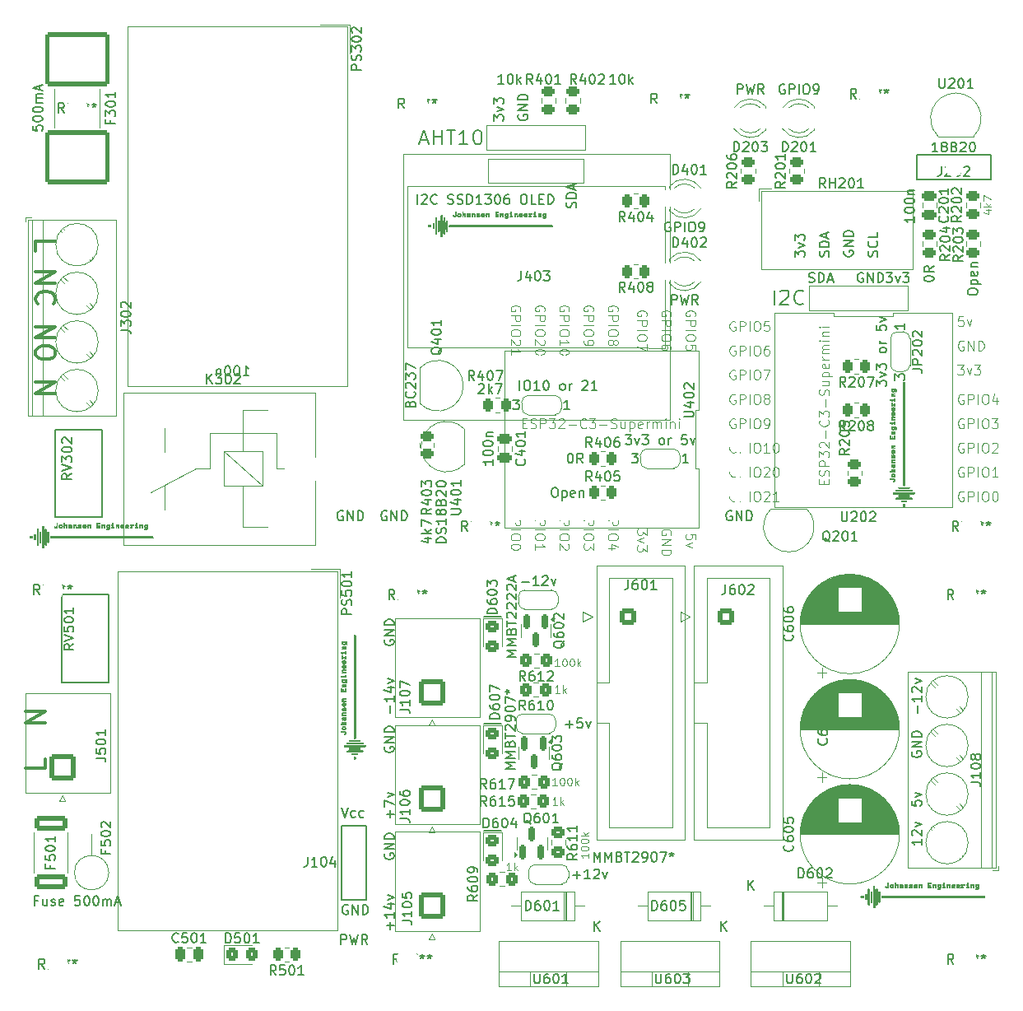
<source format=gto>
G04 #@! TF.GenerationSoftware,KiCad,Pcbnew,8.0.6*
G04 #@! TF.CreationDate,2024-12-29T21:13:16+01:00*
G04 #@! TF.ProjectId,HomeAutomationESP32C2mini_2024_2,486f6d65-4175-4746-9f6d-6174696f6e45,rev?*
G04 #@! TF.SameCoordinates,Original*
G04 #@! TF.FileFunction,Legend,Top*
G04 #@! TF.FilePolarity,Positive*
%FSLAX46Y46*%
G04 Gerber Fmt 4.6, Leading zero omitted, Abs format (unit mm)*
G04 Created by KiCad (PCBNEW 8.0.6) date 2024-12-29 21:13:16*
%MOMM*%
%LPD*%
G01*
G04 APERTURE LIST*
G04 Aperture macros list*
%AMRoundRect*
0 Rectangle with rounded corners*
0 $1 Rounding radius*
0 $2 $3 $4 $5 $6 $7 $8 $9 X,Y pos of 4 corners*
0 Add a 4 corners polygon primitive as box body*
4,1,4,$2,$3,$4,$5,$6,$7,$8,$9,$2,$3,0*
0 Add four circle primitives for the rounded corners*
1,1,$1+$1,$2,$3*
1,1,$1+$1,$4,$5*
1,1,$1+$1,$6,$7*
1,1,$1+$1,$8,$9*
0 Add four rect primitives between the rounded corners*
20,1,$1+$1,$2,$3,$4,$5,0*
20,1,$1+$1,$4,$5,$6,$7,0*
20,1,$1+$1,$6,$7,$8,$9,0*
20,1,$1+$1,$8,$9,$2,$3,0*%
%AMFreePoly0*
4,1,19,0.550000,-0.750000,0.000000,-0.750000,0.000000,-0.744911,-0.071157,-0.744911,-0.207708,-0.704816,-0.327430,-0.627875,-0.420627,-0.520320,-0.479746,-0.390866,-0.500000,-0.250000,-0.500000,0.250000,-0.479746,0.390866,-0.420627,0.520320,-0.327430,0.627875,-0.207708,0.704816,-0.071157,0.744911,0.000000,0.744911,0.000000,0.750000,0.550000,0.750000,0.550000,-0.750000,0.550000,-0.750000,
$1*%
%AMFreePoly1*
4,1,19,0.000000,0.744911,0.071157,0.744911,0.207708,0.704816,0.327430,0.627875,0.420627,0.520320,0.479746,0.390866,0.500000,0.250000,0.500000,-0.250000,0.479746,-0.390866,0.420627,-0.520320,0.327430,-0.627875,0.207708,-0.704816,0.071157,-0.744911,0.000000,-0.744911,0.000000,-0.750000,-0.550000,-0.750000,-0.550000,0.750000,0.000000,0.750000,0.000000,0.744911,0.000000,0.744911,
$1*%
G04 Aperture macros list end*
%ADD10C,0.150000*%
%ADD11C,0.300000*%
%ADD12C,0.100000*%
%ADD13C,0.010000*%
%ADD14C,0.120000*%
%ADD15RoundRect,0.250000X3.090000X-2.550000X3.090000X2.550000X-3.090000X2.550000X-3.090000X-2.550000X0*%
%ADD16C,2.200000*%
%ADD17RoundRect,0.250000X-0.600000X-0.600000X0.600000X-0.600000X0.600000X0.600000X-0.600000X0.600000X0*%
%ADD18C,1.700000*%
%ADD19R,2.200000X2.200000*%
%ADD20O,2.200000X2.200000*%
%ADD21FreePoly0,270.000000*%
%ADD22R,1.500000X1.000000*%
%ADD23FreePoly1,270.000000*%
%ADD24C,3.000000*%
%ADD25C,2.500000*%
%ADD26R,1.800000X1.800000*%
%ADD27C,1.800000*%
%ADD28RoundRect,0.250000X0.450000X-0.262500X0.450000X0.262500X-0.450000X0.262500X-0.450000X-0.262500X0*%
%ADD29O,1.727200X2.032000*%
%ADD30RoundRect,0.250000X0.262500X0.450000X-0.262500X0.450000X-0.262500X-0.450000X0.262500X-0.450000X0*%
%ADD31RoundRect,0.250000X0.475000X-0.250000X0.475000X0.250000X-0.475000X0.250000X-0.475000X-0.250000X0*%
%ADD32R,1.905000X2.000000*%
%ADD33O,1.905000X2.000000*%
%ADD34R,2.000000X1.700000*%
%ADD35O,2.000000X1.700000*%
%ADD36RoundRect,0.250001X1.099999X-1.099999X1.099999X1.099999X-1.099999X1.099999X-1.099999X-1.099999X0*%
%ADD37C,2.700000*%
%ADD38C,1.600000*%
%ADD39O,1.600000X1.600000*%
%ADD40R,1.500000X1.500000*%
%ADD41C,1.500000*%
%ADD42R,2.600000X2.600000*%
%ADD43C,2.600000*%
%ADD44RoundRect,0.250000X-0.450000X0.262500X-0.450000X-0.262500X0.450000X-0.262500X0.450000X0.262500X0*%
%ADD45RoundRect,0.249999X1.425001X-0.512501X1.425001X0.512501X-1.425001X0.512501X-1.425001X-0.512501X0*%
%ADD46O,1.200000X2.000000*%
%ADD47R,1.700000X1.700000*%
%ADD48O,1.700000X1.700000*%
%ADD49R,2.000000X2.000000*%
%ADD50C,2.000000*%
%ADD51O,2.000000X1.200000*%
%ADD52O,2.032000X1.727200*%
%ADD53RoundRect,0.250000X-0.450000X0.325000X-0.450000X-0.325000X0.450000X-0.325000X0.450000X0.325000X0*%
%ADD54R,1.500000X1.050000*%
%ADD55O,1.500000X1.050000*%
%ADD56R,1.050000X1.500000*%
%ADD57O,1.050000X1.500000*%
%ADD58FreePoly0,180.000000*%
%ADD59R,1.000000X1.500000*%
%ADD60FreePoly1,180.000000*%
%ADD61O,1.600000X2.000000*%
%ADD62RoundRect,0.250000X-0.250000X-0.475000X0.250000X-0.475000X0.250000X0.475000X-0.250000X0.475000X0*%
%ADD63RoundRect,0.250000X-0.262500X-0.450000X0.262500X-0.450000X0.262500X0.450000X-0.262500X0.450000X0*%
%ADD64RoundRect,0.250000X-0.475000X0.250000X-0.475000X-0.250000X0.475000X-0.250000X0.475000X0.250000X0*%
%ADD65RoundRect,0.250000X-0.325000X-0.450000X0.325000X-0.450000X0.325000X0.450000X-0.325000X0.450000X0*%
%ADD66RoundRect,0.150000X0.150000X-0.587500X0.150000X0.587500X-0.150000X0.587500X-0.150000X-0.587500X0*%
%ADD67RoundRect,0.250000X0.325000X0.450000X-0.325000X0.450000X-0.325000X-0.450000X0.325000X-0.450000X0*%
%ADD68FreePoly0,0.000000*%
%ADD69FreePoly1,0.000000*%
%ADD70RoundRect,0.150000X-0.150000X0.587500X-0.150000X-0.587500X0.150000X-0.587500X0.150000X0.587500X0*%
%ADD71RoundRect,0.250000X0.450000X-0.325000X0.450000X0.325000X-0.450000X0.325000X-0.450000X-0.325000X0*%
G04 APERTURE END LIST*
D10*
X87238866Y-131913220D02*
X87238866Y-131151316D01*
X87619819Y-131532268D02*
X86857914Y-131532268D01*
X86619819Y-130770363D02*
X86619819Y-130103697D01*
X86619819Y-130103697D02*
X87619819Y-130532268D01*
X86953152Y-129817982D02*
X87619819Y-129579887D01*
X87619819Y-129579887D02*
X86953152Y-129341792D01*
X87238866Y-143413220D02*
X87238866Y-142651316D01*
X87619819Y-143032268D02*
X86857914Y-143032268D01*
X87619819Y-141651316D02*
X87619819Y-142222744D01*
X87619819Y-141937030D02*
X86619819Y-141937030D01*
X86619819Y-141937030D02*
X86762676Y-142032268D01*
X86762676Y-142032268D02*
X86857914Y-142127506D01*
X86857914Y-142127506D02*
X86905533Y-142222744D01*
X86953152Y-140794173D02*
X87619819Y-140794173D01*
X86572200Y-141032268D02*
X87286485Y-141270363D01*
X87286485Y-141270363D02*
X87286485Y-140651316D01*
X86953152Y-140365601D02*
X87619819Y-140127506D01*
X87619819Y-140127506D02*
X86953152Y-139889411D01*
X87238866Y-121163220D02*
X87238866Y-120401316D01*
X87619819Y-119401316D02*
X87619819Y-119972744D01*
X87619819Y-119687030D02*
X86619819Y-119687030D01*
X86619819Y-119687030D02*
X86762676Y-119782268D01*
X86762676Y-119782268D02*
X86857914Y-119877506D01*
X86857914Y-119877506D02*
X86905533Y-119972744D01*
X86953152Y-118544173D02*
X87619819Y-118544173D01*
X86572200Y-118782268D02*
X87286485Y-119020363D01*
X87286485Y-119020363D02*
X87286485Y-118401316D01*
X86953152Y-118115601D02*
X87619819Y-117877506D01*
X87619819Y-117877506D02*
X86953152Y-117639411D01*
X86667438Y-113639411D02*
X86619819Y-113734649D01*
X86619819Y-113734649D02*
X86619819Y-113877506D01*
X86619819Y-113877506D02*
X86667438Y-114020363D01*
X86667438Y-114020363D02*
X86762676Y-114115601D01*
X86762676Y-114115601D02*
X86857914Y-114163220D01*
X86857914Y-114163220D02*
X87048390Y-114210839D01*
X87048390Y-114210839D02*
X87191247Y-114210839D01*
X87191247Y-114210839D02*
X87381723Y-114163220D01*
X87381723Y-114163220D02*
X87476961Y-114115601D01*
X87476961Y-114115601D02*
X87572200Y-114020363D01*
X87572200Y-114020363D02*
X87619819Y-113877506D01*
X87619819Y-113877506D02*
X87619819Y-113782268D01*
X87619819Y-113782268D02*
X87572200Y-113639411D01*
X87572200Y-113639411D02*
X87524580Y-113591792D01*
X87524580Y-113591792D02*
X87191247Y-113591792D01*
X87191247Y-113591792D02*
X87191247Y-113782268D01*
X87619819Y-113163220D02*
X86619819Y-113163220D01*
X86619819Y-113163220D02*
X87619819Y-112591792D01*
X87619819Y-112591792D02*
X86619819Y-112591792D01*
X87619819Y-112115601D02*
X86619819Y-112115601D01*
X86619819Y-112115601D02*
X86619819Y-111877506D01*
X86619819Y-111877506D02*
X86667438Y-111734649D01*
X86667438Y-111734649D02*
X86762676Y-111639411D01*
X86762676Y-111639411D02*
X86857914Y-111591792D01*
X86857914Y-111591792D02*
X87048390Y-111544173D01*
X87048390Y-111544173D02*
X87191247Y-111544173D01*
X87191247Y-111544173D02*
X87381723Y-111591792D01*
X87381723Y-111591792D02*
X87476961Y-111639411D01*
X87476961Y-111639411D02*
X87572200Y-111734649D01*
X87572200Y-111734649D02*
X87619819Y-111877506D01*
X87619819Y-111877506D02*
X87619819Y-112115601D01*
X86667438Y-124639411D02*
X86619819Y-124734649D01*
X86619819Y-124734649D02*
X86619819Y-124877506D01*
X86619819Y-124877506D02*
X86667438Y-125020363D01*
X86667438Y-125020363D02*
X86762676Y-125115601D01*
X86762676Y-125115601D02*
X86857914Y-125163220D01*
X86857914Y-125163220D02*
X87048390Y-125210839D01*
X87048390Y-125210839D02*
X87191247Y-125210839D01*
X87191247Y-125210839D02*
X87381723Y-125163220D01*
X87381723Y-125163220D02*
X87476961Y-125115601D01*
X87476961Y-125115601D02*
X87572200Y-125020363D01*
X87572200Y-125020363D02*
X87619819Y-124877506D01*
X87619819Y-124877506D02*
X87619819Y-124782268D01*
X87619819Y-124782268D02*
X87572200Y-124639411D01*
X87572200Y-124639411D02*
X87524580Y-124591792D01*
X87524580Y-124591792D02*
X87191247Y-124591792D01*
X87191247Y-124591792D02*
X87191247Y-124782268D01*
X87619819Y-124163220D02*
X86619819Y-124163220D01*
X86619819Y-124163220D02*
X87619819Y-123591792D01*
X87619819Y-123591792D02*
X86619819Y-123591792D01*
X87619819Y-123115601D02*
X86619819Y-123115601D01*
X86619819Y-123115601D02*
X86619819Y-122877506D01*
X86619819Y-122877506D02*
X86667438Y-122734649D01*
X86667438Y-122734649D02*
X86762676Y-122639411D01*
X86762676Y-122639411D02*
X86857914Y-122591792D01*
X86857914Y-122591792D02*
X87048390Y-122544173D01*
X87048390Y-122544173D02*
X87191247Y-122544173D01*
X87191247Y-122544173D02*
X87381723Y-122591792D01*
X87381723Y-122591792D02*
X87476961Y-122639411D01*
X87476961Y-122639411D02*
X87572200Y-122734649D01*
X87572200Y-122734649D02*
X87619819Y-122877506D01*
X87619819Y-122877506D02*
X87619819Y-123115601D01*
X86667438Y-135639411D02*
X86619819Y-135734649D01*
X86619819Y-135734649D02*
X86619819Y-135877506D01*
X86619819Y-135877506D02*
X86667438Y-136020363D01*
X86667438Y-136020363D02*
X86762676Y-136115601D01*
X86762676Y-136115601D02*
X86857914Y-136163220D01*
X86857914Y-136163220D02*
X87048390Y-136210839D01*
X87048390Y-136210839D02*
X87191247Y-136210839D01*
X87191247Y-136210839D02*
X87381723Y-136163220D01*
X87381723Y-136163220D02*
X87476961Y-136115601D01*
X87476961Y-136115601D02*
X87572200Y-136020363D01*
X87572200Y-136020363D02*
X87619819Y-135877506D01*
X87619819Y-135877506D02*
X87619819Y-135782268D01*
X87619819Y-135782268D02*
X87572200Y-135639411D01*
X87572200Y-135639411D02*
X87524580Y-135591792D01*
X87524580Y-135591792D02*
X87191247Y-135591792D01*
X87191247Y-135591792D02*
X87191247Y-135782268D01*
X87619819Y-135163220D02*
X86619819Y-135163220D01*
X86619819Y-135163220D02*
X87619819Y-134591792D01*
X87619819Y-134591792D02*
X86619819Y-134591792D01*
X87619819Y-134115601D02*
X86619819Y-134115601D01*
X86619819Y-134115601D02*
X86619819Y-133877506D01*
X86619819Y-133877506D02*
X86667438Y-133734649D01*
X86667438Y-133734649D02*
X86762676Y-133639411D01*
X86762676Y-133639411D02*
X86857914Y-133591792D01*
X86857914Y-133591792D02*
X87048390Y-133544173D01*
X87048390Y-133544173D02*
X87191247Y-133544173D01*
X87191247Y-133544173D02*
X87381723Y-133591792D01*
X87381723Y-133591792D02*
X87476961Y-133639411D01*
X87476961Y-133639411D02*
X87572200Y-133734649D01*
X87572200Y-133734649D02*
X87619819Y-133877506D01*
X87619819Y-133877506D02*
X87619819Y-134115601D01*
X141869819Y-134139411D02*
X141869819Y-134710839D01*
X141869819Y-134425125D02*
X140869819Y-134425125D01*
X140869819Y-134425125D02*
X141012676Y-134520363D01*
X141012676Y-134520363D02*
X141107914Y-134615601D01*
X141107914Y-134615601D02*
X141155533Y-134710839D01*
X140965057Y-133758458D02*
X140917438Y-133710839D01*
X140917438Y-133710839D02*
X140869819Y-133615601D01*
X140869819Y-133615601D02*
X140869819Y-133377506D01*
X140869819Y-133377506D02*
X140917438Y-133282268D01*
X140917438Y-133282268D02*
X140965057Y-133234649D01*
X140965057Y-133234649D02*
X141060295Y-133187030D01*
X141060295Y-133187030D02*
X141155533Y-133187030D01*
X141155533Y-133187030D02*
X141298390Y-133234649D01*
X141298390Y-133234649D02*
X141869819Y-133806077D01*
X141869819Y-133806077D02*
X141869819Y-133187030D01*
X141203152Y-132853696D02*
X141869819Y-132615601D01*
X141869819Y-132615601D02*
X141203152Y-132377506D01*
D11*
X50760361Y-73625939D02*
X50760361Y-72673558D01*
X50760361Y-72673558D02*
X52760361Y-72673558D01*
X50760361Y-75816416D02*
X52760361Y-75816416D01*
X52760361Y-75816416D02*
X50760361Y-76959273D01*
X50760361Y-76959273D02*
X52760361Y-76959273D01*
X50950838Y-79054511D02*
X50855600Y-78959273D01*
X50855600Y-78959273D02*
X50760361Y-78673559D01*
X50760361Y-78673559D02*
X50760361Y-78483083D01*
X50760361Y-78483083D02*
X50855600Y-78197368D01*
X50855600Y-78197368D02*
X51046076Y-78006892D01*
X51046076Y-78006892D02*
X51236552Y-77911654D01*
X51236552Y-77911654D02*
X51617504Y-77816416D01*
X51617504Y-77816416D02*
X51903219Y-77816416D01*
X51903219Y-77816416D02*
X52284171Y-77911654D01*
X52284171Y-77911654D02*
X52474647Y-78006892D01*
X52474647Y-78006892D02*
X52665123Y-78197368D01*
X52665123Y-78197368D02*
X52760361Y-78483083D01*
X52760361Y-78483083D02*
X52760361Y-78673559D01*
X52760361Y-78673559D02*
X52665123Y-78959273D01*
X52665123Y-78959273D02*
X52569885Y-79054511D01*
X50760361Y-81435464D02*
X52760361Y-81435464D01*
X52760361Y-81435464D02*
X50760361Y-82578321D01*
X50760361Y-82578321D02*
X52760361Y-82578321D01*
X52760361Y-83911654D02*
X52760361Y-84292607D01*
X52760361Y-84292607D02*
X52665123Y-84483083D01*
X52665123Y-84483083D02*
X52474647Y-84673559D01*
X52474647Y-84673559D02*
X52093695Y-84768797D01*
X52093695Y-84768797D02*
X51427028Y-84768797D01*
X51427028Y-84768797D02*
X51046076Y-84673559D01*
X51046076Y-84673559D02*
X50855600Y-84483083D01*
X50855600Y-84483083D02*
X50760361Y-84292607D01*
X50760361Y-84292607D02*
X50760361Y-83911654D01*
X50760361Y-83911654D02*
X50855600Y-83721178D01*
X50855600Y-83721178D02*
X51046076Y-83530702D01*
X51046076Y-83530702D02*
X51427028Y-83435464D01*
X51427028Y-83435464D02*
X52093695Y-83435464D01*
X52093695Y-83435464D02*
X52474647Y-83530702D01*
X52474647Y-83530702D02*
X52665123Y-83721178D01*
X52665123Y-83721178D02*
X52760361Y-83911654D01*
X50760361Y-87149750D02*
X52760361Y-87149750D01*
X52760361Y-87149750D02*
X50760361Y-88292607D01*
X50760361Y-88292607D02*
X52760361Y-88292607D01*
D10*
X128869819Y-74258458D02*
X128869819Y-73639411D01*
X128869819Y-73639411D02*
X129250771Y-73972744D01*
X129250771Y-73972744D02*
X129250771Y-73829887D01*
X129250771Y-73829887D02*
X129298390Y-73734649D01*
X129298390Y-73734649D02*
X129346009Y-73687030D01*
X129346009Y-73687030D02*
X129441247Y-73639411D01*
X129441247Y-73639411D02*
X129679342Y-73639411D01*
X129679342Y-73639411D02*
X129774580Y-73687030D01*
X129774580Y-73687030D02*
X129822200Y-73734649D01*
X129822200Y-73734649D02*
X129869819Y-73829887D01*
X129869819Y-73829887D02*
X129869819Y-74115601D01*
X129869819Y-74115601D02*
X129822200Y-74210839D01*
X129822200Y-74210839D02*
X129774580Y-74258458D01*
X129203152Y-73306077D02*
X129869819Y-73067982D01*
X129869819Y-73067982D02*
X129203152Y-72829887D01*
X128869819Y-72544172D02*
X128869819Y-71925125D01*
X128869819Y-71925125D02*
X129250771Y-72258458D01*
X129250771Y-72258458D02*
X129250771Y-72115601D01*
X129250771Y-72115601D02*
X129298390Y-72020363D01*
X129298390Y-72020363D02*
X129346009Y-71972744D01*
X129346009Y-71972744D02*
X129441247Y-71925125D01*
X129441247Y-71925125D02*
X129679342Y-71925125D01*
X129679342Y-71925125D02*
X129774580Y-71972744D01*
X129774580Y-71972744D02*
X129822200Y-72020363D01*
X129822200Y-72020363D02*
X129869819Y-72115601D01*
X129869819Y-72115601D02*
X129869819Y-72401315D01*
X129869819Y-72401315D02*
X129822200Y-72496553D01*
X129822200Y-72496553D02*
X129774580Y-72544172D01*
X122360588Y-100417438D02*
X122265350Y-100369819D01*
X122265350Y-100369819D02*
X122122493Y-100369819D01*
X122122493Y-100369819D02*
X121979636Y-100417438D01*
X121979636Y-100417438D02*
X121884398Y-100512676D01*
X121884398Y-100512676D02*
X121836779Y-100607914D01*
X121836779Y-100607914D02*
X121789160Y-100798390D01*
X121789160Y-100798390D02*
X121789160Y-100941247D01*
X121789160Y-100941247D02*
X121836779Y-101131723D01*
X121836779Y-101131723D02*
X121884398Y-101226961D01*
X121884398Y-101226961D02*
X121979636Y-101322200D01*
X121979636Y-101322200D02*
X122122493Y-101369819D01*
X122122493Y-101369819D02*
X122217731Y-101369819D01*
X122217731Y-101369819D02*
X122360588Y-101322200D01*
X122360588Y-101322200D02*
X122408207Y-101274580D01*
X122408207Y-101274580D02*
X122408207Y-100941247D01*
X122408207Y-100941247D02*
X122217731Y-100941247D01*
X122836779Y-101369819D02*
X122836779Y-100369819D01*
X122836779Y-100369819D02*
X123408207Y-101369819D01*
X123408207Y-101369819D02*
X123408207Y-100369819D01*
X123884398Y-101369819D02*
X123884398Y-100369819D01*
X123884398Y-100369819D02*
X124122493Y-100369819D01*
X124122493Y-100369819D02*
X124265350Y-100417438D01*
X124265350Y-100417438D02*
X124360588Y-100512676D01*
X124360588Y-100512676D02*
X124408207Y-100607914D01*
X124408207Y-100607914D02*
X124455826Y-100798390D01*
X124455826Y-100798390D02*
X124455826Y-100941247D01*
X124455826Y-100941247D02*
X124408207Y-101131723D01*
X124408207Y-101131723D02*
X124360588Y-101226961D01*
X124360588Y-101226961D02*
X124265350Y-101322200D01*
X124265350Y-101322200D02*
X124122493Y-101369819D01*
X124122493Y-101369819D02*
X123884398Y-101369819D01*
X137322200Y-74210839D02*
X137369819Y-74067982D01*
X137369819Y-74067982D02*
X137369819Y-73829887D01*
X137369819Y-73829887D02*
X137322200Y-73734649D01*
X137322200Y-73734649D02*
X137274580Y-73687030D01*
X137274580Y-73687030D02*
X137179342Y-73639411D01*
X137179342Y-73639411D02*
X137084104Y-73639411D01*
X137084104Y-73639411D02*
X136988866Y-73687030D01*
X136988866Y-73687030D02*
X136941247Y-73734649D01*
X136941247Y-73734649D02*
X136893628Y-73829887D01*
X136893628Y-73829887D02*
X136846009Y-74020363D01*
X136846009Y-74020363D02*
X136798390Y-74115601D01*
X136798390Y-74115601D02*
X136750771Y-74163220D01*
X136750771Y-74163220D02*
X136655533Y-74210839D01*
X136655533Y-74210839D02*
X136560295Y-74210839D01*
X136560295Y-74210839D02*
X136465057Y-74163220D01*
X136465057Y-74163220D02*
X136417438Y-74115601D01*
X136417438Y-74115601D02*
X136369819Y-74020363D01*
X136369819Y-74020363D02*
X136369819Y-73782268D01*
X136369819Y-73782268D02*
X136417438Y-73639411D01*
X137274580Y-72639411D02*
X137322200Y-72687030D01*
X137322200Y-72687030D02*
X137369819Y-72829887D01*
X137369819Y-72829887D02*
X137369819Y-72925125D01*
X137369819Y-72925125D02*
X137322200Y-73067982D01*
X137322200Y-73067982D02*
X137226961Y-73163220D01*
X137226961Y-73163220D02*
X137131723Y-73210839D01*
X137131723Y-73210839D02*
X136941247Y-73258458D01*
X136941247Y-73258458D02*
X136798390Y-73258458D01*
X136798390Y-73258458D02*
X136607914Y-73210839D01*
X136607914Y-73210839D02*
X136512676Y-73163220D01*
X136512676Y-73163220D02*
X136417438Y-73067982D01*
X136417438Y-73067982D02*
X136369819Y-72925125D01*
X136369819Y-72925125D02*
X136369819Y-72829887D01*
X136369819Y-72829887D02*
X136417438Y-72687030D01*
X136417438Y-72687030D02*
X136465057Y-72639411D01*
X137369819Y-71734649D02*
X137369819Y-72210839D01*
X137369819Y-72210839D02*
X136369819Y-72210839D01*
X141488866Y-121163220D02*
X141488866Y-120401316D01*
X141869819Y-119401316D02*
X141869819Y-119972744D01*
X141869819Y-119687030D02*
X140869819Y-119687030D01*
X140869819Y-119687030D02*
X141012676Y-119782268D01*
X141012676Y-119782268D02*
X141107914Y-119877506D01*
X141107914Y-119877506D02*
X141155533Y-119972744D01*
X140965057Y-119020363D02*
X140917438Y-118972744D01*
X140917438Y-118972744D02*
X140869819Y-118877506D01*
X140869819Y-118877506D02*
X140869819Y-118639411D01*
X140869819Y-118639411D02*
X140917438Y-118544173D01*
X140917438Y-118544173D02*
X140965057Y-118496554D01*
X140965057Y-118496554D02*
X141060295Y-118448935D01*
X141060295Y-118448935D02*
X141155533Y-118448935D01*
X141155533Y-118448935D02*
X141298390Y-118496554D01*
X141298390Y-118496554D02*
X141869819Y-119067982D01*
X141869819Y-119067982D02*
X141869819Y-118448935D01*
X141203152Y-118115601D02*
X141869819Y-117877506D01*
X141869819Y-117877506D02*
X141203152Y-117639411D01*
X82860588Y-140917438D02*
X82765350Y-140869819D01*
X82765350Y-140869819D02*
X82622493Y-140869819D01*
X82622493Y-140869819D02*
X82479636Y-140917438D01*
X82479636Y-140917438D02*
X82384398Y-141012676D01*
X82384398Y-141012676D02*
X82336779Y-141107914D01*
X82336779Y-141107914D02*
X82289160Y-141298390D01*
X82289160Y-141298390D02*
X82289160Y-141441247D01*
X82289160Y-141441247D02*
X82336779Y-141631723D01*
X82336779Y-141631723D02*
X82384398Y-141726961D01*
X82384398Y-141726961D02*
X82479636Y-141822200D01*
X82479636Y-141822200D02*
X82622493Y-141869819D01*
X82622493Y-141869819D02*
X82717731Y-141869819D01*
X82717731Y-141869819D02*
X82860588Y-141822200D01*
X82860588Y-141822200D02*
X82908207Y-141774580D01*
X82908207Y-141774580D02*
X82908207Y-141441247D01*
X82908207Y-141441247D02*
X82717731Y-141441247D01*
X83336779Y-141869819D02*
X83336779Y-140869819D01*
X83336779Y-140869819D02*
X83908207Y-141869819D01*
X83908207Y-141869819D02*
X83908207Y-140869819D01*
X84384398Y-141869819D02*
X84384398Y-140869819D01*
X84384398Y-140869819D02*
X84622493Y-140869819D01*
X84622493Y-140869819D02*
X84765350Y-140917438D01*
X84765350Y-140917438D02*
X84860588Y-141012676D01*
X84860588Y-141012676D02*
X84908207Y-141107914D01*
X84908207Y-141107914D02*
X84955826Y-141298390D01*
X84955826Y-141298390D02*
X84955826Y-141441247D01*
X84955826Y-141441247D02*
X84908207Y-141631723D01*
X84908207Y-141631723D02*
X84860588Y-141726961D01*
X84860588Y-141726961D02*
X84765350Y-141822200D01*
X84765350Y-141822200D02*
X84622493Y-141869819D01*
X84622493Y-141869819D02*
X84384398Y-141869819D01*
D11*
X51739638Y-125874060D02*
X51739638Y-126826441D01*
X51739638Y-126826441D02*
X49739638Y-126826441D01*
X51739638Y-122159773D02*
X49739638Y-122159773D01*
X49739638Y-122159773D02*
X51739638Y-121016916D01*
X51739638Y-121016916D02*
X49739638Y-121016916D01*
D10*
X138241541Y-75869819D02*
X138860588Y-75869819D01*
X138860588Y-75869819D02*
X138527255Y-76250771D01*
X138527255Y-76250771D02*
X138670112Y-76250771D01*
X138670112Y-76250771D02*
X138765350Y-76298390D01*
X138765350Y-76298390D02*
X138812969Y-76346009D01*
X138812969Y-76346009D02*
X138860588Y-76441247D01*
X138860588Y-76441247D02*
X138860588Y-76679342D01*
X138860588Y-76679342D02*
X138812969Y-76774580D01*
X138812969Y-76774580D02*
X138765350Y-76822200D01*
X138765350Y-76822200D02*
X138670112Y-76869819D01*
X138670112Y-76869819D02*
X138384398Y-76869819D01*
X138384398Y-76869819D02*
X138289160Y-76822200D01*
X138289160Y-76822200D02*
X138241541Y-76774580D01*
X139193922Y-76203152D02*
X139432017Y-76869819D01*
X139432017Y-76869819D02*
X139670112Y-76203152D01*
X139955827Y-75869819D02*
X140574874Y-75869819D01*
X140574874Y-75869819D02*
X140241541Y-76250771D01*
X140241541Y-76250771D02*
X140384398Y-76250771D01*
X140384398Y-76250771D02*
X140479636Y-76298390D01*
X140479636Y-76298390D02*
X140527255Y-76346009D01*
X140527255Y-76346009D02*
X140574874Y-76441247D01*
X140574874Y-76441247D02*
X140574874Y-76679342D01*
X140574874Y-76679342D02*
X140527255Y-76774580D01*
X140527255Y-76774580D02*
X140479636Y-76822200D01*
X140479636Y-76822200D02*
X140384398Y-76869819D01*
X140384398Y-76869819D02*
X140098684Y-76869819D01*
X140098684Y-76869819D02*
X140003446Y-76822200D01*
X140003446Y-76822200D02*
X139955827Y-76774580D01*
X140917438Y-125139411D02*
X140869819Y-125234649D01*
X140869819Y-125234649D02*
X140869819Y-125377506D01*
X140869819Y-125377506D02*
X140917438Y-125520363D01*
X140917438Y-125520363D02*
X141012676Y-125615601D01*
X141012676Y-125615601D02*
X141107914Y-125663220D01*
X141107914Y-125663220D02*
X141298390Y-125710839D01*
X141298390Y-125710839D02*
X141441247Y-125710839D01*
X141441247Y-125710839D02*
X141631723Y-125663220D01*
X141631723Y-125663220D02*
X141726961Y-125615601D01*
X141726961Y-125615601D02*
X141822200Y-125520363D01*
X141822200Y-125520363D02*
X141869819Y-125377506D01*
X141869819Y-125377506D02*
X141869819Y-125282268D01*
X141869819Y-125282268D02*
X141822200Y-125139411D01*
X141822200Y-125139411D02*
X141774580Y-125091792D01*
X141774580Y-125091792D02*
X141441247Y-125091792D01*
X141441247Y-125091792D02*
X141441247Y-125282268D01*
X141869819Y-124663220D02*
X140869819Y-124663220D01*
X140869819Y-124663220D02*
X141869819Y-124091792D01*
X141869819Y-124091792D02*
X140869819Y-124091792D01*
X141869819Y-123615601D02*
X140869819Y-123615601D01*
X140869819Y-123615601D02*
X140869819Y-123377506D01*
X140869819Y-123377506D02*
X140917438Y-123234649D01*
X140917438Y-123234649D02*
X141012676Y-123139411D01*
X141012676Y-123139411D02*
X141107914Y-123091792D01*
X141107914Y-123091792D02*
X141298390Y-123044173D01*
X141298390Y-123044173D02*
X141441247Y-123044173D01*
X141441247Y-123044173D02*
X141631723Y-123091792D01*
X141631723Y-123091792D02*
X141726961Y-123139411D01*
X141726961Y-123139411D02*
X141822200Y-123234649D01*
X141822200Y-123234649D02*
X141869819Y-123377506D01*
X141869819Y-123377506D02*
X141869819Y-123615601D01*
X135860588Y-75917438D02*
X135765350Y-75869819D01*
X135765350Y-75869819D02*
X135622493Y-75869819D01*
X135622493Y-75869819D02*
X135479636Y-75917438D01*
X135479636Y-75917438D02*
X135384398Y-76012676D01*
X135384398Y-76012676D02*
X135336779Y-76107914D01*
X135336779Y-76107914D02*
X135289160Y-76298390D01*
X135289160Y-76298390D02*
X135289160Y-76441247D01*
X135289160Y-76441247D02*
X135336779Y-76631723D01*
X135336779Y-76631723D02*
X135384398Y-76726961D01*
X135384398Y-76726961D02*
X135479636Y-76822200D01*
X135479636Y-76822200D02*
X135622493Y-76869819D01*
X135622493Y-76869819D02*
X135717731Y-76869819D01*
X135717731Y-76869819D02*
X135860588Y-76822200D01*
X135860588Y-76822200D02*
X135908207Y-76774580D01*
X135908207Y-76774580D02*
X135908207Y-76441247D01*
X135908207Y-76441247D02*
X135717731Y-76441247D01*
X136336779Y-76869819D02*
X136336779Y-75869819D01*
X136336779Y-75869819D02*
X136908207Y-76869819D01*
X136908207Y-76869819D02*
X136908207Y-75869819D01*
X137384398Y-76869819D02*
X137384398Y-75869819D01*
X137384398Y-75869819D02*
X137622493Y-75869819D01*
X137622493Y-75869819D02*
X137765350Y-75917438D01*
X137765350Y-75917438D02*
X137860588Y-76012676D01*
X137860588Y-76012676D02*
X137908207Y-76107914D01*
X137908207Y-76107914D02*
X137955826Y-76298390D01*
X137955826Y-76298390D02*
X137955826Y-76441247D01*
X137955826Y-76441247D02*
X137908207Y-76631723D01*
X137908207Y-76631723D02*
X137860588Y-76726961D01*
X137860588Y-76726961D02*
X137765350Y-76822200D01*
X137765350Y-76822200D02*
X137622493Y-76869819D01*
X137622493Y-76869819D02*
X137384398Y-76869819D01*
X133917438Y-73639411D02*
X133869819Y-73734649D01*
X133869819Y-73734649D02*
X133869819Y-73877506D01*
X133869819Y-73877506D02*
X133917438Y-74020363D01*
X133917438Y-74020363D02*
X134012676Y-74115601D01*
X134012676Y-74115601D02*
X134107914Y-74163220D01*
X134107914Y-74163220D02*
X134298390Y-74210839D01*
X134298390Y-74210839D02*
X134441247Y-74210839D01*
X134441247Y-74210839D02*
X134631723Y-74163220D01*
X134631723Y-74163220D02*
X134726961Y-74115601D01*
X134726961Y-74115601D02*
X134822200Y-74020363D01*
X134822200Y-74020363D02*
X134869819Y-73877506D01*
X134869819Y-73877506D02*
X134869819Y-73782268D01*
X134869819Y-73782268D02*
X134822200Y-73639411D01*
X134822200Y-73639411D02*
X134774580Y-73591792D01*
X134774580Y-73591792D02*
X134441247Y-73591792D01*
X134441247Y-73591792D02*
X134441247Y-73782268D01*
X134869819Y-73163220D02*
X133869819Y-73163220D01*
X133869819Y-73163220D02*
X134869819Y-72591792D01*
X134869819Y-72591792D02*
X133869819Y-72591792D01*
X134869819Y-72115601D02*
X133869819Y-72115601D01*
X133869819Y-72115601D02*
X133869819Y-71877506D01*
X133869819Y-71877506D02*
X133917438Y-71734649D01*
X133917438Y-71734649D02*
X134012676Y-71639411D01*
X134012676Y-71639411D02*
X134107914Y-71591792D01*
X134107914Y-71591792D02*
X134298390Y-71544173D01*
X134298390Y-71544173D02*
X134441247Y-71544173D01*
X134441247Y-71544173D02*
X134631723Y-71591792D01*
X134631723Y-71591792D02*
X134726961Y-71639411D01*
X134726961Y-71639411D02*
X134822200Y-71734649D01*
X134822200Y-71734649D02*
X134869819Y-71877506D01*
X134869819Y-71877506D02*
X134869819Y-72115601D01*
X106322200Y-69210839D02*
X106369819Y-69067982D01*
X106369819Y-69067982D02*
X106369819Y-68829887D01*
X106369819Y-68829887D02*
X106322200Y-68734649D01*
X106322200Y-68734649D02*
X106274580Y-68687030D01*
X106274580Y-68687030D02*
X106179342Y-68639411D01*
X106179342Y-68639411D02*
X106084104Y-68639411D01*
X106084104Y-68639411D02*
X105988866Y-68687030D01*
X105988866Y-68687030D02*
X105941247Y-68734649D01*
X105941247Y-68734649D02*
X105893628Y-68829887D01*
X105893628Y-68829887D02*
X105846009Y-69020363D01*
X105846009Y-69020363D02*
X105798390Y-69115601D01*
X105798390Y-69115601D02*
X105750771Y-69163220D01*
X105750771Y-69163220D02*
X105655533Y-69210839D01*
X105655533Y-69210839D02*
X105560295Y-69210839D01*
X105560295Y-69210839D02*
X105465057Y-69163220D01*
X105465057Y-69163220D02*
X105417438Y-69115601D01*
X105417438Y-69115601D02*
X105369819Y-69020363D01*
X105369819Y-69020363D02*
X105369819Y-68782268D01*
X105369819Y-68782268D02*
X105417438Y-68639411D01*
X106369819Y-68210839D02*
X105369819Y-68210839D01*
X105369819Y-68210839D02*
X105369819Y-67972744D01*
X105369819Y-67972744D02*
X105417438Y-67829887D01*
X105417438Y-67829887D02*
X105512676Y-67734649D01*
X105512676Y-67734649D02*
X105607914Y-67687030D01*
X105607914Y-67687030D02*
X105798390Y-67639411D01*
X105798390Y-67639411D02*
X105941247Y-67639411D01*
X105941247Y-67639411D02*
X106131723Y-67687030D01*
X106131723Y-67687030D02*
X106226961Y-67734649D01*
X106226961Y-67734649D02*
X106322200Y-67829887D01*
X106322200Y-67829887D02*
X106369819Y-67972744D01*
X106369819Y-67972744D02*
X106369819Y-68210839D01*
X106084104Y-67258458D02*
X106084104Y-66782268D01*
X106369819Y-67353696D02*
X105369819Y-67020363D01*
X105369819Y-67020363D02*
X106369819Y-66687030D01*
X82360588Y-100417438D02*
X82265350Y-100369819D01*
X82265350Y-100369819D02*
X82122493Y-100369819D01*
X82122493Y-100369819D02*
X81979636Y-100417438D01*
X81979636Y-100417438D02*
X81884398Y-100512676D01*
X81884398Y-100512676D02*
X81836779Y-100607914D01*
X81836779Y-100607914D02*
X81789160Y-100798390D01*
X81789160Y-100798390D02*
X81789160Y-100941247D01*
X81789160Y-100941247D02*
X81836779Y-101131723D01*
X81836779Y-101131723D02*
X81884398Y-101226961D01*
X81884398Y-101226961D02*
X81979636Y-101322200D01*
X81979636Y-101322200D02*
X82122493Y-101369819D01*
X82122493Y-101369819D02*
X82217731Y-101369819D01*
X82217731Y-101369819D02*
X82360588Y-101322200D01*
X82360588Y-101322200D02*
X82408207Y-101274580D01*
X82408207Y-101274580D02*
X82408207Y-100941247D01*
X82408207Y-100941247D02*
X82217731Y-100941247D01*
X82836779Y-101369819D02*
X82836779Y-100369819D01*
X82836779Y-100369819D02*
X83408207Y-101369819D01*
X83408207Y-101369819D02*
X83408207Y-100369819D01*
X83884398Y-101369819D02*
X83884398Y-100369819D01*
X83884398Y-100369819D02*
X84122493Y-100369819D01*
X84122493Y-100369819D02*
X84265350Y-100417438D01*
X84265350Y-100417438D02*
X84360588Y-100512676D01*
X84360588Y-100512676D02*
X84408207Y-100607914D01*
X84408207Y-100607914D02*
X84455826Y-100798390D01*
X84455826Y-100798390D02*
X84455826Y-100941247D01*
X84455826Y-100941247D02*
X84408207Y-101131723D01*
X84408207Y-101131723D02*
X84360588Y-101226961D01*
X84360588Y-101226961D02*
X84265350Y-101322200D01*
X84265350Y-101322200D02*
X84122493Y-101369819D01*
X84122493Y-101369819D02*
X83884398Y-101369819D01*
X86860588Y-100417438D02*
X86765350Y-100369819D01*
X86765350Y-100369819D02*
X86622493Y-100369819D01*
X86622493Y-100369819D02*
X86479636Y-100417438D01*
X86479636Y-100417438D02*
X86384398Y-100512676D01*
X86384398Y-100512676D02*
X86336779Y-100607914D01*
X86336779Y-100607914D02*
X86289160Y-100798390D01*
X86289160Y-100798390D02*
X86289160Y-100941247D01*
X86289160Y-100941247D02*
X86336779Y-101131723D01*
X86336779Y-101131723D02*
X86384398Y-101226961D01*
X86384398Y-101226961D02*
X86479636Y-101322200D01*
X86479636Y-101322200D02*
X86622493Y-101369819D01*
X86622493Y-101369819D02*
X86717731Y-101369819D01*
X86717731Y-101369819D02*
X86860588Y-101322200D01*
X86860588Y-101322200D02*
X86908207Y-101274580D01*
X86908207Y-101274580D02*
X86908207Y-100941247D01*
X86908207Y-100941247D02*
X86717731Y-100941247D01*
X87336779Y-101369819D02*
X87336779Y-100369819D01*
X87336779Y-100369819D02*
X87908207Y-101369819D01*
X87908207Y-101369819D02*
X87908207Y-100369819D01*
X88384398Y-101369819D02*
X88384398Y-100369819D01*
X88384398Y-100369819D02*
X88622493Y-100369819D01*
X88622493Y-100369819D02*
X88765350Y-100417438D01*
X88765350Y-100417438D02*
X88860588Y-100512676D01*
X88860588Y-100512676D02*
X88908207Y-100607914D01*
X88908207Y-100607914D02*
X88955826Y-100798390D01*
X88955826Y-100798390D02*
X88955826Y-100941247D01*
X88955826Y-100941247D02*
X88908207Y-101131723D01*
X88908207Y-101131723D02*
X88860588Y-101226961D01*
X88860588Y-101226961D02*
X88765350Y-101322200D01*
X88765350Y-101322200D02*
X88622493Y-101369819D01*
X88622493Y-101369819D02*
X88384398Y-101369819D01*
X100417438Y-59639411D02*
X100369819Y-59734649D01*
X100369819Y-59734649D02*
X100369819Y-59877506D01*
X100369819Y-59877506D02*
X100417438Y-60020363D01*
X100417438Y-60020363D02*
X100512676Y-60115601D01*
X100512676Y-60115601D02*
X100607914Y-60163220D01*
X100607914Y-60163220D02*
X100798390Y-60210839D01*
X100798390Y-60210839D02*
X100941247Y-60210839D01*
X100941247Y-60210839D02*
X101131723Y-60163220D01*
X101131723Y-60163220D02*
X101226961Y-60115601D01*
X101226961Y-60115601D02*
X101322200Y-60020363D01*
X101322200Y-60020363D02*
X101369819Y-59877506D01*
X101369819Y-59877506D02*
X101369819Y-59782268D01*
X101369819Y-59782268D02*
X101322200Y-59639411D01*
X101322200Y-59639411D02*
X101274580Y-59591792D01*
X101274580Y-59591792D02*
X100941247Y-59591792D01*
X100941247Y-59591792D02*
X100941247Y-59782268D01*
X101369819Y-59163220D02*
X100369819Y-59163220D01*
X100369819Y-59163220D02*
X101369819Y-58591792D01*
X101369819Y-58591792D02*
X100369819Y-58591792D01*
X101369819Y-58115601D02*
X100369819Y-58115601D01*
X100369819Y-58115601D02*
X100369819Y-57877506D01*
X100369819Y-57877506D02*
X100417438Y-57734649D01*
X100417438Y-57734649D02*
X100512676Y-57639411D01*
X100512676Y-57639411D02*
X100607914Y-57591792D01*
X100607914Y-57591792D02*
X100798390Y-57544173D01*
X100798390Y-57544173D02*
X100941247Y-57544173D01*
X100941247Y-57544173D02*
X101131723Y-57591792D01*
X101131723Y-57591792D02*
X101226961Y-57639411D01*
X101226961Y-57639411D02*
X101322200Y-57734649D01*
X101322200Y-57734649D02*
X101369819Y-57877506D01*
X101369819Y-57877506D02*
X101369819Y-58115601D01*
X82193922Y-130869819D02*
X82527255Y-131869819D01*
X82527255Y-131869819D02*
X82860588Y-130869819D01*
X83622493Y-131822200D02*
X83527255Y-131869819D01*
X83527255Y-131869819D02*
X83336779Y-131869819D01*
X83336779Y-131869819D02*
X83241541Y-131822200D01*
X83241541Y-131822200D02*
X83193922Y-131774580D01*
X83193922Y-131774580D02*
X83146303Y-131679342D01*
X83146303Y-131679342D02*
X83146303Y-131393628D01*
X83146303Y-131393628D02*
X83193922Y-131298390D01*
X83193922Y-131298390D02*
X83241541Y-131250771D01*
X83241541Y-131250771D02*
X83336779Y-131203152D01*
X83336779Y-131203152D02*
X83527255Y-131203152D01*
X83527255Y-131203152D02*
X83622493Y-131250771D01*
X84479636Y-131822200D02*
X84384398Y-131869819D01*
X84384398Y-131869819D02*
X84193922Y-131869819D01*
X84193922Y-131869819D02*
X84098684Y-131822200D01*
X84098684Y-131822200D02*
X84051065Y-131774580D01*
X84051065Y-131774580D02*
X84003446Y-131679342D01*
X84003446Y-131679342D02*
X84003446Y-131393628D01*
X84003446Y-131393628D02*
X84051065Y-131298390D01*
X84051065Y-131298390D02*
X84098684Y-131250771D01*
X84098684Y-131250771D02*
X84193922Y-131203152D01*
X84193922Y-131203152D02*
X84384398Y-131203152D01*
X84384398Y-131203152D02*
X84479636Y-131250771D01*
X132322200Y-74210839D02*
X132369819Y-74067982D01*
X132369819Y-74067982D02*
X132369819Y-73829887D01*
X132369819Y-73829887D02*
X132322200Y-73734649D01*
X132322200Y-73734649D02*
X132274580Y-73687030D01*
X132274580Y-73687030D02*
X132179342Y-73639411D01*
X132179342Y-73639411D02*
X132084104Y-73639411D01*
X132084104Y-73639411D02*
X131988866Y-73687030D01*
X131988866Y-73687030D02*
X131941247Y-73734649D01*
X131941247Y-73734649D02*
X131893628Y-73829887D01*
X131893628Y-73829887D02*
X131846009Y-74020363D01*
X131846009Y-74020363D02*
X131798390Y-74115601D01*
X131798390Y-74115601D02*
X131750771Y-74163220D01*
X131750771Y-74163220D02*
X131655533Y-74210839D01*
X131655533Y-74210839D02*
X131560295Y-74210839D01*
X131560295Y-74210839D02*
X131465057Y-74163220D01*
X131465057Y-74163220D02*
X131417438Y-74115601D01*
X131417438Y-74115601D02*
X131369819Y-74020363D01*
X131369819Y-74020363D02*
X131369819Y-73782268D01*
X131369819Y-73782268D02*
X131417438Y-73639411D01*
X132369819Y-73210839D02*
X131369819Y-73210839D01*
X131369819Y-73210839D02*
X131369819Y-72972744D01*
X131369819Y-72972744D02*
X131417438Y-72829887D01*
X131417438Y-72829887D02*
X131512676Y-72734649D01*
X131512676Y-72734649D02*
X131607914Y-72687030D01*
X131607914Y-72687030D02*
X131798390Y-72639411D01*
X131798390Y-72639411D02*
X131941247Y-72639411D01*
X131941247Y-72639411D02*
X132131723Y-72687030D01*
X132131723Y-72687030D02*
X132226961Y-72734649D01*
X132226961Y-72734649D02*
X132322200Y-72829887D01*
X132322200Y-72829887D02*
X132369819Y-72972744D01*
X132369819Y-72972744D02*
X132369819Y-73210839D01*
X132084104Y-72258458D02*
X132084104Y-71782268D01*
X132369819Y-72353696D02*
X131369819Y-72020363D01*
X131369819Y-72020363D02*
X132369819Y-71687030D01*
X140869819Y-130187030D02*
X140869819Y-130663220D01*
X140869819Y-130663220D02*
X141346009Y-130710839D01*
X141346009Y-130710839D02*
X141298390Y-130663220D01*
X141298390Y-130663220D02*
X141250771Y-130567982D01*
X141250771Y-130567982D02*
X141250771Y-130329887D01*
X141250771Y-130329887D02*
X141298390Y-130234649D01*
X141298390Y-130234649D02*
X141346009Y-130187030D01*
X141346009Y-130187030D02*
X141441247Y-130139411D01*
X141441247Y-130139411D02*
X141679342Y-130139411D01*
X141679342Y-130139411D02*
X141774580Y-130187030D01*
X141774580Y-130187030D02*
X141822200Y-130234649D01*
X141822200Y-130234649D02*
X141869819Y-130329887D01*
X141869819Y-130329887D02*
X141869819Y-130567982D01*
X141869819Y-130567982D02*
X141822200Y-130663220D01*
X141822200Y-130663220D02*
X141774580Y-130710839D01*
X141203152Y-129806077D02*
X141869819Y-129567982D01*
X141869819Y-129567982D02*
X141203152Y-129329887D01*
X97869819Y-60258458D02*
X97869819Y-59639411D01*
X97869819Y-59639411D02*
X98250771Y-59972744D01*
X98250771Y-59972744D02*
X98250771Y-59829887D01*
X98250771Y-59829887D02*
X98298390Y-59734649D01*
X98298390Y-59734649D02*
X98346009Y-59687030D01*
X98346009Y-59687030D02*
X98441247Y-59639411D01*
X98441247Y-59639411D02*
X98679342Y-59639411D01*
X98679342Y-59639411D02*
X98774580Y-59687030D01*
X98774580Y-59687030D02*
X98822200Y-59734649D01*
X98822200Y-59734649D02*
X98869819Y-59829887D01*
X98869819Y-59829887D02*
X98869819Y-60115601D01*
X98869819Y-60115601D02*
X98822200Y-60210839D01*
X98822200Y-60210839D02*
X98774580Y-60258458D01*
X98203152Y-59306077D02*
X98869819Y-59067982D01*
X98869819Y-59067982D02*
X98203152Y-58829887D01*
X97869819Y-58544172D02*
X97869819Y-57925125D01*
X97869819Y-57925125D02*
X98250771Y-58258458D01*
X98250771Y-58258458D02*
X98250771Y-58115601D01*
X98250771Y-58115601D02*
X98298390Y-58020363D01*
X98298390Y-58020363D02*
X98346009Y-57972744D01*
X98346009Y-57972744D02*
X98441247Y-57925125D01*
X98441247Y-57925125D02*
X98679342Y-57925125D01*
X98679342Y-57925125D02*
X98774580Y-57972744D01*
X98774580Y-57972744D02*
X98822200Y-58020363D01*
X98822200Y-58020363D02*
X98869819Y-58115601D01*
X98869819Y-58115601D02*
X98869819Y-58401315D01*
X98869819Y-58401315D02*
X98822200Y-58496553D01*
X98822200Y-58496553D02*
X98774580Y-58544172D01*
X130289160Y-76822200D02*
X130432017Y-76869819D01*
X130432017Y-76869819D02*
X130670112Y-76869819D01*
X130670112Y-76869819D02*
X130765350Y-76822200D01*
X130765350Y-76822200D02*
X130812969Y-76774580D01*
X130812969Y-76774580D02*
X130860588Y-76679342D01*
X130860588Y-76679342D02*
X130860588Y-76584104D01*
X130860588Y-76584104D02*
X130812969Y-76488866D01*
X130812969Y-76488866D02*
X130765350Y-76441247D01*
X130765350Y-76441247D02*
X130670112Y-76393628D01*
X130670112Y-76393628D02*
X130479636Y-76346009D01*
X130479636Y-76346009D02*
X130384398Y-76298390D01*
X130384398Y-76298390D02*
X130336779Y-76250771D01*
X130336779Y-76250771D02*
X130289160Y-76155533D01*
X130289160Y-76155533D02*
X130289160Y-76060295D01*
X130289160Y-76060295D02*
X130336779Y-75965057D01*
X130336779Y-75965057D02*
X130384398Y-75917438D01*
X130384398Y-75917438D02*
X130479636Y-75869819D01*
X130479636Y-75869819D02*
X130717731Y-75869819D01*
X130717731Y-75869819D02*
X130860588Y-75917438D01*
X131289160Y-76869819D02*
X131289160Y-75869819D01*
X131289160Y-75869819D02*
X131527255Y-75869819D01*
X131527255Y-75869819D02*
X131670112Y-75917438D01*
X131670112Y-75917438D02*
X131765350Y-76012676D01*
X131765350Y-76012676D02*
X131812969Y-76107914D01*
X131812969Y-76107914D02*
X131860588Y-76298390D01*
X131860588Y-76298390D02*
X131860588Y-76441247D01*
X131860588Y-76441247D02*
X131812969Y-76631723D01*
X131812969Y-76631723D02*
X131765350Y-76726961D01*
X131765350Y-76726961D02*
X131670112Y-76822200D01*
X131670112Y-76822200D02*
X131527255Y-76869819D01*
X131527255Y-76869819D02*
X131289160Y-76869819D01*
X132241541Y-76584104D02*
X132717731Y-76584104D01*
X132146303Y-76869819D02*
X132479636Y-75869819D01*
X132479636Y-75869819D02*
X132812969Y-76869819D01*
X58431009Y-60235714D02*
X58431009Y-60569047D01*
X58954819Y-60569047D02*
X57954819Y-60569047D01*
X57954819Y-60569047D02*
X57954819Y-60092857D01*
X57954819Y-59807142D02*
X57954819Y-59188095D01*
X57954819Y-59188095D02*
X58335771Y-59521428D01*
X58335771Y-59521428D02*
X58335771Y-59378571D01*
X58335771Y-59378571D02*
X58383390Y-59283333D01*
X58383390Y-59283333D02*
X58431009Y-59235714D01*
X58431009Y-59235714D02*
X58526247Y-59188095D01*
X58526247Y-59188095D02*
X58764342Y-59188095D01*
X58764342Y-59188095D02*
X58859580Y-59235714D01*
X58859580Y-59235714D02*
X58907200Y-59283333D01*
X58907200Y-59283333D02*
X58954819Y-59378571D01*
X58954819Y-59378571D02*
X58954819Y-59664285D01*
X58954819Y-59664285D02*
X58907200Y-59759523D01*
X58907200Y-59759523D02*
X58859580Y-59807142D01*
X57954819Y-58569047D02*
X57954819Y-58473809D01*
X57954819Y-58473809D02*
X58002438Y-58378571D01*
X58002438Y-58378571D02*
X58050057Y-58330952D01*
X58050057Y-58330952D02*
X58145295Y-58283333D01*
X58145295Y-58283333D02*
X58335771Y-58235714D01*
X58335771Y-58235714D02*
X58573866Y-58235714D01*
X58573866Y-58235714D02*
X58764342Y-58283333D01*
X58764342Y-58283333D02*
X58859580Y-58330952D01*
X58859580Y-58330952D02*
X58907200Y-58378571D01*
X58907200Y-58378571D02*
X58954819Y-58473809D01*
X58954819Y-58473809D02*
X58954819Y-58569047D01*
X58954819Y-58569047D02*
X58907200Y-58664285D01*
X58907200Y-58664285D02*
X58859580Y-58711904D01*
X58859580Y-58711904D02*
X58764342Y-58759523D01*
X58764342Y-58759523D02*
X58573866Y-58807142D01*
X58573866Y-58807142D02*
X58335771Y-58807142D01*
X58335771Y-58807142D02*
X58145295Y-58759523D01*
X58145295Y-58759523D02*
X58050057Y-58711904D01*
X58050057Y-58711904D02*
X58002438Y-58664285D01*
X58002438Y-58664285D02*
X57954819Y-58569047D01*
X58954819Y-57283333D02*
X58954819Y-57854761D01*
X58954819Y-57569047D02*
X57954819Y-57569047D01*
X57954819Y-57569047D02*
X58097676Y-57664285D01*
X58097676Y-57664285D02*
X58192914Y-57759523D01*
X58192914Y-57759523D02*
X58240533Y-57854761D01*
X50454819Y-60759523D02*
X50454819Y-61235713D01*
X50454819Y-61235713D02*
X50931009Y-61283332D01*
X50931009Y-61283332D02*
X50883390Y-61235713D01*
X50883390Y-61235713D02*
X50835771Y-61140475D01*
X50835771Y-61140475D02*
X50835771Y-60902380D01*
X50835771Y-60902380D02*
X50883390Y-60807142D01*
X50883390Y-60807142D02*
X50931009Y-60759523D01*
X50931009Y-60759523D02*
X51026247Y-60711904D01*
X51026247Y-60711904D02*
X51264342Y-60711904D01*
X51264342Y-60711904D02*
X51359580Y-60759523D01*
X51359580Y-60759523D02*
X51407200Y-60807142D01*
X51407200Y-60807142D02*
X51454819Y-60902380D01*
X51454819Y-60902380D02*
X51454819Y-61140475D01*
X51454819Y-61140475D02*
X51407200Y-61235713D01*
X51407200Y-61235713D02*
X51359580Y-61283332D01*
X50454819Y-60092856D02*
X50454819Y-59997618D01*
X50454819Y-59997618D02*
X50502438Y-59902380D01*
X50502438Y-59902380D02*
X50550057Y-59854761D01*
X50550057Y-59854761D02*
X50645295Y-59807142D01*
X50645295Y-59807142D02*
X50835771Y-59759523D01*
X50835771Y-59759523D02*
X51073866Y-59759523D01*
X51073866Y-59759523D02*
X51264342Y-59807142D01*
X51264342Y-59807142D02*
X51359580Y-59854761D01*
X51359580Y-59854761D02*
X51407200Y-59902380D01*
X51407200Y-59902380D02*
X51454819Y-59997618D01*
X51454819Y-59997618D02*
X51454819Y-60092856D01*
X51454819Y-60092856D02*
X51407200Y-60188094D01*
X51407200Y-60188094D02*
X51359580Y-60235713D01*
X51359580Y-60235713D02*
X51264342Y-60283332D01*
X51264342Y-60283332D02*
X51073866Y-60330951D01*
X51073866Y-60330951D02*
X50835771Y-60330951D01*
X50835771Y-60330951D02*
X50645295Y-60283332D01*
X50645295Y-60283332D02*
X50550057Y-60235713D01*
X50550057Y-60235713D02*
X50502438Y-60188094D01*
X50502438Y-60188094D02*
X50454819Y-60092856D01*
X50454819Y-59140475D02*
X50454819Y-59045237D01*
X50454819Y-59045237D02*
X50502438Y-58949999D01*
X50502438Y-58949999D02*
X50550057Y-58902380D01*
X50550057Y-58902380D02*
X50645295Y-58854761D01*
X50645295Y-58854761D02*
X50835771Y-58807142D01*
X50835771Y-58807142D02*
X51073866Y-58807142D01*
X51073866Y-58807142D02*
X51264342Y-58854761D01*
X51264342Y-58854761D02*
X51359580Y-58902380D01*
X51359580Y-58902380D02*
X51407200Y-58949999D01*
X51407200Y-58949999D02*
X51454819Y-59045237D01*
X51454819Y-59045237D02*
X51454819Y-59140475D01*
X51454819Y-59140475D02*
X51407200Y-59235713D01*
X51407200Y-59235713D02*
X51359580Y-59283332D01*
X51359580Y-59283332D02*
X51264342Y-59330951D01*
X51264342Y-59330951D02*
X51073866Y-59378570D01*
X51073866Y-59378570D02*
X50835771Y-59378570D01*
X50835771Y-59378570D02*
X50645295Y-59330951D01*
X50645295Y-59330951D02*
X50550057Y-59283332D01*
X50550057Y-59283332D02*
X50502438Y-59235713D01*
X50502438Y-59235713D02*
X50454819Y-59140475D01*
X51454819Y-58378570D02*
X50788152Y-58378570D01*
X50883390Y-58378570D02*
X50835771Y-58330951D01*
X50835771Y-58330951D02*
X50788152Y-58235713D01*
X50788152Y-58235713D02*
X50788152Y-58092856D01*
X50788152Y-58092856D02*
X50835771Y-57997618D01*
X50835771Y-57997618D02*
X50931009Y-57949999D01*
X50931009Y-57949999D02*
X51454819Y-57949999D01*
X50931009Y-57949999D02*
X50835771Y-57902380D01*
X50835771Y-57902380D02*
X50788152Y-57807142D01*
X50788152Y-57807142D02*
X50788152Y-57664285D01*
X50788152Y-57664285D02*
X50835771Y-57569046D01*
X50835771Y-57569046D02*
X50931009Y-57521427D01*
X50931009Y-57521427D02*
X51454819Y-57521427D01*
X51169104Y-57092856D02*
X51169104Y-56616666D01*
X51454819Y-57188094D02*
X50454819Y-56854761D01*
X50454819Y-56854761D02*
X51454819Y-56521428D01*
X51666666Y-147454819D02*
X51333333Y-146978628D01*
X51095238Y-147454819D02*
X51095238Y-146454819D01*
X51095238Y-146454819D02*
X51476190Y-146454819D01*
X51476190Y-146454819D02*
X51571428Y-146502438D01*
X51571428Y-146502438D02*
X51619047Y-146550057D01*
X51619047Y-146550057D02*
X51666666Y-146645295D01*
X51666666Y-146645295D02*
X51666666Y-146788152D01*
X51666666Y-146788152D02*
X51619047Y-146883390D01*
X51619047Y-146883390D02*
X51571428Y-146931009D01*
X51571428Y-146931009D02*
X51476190Y-146978628D01*
X51476190Y-146978628D02*
X51095238Y-146978628D01*
X52095238Y-146931009D02*
X52428571Y-146931009D01*
X52571428Y-147454819D02*
X52095238Y-147454819D01*
X52095238Y-147454819D02*
X52095238Y-146454819D01*
X52095238Y-146454819D02*
X52571428Y-146454819D01*
X53333333Y-146931009D02*
X53000000Y-146931009D01*
X53000000Y-147454819D02*
X53000000Y-146454819D01*
X53000000Y-146454819D02*
X53476190Y-146454819D01*
X54000000Y-146454819D02*
X54000000Y-146692914D01*
X53761905Y-146597676D02*
X54000000Y-146692914D01*
X54000000Y-146692914D02*
X54238095Y-146597676D01*
X53857143Y-146883390D02*
X54000000Y-146692914D01*
X54000000Y-146692914D02*
X54142857Y-146883390D01*
X54761905Y-146454819D02*
X54761905Y-146692914D01*
X54523810Y-146597676D02*
X54761905Y-146692914D01*
X54761905Y-146692914D02*
X55000000Y-146597676D01*
X54619048Y-146883390D02*
X54761905Y-146692914D01*
X54761905Y-146692914D02*
X54904762Y-146883390D01*
X95166666Y-102454819D02*
X94833333Y-101978628D01*
X94595238Y-102454819D02*
X94595238Y-101454819D01*
X94595238Y-101454819D02*
X94976190Y-101454819D01*
X94976190Y-101454819D02*
X95071428Y-101502438D01*
X95071428Y-101502438D02*
X95119047Y-101550057D01*
X95119047Y-101550057D02*
X95166666Y-101645295D01*
X95166666Y-101645295D02*
X95166666Y-101788152D01*
X95166666Y-101788152D02*
X95119047Y-101883390D01*
X95119047Y-101883390D02*
X95071428Y-101931009D01*
X95071428Y-101931009D02*
X94976190Y-101978628D01*
X94976190Y-101978628D02*
X94595238Y-101978628D01*
X95595238Y-101931009D02*
X95928571Y-101931009D01*
X96071428Y-102454819D02*
X95595238Y-102454819D01*
X95595238Y-102454819D02*
X95595238Y-101454819D01*
X95595238Y-101454819D02*
X96071428Y-101454819D01*
X96833333Y-101931009D02*
X96500000Y-101931009D01*
X96500000Y-102454819D02*
X96500000Y-101454819D01*
X96500000Y-101454819D02*
X96976190Y-101454819D01*
X97500000Y-101454819D02*
X97500000Y-101692914D01*
X97261905Y-101597676D02*
X97500000Y-101692914D01*
X97500000Y-101692914D02*
X97738095Y-101597676D01*
X97357143Y-101883390D02*
X97500000Y-101692914D01*
X97500000Y-101692914D02*
X97642857Y-101883390D01*
X98261905Y-101454819D02*
X98261905Y-101692914D01*
X98023810Y-101597676D02*
X98261905Y-101692914D01*
X98261905Y-101692914D02*
X98500000Y-101597676D01*
X98119048Y-101883390D02*
X98261905Y-101692914D01*
X98261905Y-101692914D02*
X98404762Y-101883390D01*
X145666666Y-102454819D02*
X145333333Y-101978628D01*
X145095238Y-102454819D02*
X145095238Y-101454819D01*
X145095238Y-101454819D02*
X145476190Y-101454819D01*
X145476190Y-101454819D02*
X145571428Y-101502438D01*
X145571428Y-101502438D02*
X145619047Y-101550057D01*
X145619047Y-101550057D02*
X145666666Y-101645295D01*
X145666666Y-101645295D02*
X145666666Y-101788152D01*
X145666666Y-101788152D02*
X145619047Y-101883390D01*
X145619047Y-101883390D02*
X145571428Y-101931009D01*
X145571428Y-101931009D02*
X145476190Y-101978628D01*
X145476190Y-101978628D02*
X145095238Y-101978628D01*
X146095238Y-101931009D02*
X146428571Y-101931009D01*
X146571428Y-102454819D02*
X146095238Y-102454819D01*
X146095238Y-102454819D02*
X146095238Y-101454819D01*
X146095238Y-101454819D02*
X146571428Y-101454819D01*
X147333333Y-101931009D02*
X147000000Y-101931009D01*
X147000000Y-102454819D02*
X147000000Y-101454819D01*
X147000000Y-101454819D02*
X147476190Y-101454819D01*
X148000000Y-101454819D02*
X148000000Y-101692914D01*
X147761905Y-101597676D02*
X148000000Y-101692914D01*
X148000000Y-101692914D02*
X148238095Y-101597676D01*
X147857143Y-101883390D02*
X148000000Y-101692914D01*
X148000000Y-101692914D02*
X148142857Y-101883390D01*
X148761905Y-101454819D02*
X148761905Y-101692914D01*
X148523810Y-101597676D02*
X148761905Y-101692914D01*
X148761905Y-101692914D02*
X149000000Y-101597676D01*
X148619048Y-101883390D02*
X148761905Y-101692914D01*
X148761905Y-101692914D02*
X148904762Y-101883390D01*
X121714285Y-107954819D02*
X121714285Y-108669104D01*
X121714285Y-108669104D02*
X121666666Y-108811961D01*
X121666666Y-108811961D02*
X121571428Y-108907200D01*
X121571428Y-108907200D02*
X121428571Y-108954819D01*
X121428571Y-108954819D02*
X121333333Y-108954819D01*
X122619047Y-107954819D02*
X122428571Y-107954819D01*
X122428571Y-107954819D02*
X122333333Y-108002438D01*
X122333333Y-108002438D02*
X122285714Y-108050057D01*
X122285714Y-108050057D02*
X122190476Y-108192914D01*
X122190476Y-108192914D02*
X122142857Y-108383390D01*
X122142857Y-108383390D02*
X122142857Y-108764342D01*
X122142857Y-108764342D02*
X122190476Y-108859580D01*
X122190476Y-108859580D02*
X122238095Y-108907200D01*
X122238095Y-108907200D02*
X122333333Y-108954819D01*
X122333333Y-108954819D02*
X122523809Y-108954819D01*
X122523809Y-108954819D02*
X122619047Y-108907200D01*
X122619047Y-108907200D02*
X122666666Y-108859580D01*
X122666666Y-108859580D02*
X122714285Y-108764342D01*
X122714285Y-108764342D02*
X122714285Y-108526247D01*
X122714285Y-108526247D02*
X122666666Y-108431009D01*
X122666666Y-108431009D02*
X122619047Y-108383390D01*
X122619047Y-108383390D02*
X122523809Y-108335771D01*
X122523809Y-108335771D02*
X122333333Y-108335771D01*
X122333333Y-108335771D02*
X122238095Y-108383390D01*
X122238095Y-108383390D02*
X122190476Y-108431009D01*
X122190476Y-108431009D02*
X122142857Y-108526247D01*
X123333333Y-107954819D02*
X123428571Y-107954819D01*
X123428571Y-107954819D02*
X123523809Y-108002438D01*
X123523809Y-108002438D02*
X123571428Y-108050057D01*
X123571428Y-108050057D02*
X123619047Y-108145295D01*
X123619047Y-108145295D02*
X123666666Y-108335771D01*
X123666666Y-108335771D02*
X123666666Y-108573866D01*
X123666666Y-108573866D02*
X123619047Y-108764342D01*
X123619047Y-108764342D02*
X123571428Y-108859580D01*
X123571428Y-108859580D02*
X123523809Y-108907200D01*
X123523809Y-108907200D02*
X123428571Y-108954819D01*
X123428571Y-108954819D02*
X123333333Y-108954819D01*
X123333333Y-108954819D02*
X123238095Y-108907200D01*
X123238095Y-108907200D02*
X123190476Y-108859580D01*
X123190476Y-108859580D02*
X123142857Y-108764342D01*
X123142857Y-108764342D02*
X123095238Y-108573866D01*
X123095238Y-108573866D02*
X123095238Y-108335771D01*
X123095238Y-108335771D02*
X123142857Y-108145295D01*
X123142857Y-108145295D02*
X123190476Y-108050057D01*
X123190476Y-108050057D02*
X123238095Y-108002438D01*
X123238095Y-108002438D02*
X123333333Y-107954819D01*
X124047619Y-108050057D02*
X124095238Y-108002438D01*
X124095238Y-108002438D02*
X124190476Y-107954819D01*
X124190476Y-107954819D02*
X124428571Y-107954819D01*
X124428571Y-107954819D02*
X124523809Y-108002438D01*
X124523809Y-108002438D02*
X124571428Y-108050057D01*
X124571428Y-108050057D02*
X124619047Y-108145295D01*
X124619047Y-108145295D02*
X124619047Y-108240533D01*
X124619047Y-108240533D02*
X124571428Y-108383390D01*
X124571428Y-108383390D02*
X124000000Y-108954819D01*
X124000000Y-108954819D02*
X124619047Y-108954819D01*
X111709285Y-107454819D02*
X111709285Y-108169104D01*
X111709285Y-108169104D02*
X111661666Y-108311961D01*
X111661666Y-108311961D02*
X111566428Y-108407200D01*
X111566428Y-108407200D02*
X111423571Y-108454819D01*
X111423571Y-108454819D02*
X111328333Y-108454819D01*
X112614047Y-107454819D02*
X112423571Y-107454819D01*
X112423571Y-107454819D02*
X112328333Y-107502438D01*
X112328333Y-107502438D02*
X112280714Y-107550057D01*
X112280714Y-107550057D02*
X112185476Y-107692914D01*
X112185476Y-107692914D02*
X112137857Y-107883390D01*
X112137857Y-107883390D02*
X112137857Y-108264342D01*
X112137857Y-108264342D02*
X112185476Y-108359580D01*
X112185476Y-108359580D02*
X112233095Y-108407200D01*
X112233095Y-108407200D02*
X112328333Y-108454819D01*
X112328333Y-108454819D02*
X112518809Y-108454819D01*
X112518809Y-108454819D02*
X112614047Y-108407200D01*
X112614047Y-108407200D02*
X112661666Y-108359580D01*
X112661666Y-108359580D02*
X112709285Y-108264342D01*
X112709285Y-108264342D02*
X112709285Y-108026247D01*
X112709285Y-108026247D02*
X112661666Y-107931009D01*
X112661666Y-107931009D02*
X112614047Y-107883390D01*
X112614047Y-107883390D02*
X112518809Y-107835771D01*
X112518809Y-107835771D02*
X112328333Y-107835771D01*
X112328333Y-107835771D02*
X112233095Y-107883390D01*
X112233095Y-107883390D02*
X112185476Y-107931009D01*
X112185476Y-107931009D02*
X112137857Y-108026247D01*
X113328333Y-107454819D02*
X113423571Y-107454819D01*
X113423571Y-107454819D02*
X113518809Y-107502438D01*
X113518809Y-107502438D02*
X113566428Y-107550057D01*
X113566428Y-107550057D02*
X113614047Y-107645295D01*
X113614047Y-107645295D02*
X113661666Y-107835771D01*
X113661666Y-107835771D02*
X113661666Y-108073866D01*
X113661666Y-108073866D02*
X113614047Y-108264342D01*
X113614047Y-108264342D02*
X113566428Y-108359580D01*
X113566428Y-108359580D02*
X113518809Y-108407200D01*
X113518809Y-108407200D02*
X113423571Y-108454819D01*
X113423571Y-108454819D02*
X113328333Y-108454819D01*
X113328333Y-108454819D02*
X113233095Y-108407200D01*
X113233095Y-108407200D02*
X113185476Y-108359580D01*
X113185476Y-108359580D02*
X113137857Y-108264342D01*
X113137857Y-108264342D02*
X113090238Y-108073866D01*
X113090238Y-108073866D02*
X113090238Y-107835771D01*
X113090238Y-107835771D02*
X113137857Y-107645295D01*
X113137857Y-107645295D02*
X113185476Y-107550057D01*
X113185476Y-107550057D02*
X113233095Y-107502438D01*
X113233095Y-107502438D02*
X113328333Y-107454819D01*
X114614047Y-108454819D02*
X114042619Y-108454819D01*
X114328333Y-108454819D02*
X114328333Y-107454819D01*
X114328333Y-107454819D02*
X114233095Y-107597676D01*
X114233095Y-107597676D02*
X114137857Y-107692914D01*
X114137857Y-107692914D02*
X114042619Y-107740533D01*
X114149524Y-141454819D02*
X114149524Y-140454819D01*
X114149524Y-140454819D02*
X114387619Y-140454819D01*
X114387619Y-140454819D02*
X114530476Y-140502438D01*
X114530476Y-140502438D02*
X114625714Y-140597676D01*
X114625714Y-140597676D02*
X114673333Y-140692914D01*
X114673333Y-140692914D02*
X114720952Y-140883390D01*
X114720952Y-140883390D02*
X114720952Y-141026247D01*
X114720952Y-141026247D02*
X114673333Y-141216723D01*
X114673333Y-141216723D02*
X114625714Y-141311961D01*
X114625714Y-141311961D02*
X114530476Y-141407200D01*
X114530476Y-141407200D02*
X114387619Y-141454819D01*
X114387619Y-141454819D02*
X114149524Y-141454819D01*
X115578095Y-140454819D02*
X115387619Y-140454819D01*
X115387619Y-140454819D02*
X115292381Y-140502438D01*
X115292381Y-140502438D02*
X115244762Y-140550057D01*
X115244762Y-140550057D02*
X115149524Y-140692914D01*
X115149524Y-140692914D02*
X115101905Y-140883390D01*
X115101905Y-140883390D02*
X115101905Y-141264342D01*
X115101905Y-141264342D02*
X115149524Y-141359580D01*
X115149524Y-141359580D02*
X115197143Y-141407200D01*
X115197143Y-141407200D02*
X115292381Y-141454819D01*
X115292381Y-141454819D02*
X115482857Y-141454819D01*
X115482857Y-141454819D02*
X115578095Y-141407200D01*
X115578095Y-141407200D02*
X115625714Y-141359580D01*
X115625714Y-141359580D02*
X115673333Y-141264342D01*
X115673333Y-141264342D02*
X115673333Y-141026247D01*
X115673333Y-141026247D02*
X115625714Y-140931009D01*
X115625714Y-140931009D02*
X115578095Y-140883390D01*
X115578095Y-140883390D02*
X115482857Y-140835771D01*
X115482857Y-140835771D02*
X115292381Y-140835771D01*
X115292381Y-140835771D02*
X115197143Y-140883390D01*
X115197143Y-140883390D02*
X115149524Y-140931009D01*
X115149524Y-140931009D02*
X115101905Y-141026247D01*
X116292381Y-140454819D02*
X116387619Y-140454819D01*
X116387619Y-140454819D02*
X116482857Y-140502438D01*
X116482857Y-140502438D02*
X116530476Y-140550057D01*
X116530476Y-140550057D02*
X116578095Y-140645295D01*
X116578095Y-140645295D02*
X116625714Y-140835771D01*
X116625714Y-140835771D02*
X116625714Y-141073866D01*
X116625714Y-141073866D02*
X116578095Y-141264342D01*
X116578095Y-141264342D02*
X116530476Y-141359580D01*
X116530476Y-141359580D02*
X116482857Y-141407200D01*
X116482857Y-141407200D02*
X116387619Y-141454819D01*
X116387619Y-141454819D02*
X116292381Y-141454819D01*
X116292381Y-141454819D02*
X116197143Y-141407200D01*
X116197143Y-141407200D02*
X116149524Y-141359580D01*
X116149524Y-141359580D02*
X116101905Y-141264342D01*
X116101905Y-141264342D02*
X116054286Y-141073866D01*
X116054286Y-141073866D02*
X116054286Y-140835771D01*
X116054286Y-140835771D02*
X116101905Y-140645295D01*
X116101905Y-140645295D02*
X116149524Y-140550057D01*
X116149524Y-140550057D02*
X116197143Y-140502438D01*
X116197143Y-140502438D02*
X116292381Y-140454819D01*
X117530476Y-140454819D02*
X117054286Y-140454819D01*
X117054286Y-140454819D02*
X117006667Y-140931009D01*
X117006667Y-140931009D02*
X117054286Y-140883390D01*
X117054286Y-140883390D02*
X117149524Y-140835771D01*
X117149524Y-140835771D02*
X117387619Y-140835771D01*
X117387619Y-140835771D02*
X117482857Y-140883390D01*
X117482857Y-140883390D02*
X117530476Y-140931009D01*
X117530476Y-140931009D02*
X117578095Y-141026247D01*
X117578095Y-141026247D02*
X117578095Y-141264342D01*
X117578095Y-141264342D02*
X117530476Y-141359580D01*
X117530476Y-141359580D02*
X117482857Y-141407200D01*
X117482857Y-141407200D02*
X117387619Y-141454819D01*
X117387619Y-141454819D02*
X117149524Y-141454819D01*
X117149524Y-141454819D02*
X117054286Y-141407200D01*
X117054286Y-141407200D02*
X117006667Y-141359580D01*
X121238095Y-143554819D02*
X121238095Y-142554819D01*
X121809523Y-143554819D02*
X121380952Y-142983390D01*
X121809523Y-142554819D02*
X121238095Y-143126247D01*
X129229524Y-138117142D02*
X129229524Y-137117142D01*
X129229524Y-137117142D02*
X129467619Y-137117142D01*
X129467619Y-137117142D02*
X129610476Y-137164761D01*
X129610476Y-137164761D02*
X129705714Y-137259999D01*
X129705714Y-137259999D02*
X129753333Y-137355237D01*
X129753333Y-137355237D02*
X129800952Y-137545713D01*
X129800952Y-137545713D02*
X129800952Y-137688570D01*
X129800952Y-137688570D02*
X129753333Y-137879046D01*
X129753333Y-137879046D02*
X129705714Y-137974284D01*
X129705714Y-137974284D02*
X129610476Y-138069523D01*
X129610476Y-138069523D02*
X129467619Y-138117142D01*
X129467619Y-138117142D02*
X129229524Y-138117142D01*
X130658095Y-137117142D02*
X130467619Y-137117142D01*
X130467619Y-137117142D02*
X130372381Y-137164761D01*
X130372381Y-137164761D02*
X130324762Y-137212380D01*
X130324762Y-137212380D02*
X130229524Y-137355237D01*
X130229524Y-137355237D02*
X130181905Y-137545713D01*
X130181905Y-137545713D02*
X130181905Y-137926665D01*
X130181905Y-137926665D02*
X130229524Y-138021903D01*
X130229524Y-138021903D02*
X130277143Y-138069523D01*
X130277143Y-138069523D02*
X130372381Y-138117142D01*
X130372381Y-138117142D02*
X130562857Y-138117142D01*
X130562857Y-138117142D02*
X130658095Y-138069523D01*
X130658095Y-138069523D02*
X130705714Y-138021903D01*
X130705714Y-138021903D02*
X130753333Y-137926665D01*
X130753333Y-137926665D02*
X130753333Y-137688570D01*
X130753333Y-137688570D02*
X130705714Y-137593332D01*
X130705714Y-137593332D02*
X130658095Y-137545713D01*
X130658095Y-137545713D02*
X130562857Y-137498094D01*
X130562857Y-137498094D02*
X130372381Y-137498094D01*
X130372381Y-137498094D02*
X130277143Y-137545713D01*
X130277143Y-137545713D02*
X130229524Y-137593332D01*
X130229524Y-137593332D02*
X130181905Y-137688570D01*
X131372381Y-137117142D02*
X131467619Y-137117142D01*
X131467619Y-137117142D02*
X131562857Y-137164761D01*
X131562857Y-137164761D02*
X131610476Y-137212380D01*
X131610476Y-137212380D02*
X131658095Y-137307618D01*
X131658095Y-137307618D02*
X131705714Y-137498094D01*
X131705714Y-137498094D02*
X131705714Y-137736189D01*
X131705714Y-137736189D02*
X131658095Y-137926665D01*
X131658095Y-137926665D02*
X131610476Y-138021903D01*
X131610476Y-138021903D02*
X131562857Y-138069523D01*
X131562857Y-138069523D02*
X131467619Y-138117142D01*
X131467619Y-138117142D02*
X131372381Y-138117142D01*
X131372381Y-138117142D02*
X131277143Y-138069523D01*
X131277143Y-138069523D02*
X131229524Y-138021903D01*
X131229524Y-138021903D02*
X131181905Y-137926665D01*
X131181905Y-137926665D02*
X131134286Y-137736189D01*
X131134286Y-137736189D02*
X131134286Y-137498094D01*
X131134286Y-137498094D02*
X131181905Y-137307618D01*
X131181905Y-137307618D02*
X131229524Y-137212380D01*
X131229524Y-137212380D02*
X131277143Y-137164761D01*
X131277143Y-137164761D02*
X131372381Y-137117142D01*
X132086667Y-137212380D02*
X132134286Y-137164761D01*
X132134286Y-137164761D02*
X132229524Y-137117142D01*
X132229524Y-137117142D02*
X132467619Y-137117142D01*
X132467619Y-137117142D02*
X132562857Y-137164761D01*
X132562857Y-137164761D02*
X132610476Y-137212380D01*
X132610476Y-137212380D02*
X132658095Y-137307618D01*
X132658095Y-137307618D02*
X132658095Y-137402856D01*
X132658095Y-137402856D02*
X132610476Y-137545713D01*
X132610476Y-137545713D02*
X132039048Y-138117142D01*
X132039048Y-138117142D02*
X132658095Y-138117142D01*
X124078095Y-139354819D02*
X124078095Y-138354819D01*
X124649523Y-139354819D02*
X124220952Y-138783390D01*
X124649523Y-138354819D02*
X124078095Y-138926247D01*
X140944819Y-85785714D02*
X141659104Y-85785714D01*
X141659104Y-85785714D02*
X141801961Y-85833333D01*
X141801961Y-85833333D02*
X141897200Y-85928571D01*
X141897200Y-85928571D02*
X141944819Y-86071428D01*
X141944819Y-86071428D02*
X141944819Y-86166666D01*
X141944819Y-85309523D02*
X140944819Y-85309523D01*
X140944819Y-85309523D02*
X140944819Y-84928571D01*
X140944819Y-84928571D02*
X140992438Y-84833333D01*
X140992438Y-84833333D02*
X141040057Y-84785714D01*
X141040057Y-84785714D02*
X141135295Y-84738095D01*
X141135295Y-84738095D02*
X141278152Y-84738095D01*
X141278152Y-84738095D02*
X141373390Y-84785714D01*
X141373390Y-84785714D02*
X141421009Y-84833333D01*
X141421009Y-84833333D02*
X141468628Y-84928571D01*
X141468628Y-84928571D02*
X141468628Y-85309523D01*
X141040057Y-84357142D02*
X140992438Y-84309523D01*
X140992438Y-84309523D02*
X140944819Y-84214285D01*
X140944819Y-84214285D02*
X140944819Y-83976190D01*
X140944819Y-83976190D02*
X140992438Y-83880952D01*
X140992438Y-83880952D02*
X141040057Y-83833333D01*
X141040057Y-83833333D02*
X141135295Y-83785714D01*
X141135295Y-83785714D02*
X141230533Y-83785714D01*
X141230533Y-83785714D02*
X141373390Y-83833333D01*
X141373390Y-83833333D02*
X141944819Y-84404761D01*
X141944819Y-84404761D02*
X141944819Y-83785714D01*
X140944819Y-83166666D02*
X140944819Y-83071428D01*
X140944819Y-83071428D02*
X140992438Y-82976190D01*
X140992438Y-82976190D02*
X141040057Y-82928571D01*
X141040057Y-82928571D02*
X141135295Y-82880952D01*
X141135295Y-82880952D02*
X141325771Y-82833333D01*
X141325771Y-82833333D02*
X141563866Y-82833333D01*
X141563866Y-82833333D02*
X141754342Y-82880952D01*
X141754342Y-82880952D02*
X141849580Y-82928571D01*
X141849580Y-82928571D02*
X141897200Y-82976190D01*
X141897200Y-82976190D02*
X141944819Y-83071428D01*
X141944819Y-83071428D02*
X141944819Y-83166666D01*
X141944819Y-83166666D02*
X141897200Y-83261904D01*
X141897200Y-83261904D02*
X141849580Y-83309523D01*
X141849580Y-83309523D02*
X141754342Y-83357142D01*
X141754342Y-83357142D02*
X141563866Y-83404761D01*
X141563866Y-83404761D02*
X141325771Y-83404761D01*
X141325771Y-83404761D02*
X141135295Y-83357142D01*
X141135295Y-83357142D02*
X141040057Y-83309523D01*
X141040057Y-83309523D02*
X140992438Y-83261904D01*
X140992438Y-83261904D02*
X140944819Y-83166666D01*
X141040057Y-82452380D02*
X140992438Y-82404761D01*
X140992438Y-82404761D02*
X140944819Y-82309523D01*
X140944819Y-82309523D02*
X140944819Y-82071428D01*
X140944819Y-82071428D02*
X140992438Y-81976190D01*
X140992438Y-81976190D02*
X141040057Y-81928571D01*
X141040057Y-81928571D02*
X141135295Y-81880952D01*
X141135295Y-81880952D02*
X141230533Y-81880952D01*
X141230533Y-81880952D02*
X141373390Y-81928571D01*
X141373390Y-81928571D02*
X141944819Y-82499999D01*
X141944819Y-82499999D02*
X141944819Y-81880952D01*
X137244819Y-87571428D02*
X137244819Y-86952381D01*
X137244819Y-86952381D02*
X137625771Y-87285714D01*
X137625771Y-87285714D02*
X137625771Y-87142857D01*
X137625771Y-87142857D02*
X137673390Y-87047619D01*
X137673390Y-87047619D02*
X137721009Y-87000000D01*
X137721009Y-87000000D02*
X137816247Y-86952381D01*
X137816247Y-86952381D02*
X138054342Y-86952381D01*
X138054342Y-86952381D02*
X138149580Y-87000000D01*
X138149580Y-87000000D02*
X138197200Y-87047619D01*
X138197200Y-87047619D02*
X138244819Y-87142857D01*
X138244819Y-87142857D02*
X138244819Y-87428571D01*
X138244819Y-87428571D02*
X138197200Y-87523809D01*
X138197200Y-87523809D02*
X138149580Y-87571428D01*
X137578152Y-86619047D02*
X138244819Y-86380952D01*
X138244819Y-86380952D02*
X137578152Y-86142857D01*
X137244819Y-85857142D02*
X137244819Y-85238095D01*
X137244819Y-85238095D02*
X137625771Y-85571428D01*
X137625771Y-85571428D02*
X137625771Y-85428571D01*
X137625771Y-85428571D02*
X137673390Y-85333333D01*
X137673390Y-85333333D02*
X137721009Y-85285714D01*
X137721009Y-85285714D02*
X137816247Y-85238095D01*
X137816247Y-85238095D02*
X138054342Y-85238095D01*
X138054342Y-85238095D02*
X138149580Y-85285714D01*
X138149580Y-85285714D02*
X138197200Y-85333333D01*
X138197200Y-85333333D02*
X138244819Y-85428571D01*
X138244819Y-85428571D02*
X138244819Y-85714285D01*
X138244819Y-85714285D02*
X138197200Y-85809523D01*
X138197200Y-85809523D02*
X138149580Y-85857142D01*
X138244819Y-83904761D02*
X138197200Y-83999999D01*
X138197200Y-83999999D02*
X138149580Y-84047618D01*
X138149580Y-84047618D02*
X138054342Y-84095237D01*
X138054342Y-84095237D02*
X137768628Y-84095237D01*
X137768628Y-84095237D02*
X137673390Y-84047618D01*
X137673390Y-84047618D02*
X137625771Y-83999999D01*
X137625771Y-83999999D02*
X137578152Y-83904761D01*
X137578152Y-83904761D02*
X137578152Y-83761904D01*
X137578152Y-83761904D02*
X137625771Y-83666666D01*
X137625771Y-83666666D02*
X137673390Y-83619047D01*
X137673390Y-83619047D02*
X137768628Y-83571428D01*
X137768628Y-83571428D02*
X138054342Y-83571428D01*
X138054342Y-83571428D02*
X138149580Y-83619047D01*
X138149580Y-83619047D02*
X138197200Y-83666666D01*
X138197200Y-83666666D02*
X138244819Y-83761904D01*
X138244819Y-83761904D02*
X138244819Y-83904761D01*
X138244819Y-83142856D02*
X137578152Y-83142856D01*
X137768628Y-83142856D02*
X137673390Y-83095237D01*
X137673390Y-83095237D02*
X137625771Y-83047618D01*
X137625771Y-83047618D02*
X137578152Y-82952380D01*
X137578152Y-82952380D02*
X137578152Y-82857142D01*
X137244819Y-81285713D02*
X137244819Y-81761903D01*
X137244819Y-81761903D02*
X137721009Y-81809522D01*
X137721009Y-81809522D02*
X137673390Y-81761903D01*
X137673390Y-81761903D02*
X137625771Y-81666665D01*
X137625771Y-81666665D02*
X137625771Y-81428570D01*
X137625771Y-81428570D02*
X137673390Y-81333332D01*
X137673390Y-81333332D02*
X137721009Y-81285713D01*
X137721009Y-81285713D02*
X137816247Y-81238094D01*
X137816247Y-81238094D02*
X138054342Y-81238094D01*
X138054342Y-81238094D02*
X138149580Y-81285713D01*
X138149580Y-81285713D02*
X138197200Y-81333332D01*
X138197200Y-81333332D02*
X138244819Y-81428570D01*
X138244819Y-81428570D02*
X138244819Y-81666665D01*
X138244819Y-81666665D02*
X138197200Y-81761903D01*
X138197200Y-81761903D02*
X138149580Y-81809522D01*
X137578152Y-80904760D02*
X138244819Y-80666665D01*
X138244819Y-80666665D02*
X137578152Y-80428570D01*
X140144819Y-81114285D02*
X140144819Y-81685713D01*
X140144819Y-81399999D02*
X139144819Y-81399999D01*
X139144819Y-81399999D02*
X139287676Y-81495237D01*
X139287676Y-81495237D02*
X139382914Y-81590475D01*
X139382914Y-81590475D02*
X139430533Y-81685713D01*
X139144819Y-86933332D02*
X139144819Y-86314285D01*
X139144819Y-86314285D02*
X139525771Y-86647618D01*
X139525771Y-86647618D02*
X139525771Y-86504761D01*
X139525771Y-86504761D02*
X139573390Y-86409523D01*
X139573390Y-86409523D02*
X139621009Y-86361904D01*
X139621009Y-86361904D02*
X139716247Y-86314285D01*
X139716247Y-86314285D02*
X139954342Y-86314285D01*
X139954342Y-86314285D02*
X140049580Y-86361904D01*
X140049580Y-86361904D02*
X140097200Y-86409523D01*
X140097200Y-86409523D02*
X140144819Y-86504761D01*
X140144819Y-86504761D02*
X140144819Y-86790475D01*
X140144819Y-86790475D02*
X140097200Y-86885713D01*
X140097200Y-86885713D02*
X140049580Y-86933332D01*
X145166666Y-146954819D02*
X144833333Y-146478628D01*
X144595238Y-146954819D02*
X144595238Y-145954819D01*
X144595238Y-145954819D02*
X144976190Y-145954819D01*
X144976190Y-145954819D02*
X145071428Y-146002438D01*
X145071428Y-146002438D02*
X145119047Y-146050057D01*
X145119047Y-146050057D02*
X145166666Y-146145295D01*
X145166666Y-146145295D02*
X145166666Y-146288152D01*
X145166666Y-146288152D02*
X145119047Y-146383390D01*
X145119047Y-146383390D02*
X145071428Y-146431009D01*
X145071428Y-146431009D02*
X144976190Y-146478628D01*
X144976190Y-146478628D02*
X144595238Y-146478628D01*
X145595238Y-146431009D02*
X145928571Y-146431009D01*
X146071428Y-146954819D02*
X145595238Y-146954819D01*
X145595238Y-146954819D02*
X145595238Y-145954819D01*
X145595238Y-145954819D02*
X146071428Y-145954819D01*
X146833333Y-146431009D02*
X146500000Y-146431009D01*
X146500000Y-146954819D02*
X146500000Y-145954819D01*
X146500000Y-145954819D02*
X146976190Y-145954819D01*
X147500000Y-145954819D02*
X147500000Y-146192914D01*
X147261905Y-146097676D02*
X147500000Y-146192914D01*
X147500000Y-146192914D02*
X147738095Y-146097676D01*
X147357143Y-146383390D02*
X147500000Y-146192914D01*
X147500000Y-146192914D02*
X147642857Y-146383390D01*
X148261905Y-145954819D02*
X148261905Y-146192914D01*
X148023810Y-146097676D02*
X148261905Y-146192914D01*
X148261905Y-146192914D02*
X148500000Y-146097676D01*
X148119048Y-146383390D02*
X148261905Y-146192914D01*
X148261905Y-146192914D02*
X148404762Y-146383390D01*
X68359524Y-87304819D02*
X68359524Y-86304819D01*
X68930952Y-87304819D02*
X68502381Y-86733390D01*
X68930952Y-86304819D02*
X68359524Y-86876247D01*
X69264286Y-86304819D02*
X69883333Y-86304819D01*
X69883333Y-86304819D02*
X69550000Y-86685771D01*
X69550000Y-86685771D02*
X69692857Y-86685771D01*
X69692857Y-86685771D02*
X69788095Y-86733390D01*
X69788095Y-86733390D02*
X69835714Y-86781009D01*
X69835714Y-86781009D02*
X69883333Y-86876247D01*
X69883333Y-86876247D02*
X69883333Y-87114342D01*
X69883333Y-87114342D02*
X69835714Y-87209580D01*
X69835714Y-87209580D02*
X69788095Y-87257200D01*
X69788095Y-87257200D02*
X69692857Y-87304819D01*
X69692857Y-87304819D02*
X69407143Y-87304819D01*
X69407143Y-87304819D02*
X69311905Y-87257200D01*
X69311905Y-87257200D02*
X69264286Y-87209580D01*
X70502381Y-86304819D02*
X70597619Y-86304819D01*
X70597619Y-86304819D02*
X70692857Y-86352438D01*
X70692857Y-86352438D02*
X70740476Y-86400057D01*
X70740476Y-86400057D02*
X70788095Y-86495295D01*
X70788095Y-86495295D02*
X70835714Y-86685771D01*
X70835714Y-86685771D02*
X70835714Y-86923866D01*
X70835714Y-86923866D02*
X70788095Y-87114342D01*
X70788095Y-87114342D02*
X70740476Y-87209580D01*
X70740476Y-87209580D02*
X70692857Y-87257200D01*
X70692857Y-87257200D02*
X70597619Y-87304819D01*
X70597619Y-87304819D02*
X70502381Y-87304819D01*
X70502381Y-87304819D02*
X70407143Y-87257200D01*
X70407143Y-87257200D02*
X70359524Y-87209580D01*
X70359524Y-87209580D02*
X70311905Y-87114342D01*
X70311905Y-87114342D02*
X70264286Y-86923866D01*
X70264286Y-86923866D02*
X70264286Y-86685771D01*
X70264286Y-86685771D02*
X70311905Y-86495295D01*
X70311905Y-86495295D02*
X70359524Y-86400057D01*
X70359524Y-86400057D02*
X70407143Y-86352438D01*
X70407143Y-86352438D02*
X70502381Y-86304819D01*
X71216667Y-86400057D02*
X71264286Y-86352438D01*
X71264286Y-86352438D02*
X71359524Y-86304819D01*
X71359524Y-86304819D02*
X71597619Y-86304819D01*
X71597619Y-86304819D02*
X71692857Y-86352438D01*
X71692857Y-86352438D02*
X71740476Y-86400057D01*
X71740476Y-86400057D02*
X71788095Y-86495295D01*
X71788095Y-86495295D02*
X71788095Y-86590533D01*
X71788095Y-86590533D02*
X71740476Y-86733390D01*
X71740476Y-86733390D02*
X71169048Y-87304819D01*
X71169048Y-87304819D02*
X71788095Y-87304819D01*
X122579524Y-63414819D02*
X122579524Y-62414819D01*
X122579524Y-62414819D02*
X122817619Y-62414819D01*
X122817619Y-62414819D02*
X122960476Y-62462438D01*
X122960476Y-62462438D02*
X123055714Y-62557676D01*
X123055714Y-62557676D02*
X123103333Y-62652914D01*
X123103333Y-62652914D02*
X123150952Y-62843390D01*
X123150952Y-62843390D02*
X123150952Y-62986247D01*
X123150952Y-62986247D02*
X123103333Y-63176723D01*
X123103333Y-63176723D02*
X123055714Y-63271961D01*
X123055714Y-63271961D02*
X122960476Y-63367200D01*
X122960476Y-63367200D02*
X122817619Y-63414819D01*
X122817619Y-63414819D02*
X122579524Y-63414819D01*
X123531905Y-62510057D02*
X123579524Y-62462438D01*
X123579524Y-62462438D02*
X123674762Y-62414819D01*
X123674762Y-62414819D02*
X123912857Y-62414819D01*
X123912857Y-62414819D02*
X124008095Y-62462438D01*
X124008095Y-62462438D02*
X124055714Y-62510057D01*
X124055714Y-62510057D02*
X124103333Y-62605295D01*
X124103333Y-62605295D02*
X124103333Y-62700533D01*
X124103333Y-62700533D02*
X124055714Y-62843390D01*
X124055714Y-62843390D02*
X123484286Y-63414819D01*
X123484286Y-63414819D02*
X124103333Y-63414819D01*
X124722381Y-62414819D02*
X124817619Y-62414819D01*
X124817619Y-62414819D02*
X124912857Y-62462438D01*
X124912857Y-62462438D02*
X124960476Y-62510057D01*
X124960476Y-62510057D02*
X125008095Y-62605295D01*
X125008095Y-62605295D02*
X125055714Y-62795771D01*
X125055714Y-62795771D02*
X125055714Y-63033866D01*
X125055714Y-63033866D02*
X125008095Y-63224342D01*
X125008095Y-63224342D02*
X124960476Y-63319580D01*
X124960476Y-63319580D02*
X124912857Y-63367200D01*
X124912857Y-63367200D02*
X124817619Y-63414819D01*
X124817619Y-63414819D02*
X124722381Y-63414819D01*
X124722381Y-63414819D02*
X124627143Y-63367200D01*
X124627143Y-63367200D02*
X124579524Y-63319580D01*
X124579524Y-63319580D02*
X124531905Y-63224342D01*
X124531905Y-63224342D02*
X124484286Y-63033866D01*
X124484286Y-63033866D02*
X124484286Y-62795771D01*
X124484286Y-62795771D02*
X124531905Y-62605295D01*
X124531905Y-62605295D02*
X124579524Y-62510057D01*
X124579524Y-62510057D02*
X124627143Y-62462438D01*
X124627143Y-62462438D02*
X124722381Y-62414819D01*
X125389048Y-62414819D02*
X126008095Y-62414819D01*
X126008095Y-62414819D02*
X125674762Y-62795771D01*
X125674762Y-62795771D02*
X125817619Y-62795771D01*
X125817619Y-62795771D02*
X125912857Y-62843390D01*
X125912857Y-62843390D02*
X125960476Y-62891009D01*
X125960476Y-62891009D02*
X126008095Y-62986247D01*
X126008095Y-62986247D02*
X126008095Y-63224342D01*
X126008095Y-63224342D02*
X125960476Y-63319580D01*
X125960476Y-63319580D02*
X125912857Y-63367200D01*
X125912857Y-63367200D02*
X125817619Y-63414819D01*
X125817619Y-63414819D02*
X125531905Y-63414819D01*
X125531905Y-63414819D02*
X125436667Y-63367200D01*
X125436667Y-63367200D02*
X125389048Y-63319580D01*
X122936667Y-57494819D02*
X122936667Y-56494819D01*
X122936667Y-56494819D02*
X123317619Y-56494819D01*
X123317619Y-56494819D02*
X123412857Y-56542438D01*
X123412857Y-56542438D02*
X123460476Y-56590057D01*
X123460476Y-56590057D02*
X123508095Y-56685295D01*
X123508095Y-56685295D02*
X123508095Y-56828152D01*
X123508095Y-56828152D02*
X123460476Y-56923390D01*
X123460476Y-56923390D02*
X123412857Y-56971009D01*
X123412857Y-56971009D02*
X123317619Y-57018628D01*
X123317619Y-57018628D02*
X122936667Y-57018628D01*
X123841429Y-56494819D02*
X124079524Y-57494819D01*
X124079524Y-57494819D02*
X124270000Y-56780533D01*
X124270000Y-56780533D02*
X124460476Y-57494819D01*
X124460476Y-57494819D02*
X124698572Y-56494819D01*
X125650952Y-57494819D02*
X125317619Y-57018628D01*
X125079524Y-57494819D02*
X125079524Y-56494819D01*
X125079524Y-56494819D02*
X125460476Y-56494819D01*
X125460476Y-56494819D02*
X125555714Y-56542438D01*
X125555714Y-56542438D02*
X125603333Y-56590057D01*
X125603333Y-56590057D02*
X125650952Y-56685295D01*
X125650952Y-56685295D02*
X125650952Y-56828152D01*
X125650952Y-56828152D02*
X125603333Y-56923390D01*
X125603333Y-56923390D02*
X125555714Y-56971009D01*
X125555714Y-56971009D02*
X125460476Y-57018628D01*
X125460476Y-57018628D02*
X125079524Y-57018628D01*
X145994819Y-70031547D02*
X145518628Y-70364880D01*
X145994819Y-70602975D02*
X144994819Y-70602975D01*
X144994819Y-70602975D02*
X144994819Y-70222023D01*
X144994819Y-70222023D02*
X145042438Y-70126785D01*
X145042438Y-70126785D02*
X145090057Y-70079166D01*
X145090057Y-70079166D02*
X145185295Y-70031547D01*
X145185295Y-70031547D02*
X145328152Y-70031547D01*
X145328152Y-70031547D02*
X145423390Y-70079166D01*
X145423390Y-70079166D02*
X145471009Y-70126785D01*
X145471009Y-70126785D02*
X145518628Y-70222023D01*
X145518628Y-70222023D02*
X145518628Y-70602975D01*
X145090057Y-69650594D02*
X145042438Y-69602975D01*
X145042438Y-69602975D02*
X144994819Y-69507737D01*
X144994819Y-69507737D02*
X144994819Y-69269642D01*
X144994819Y-69269642D02*
X145042438Y-69174404D01*
X145042438Y-69174404D02*
X145090057Y-69126785D01*
X145090057Y-69126785D02*
X145185295Y-69079166D01*
X145185295Y-69079166D02*
X145280533Y-69079166D01*
X145280533Y-69079166D02*
X145423390Y-69126785D01*
X145423390Y-69126785D02*
X145994819Y-69698213D01*
X145994819Y-69698213D02*
X145994819Y-69079166D01*
X144994819Y-68460118D02*
X144994819Y-68364880D01*
X144994819Y-68364880D02*
X145042438Y-68269642D01*
X145042438Y-68269642D02*
X145090057Y-68222023D01*
X145090057Y-68222023D02*
X145185295Y-68174404D01*
X145185295Y-68174404D02*
X145375771Y-68126785D01*
X145375771Y-68126785D02*
X145613866Y-68126785D01*
X145613866Y-68126785D02*
X145804342Y-68174404D01*
X145804342Y-68174404D02*
X145899580Y-68222023D01*
X145899580Y-68222023D02*
X145947200Y-68269642D01*
X145947200Y-68269642D02*
X145994819Y-68364880D01*
X145994819Y-68364880D02*
X145994819Y-68460118D01*
X145994819Y-68460118D02*
X145947200Y-68555356D01*
X145947200Y-68555356D02*
X145899580Y-68602975D01*
X145899580Y-68602975D02*
X145804342Y-68650594D01*
X145804342Y-68650594D02*
X145613866Y-68698213D01*
X145613866Y-68698213D02*
X145375771Y-68698213D01*
X145375771Y-68698213D02*
X145185295Y-68650594D01*
X145185295Y-68650594D02*
X145090057Y-68602975D01*
X145090057Y-68602975D02*
X145042438Y-68555356D01*
X145042438Y-68555356D02*
X144994819Y-68460118D01*
X145090057Y-67745832D02*
X145042438Y-67698213D01*
X145042438Y-67698213D02*
X144994819Y-67602975D01*
X144994819Y-67602975D02*
X144994819Y-67364880D01*
X144994819Y-67364880D02*
X145042438Y-67269642D01*
X145042438Y-67269642D02*
X145090057Y-67222023D01*
X145090057Y-67222023D02*
X145185295Y-67174404D01*
X145185295Y-67174404D02*
X145280533Y-67174404D01*
X145280533Y-67174404D02*
X145423390Y-67222023D01*
X145423390Y-67222023D02*
X145994819Y-67793451D01*
X145994819Y-67793451D02*
X145994819Y-67174404D01*
D12*
X148521561Y-69464880D02*
X149054895Y-69464880D01*
X148216800Y-69655356D02*
X148788228Y-69845833D01*
X148788228Y-69845833D02*
X148788228Y-69350594D01*
X149054895Y-69045832D02*
X148254895Y-69045832D01*
X148750133Y-68969642D02*
X149054895Y-68741070D01*
X148521561Y-68741070D02*
X148826323Y-69045832D01*
X148254895Y-68474404D02*
X148254895Y-67941070D01*
X148254895Y-67941070D02*
X149054895Y-68283928D01*
D10*
X143904285Y-64954819D02*
X143904285Y-65669104D01*
X143904285Y-65669104D02*
X143856666Y-65811961D01*
X143856666Y-65811961D02*
X143761428Y-65907200D01*
X143761428Y-65907200D02*
X143618571Y-65954819D01*
X143618571Y-65954819D02*
X143523333Y-65954819D01*
X144332857Y-65050057D02*
X144380476Y-65002438D01*
X144380476Y-65002438D02*
X144475714Y-64954819D01*
X144475714Y-64954819D02*
X144713809Y-64954819D01*
X144713809Y-64954819D02*
X144809047Y-65002438D01*
X144809047Y-65002438D02*
X144856666Y-65050057D01*
X144856666Y-65050057D02*
X144904285Y-65145295D01*
X144904285Y-65145295D02*
X144904285Y-65240533D01*
X144904285Y-65240533D02*
X144856666Y-65383390D01*
X144856666Y-65383390D02*
X144285238Y-65954819D01*
X144285238Y-65954819D02*
X144904285Y-65954819D01*
X145523333Y-64954819D02*
X145618571Y-64954819D01*
X145618571Y-64954819D02*
X145713809Y-65002438D01*
X145713809Y-65002438D02*
X145761428Y-65050057D01*
X145761428Y-65050057D02*
X145809047Y-65145295D01*
X145809047Y-65145295D02*
X145856666Y-65335771D01*
X145856666Y-65335771D02*
X145856666Y-65573866D01*
X145856666Y-65573866D02*
X145809047Y-65764342D01*
X145809047Y-65764342D02*
X145761428Y-65859580D01*
X145761428Y-65859580D02*
X145713809Y-65907200D01*
X145713809Y-65907200D02*
X145618571Y-65954819D01*
X145618571Y-65954819D02*
X145523333Y-65954819D01*
X145523333Y-65954819D02*
X145428095Y-65907200D01*
X145428095Y-65907200D02*
X145380476Y-65859580D01*
X145380476Y-65859580D02*
X145332857Y-65764342D01*
X145332857Y-65764342D02*
X145285238Y-65573866D01*
X145285238Y-65573866D02*
X145285238Y-65335771D01*
X145285238Y-65335771D02*
X145332857Y-65145295D01*
X145332857Y-65145295D02*
X145380476Y-65050057D01*
X145380476Y-65050057D02*
X145428095Y-65002438D01*
X145428095Y-65002438D02*
X145523333Y-64954819D01*
X146237619Y-65050057D02*
X146285238Y-65002438D01*
X146285238Y-65002438D02*
X146380476Y-64954819D01*
X146380476Y-64954819D02*
X146618571Y-64954819D01*
X146618571Y-64954819D02*
X146713809Y-65002438D01*
X146713809Y-65002438D02*
X146761428Y-65050057D01*
X146761428Y-65050057D02*
X146809047Y-65145295D01*
X146809047Y-65145295D02*
X146809047Y-65240533D01*
X146809047Y-65240533D02*
X146761428Y-65383390D01*
X146761428Y-65383390D02*
X146190000Y-65954819D01*
X146190000Y-65954819D02*
X146809047Y-65954819D01*
X143547142Y-63454819D02*
X142975714Y-63454819D01*
X143261428Y-63454819D02*
X143261428Y-62454819D01*
X143261428Y-62454819D02*
X143166190Y-62597676D01*
X143166190Y-62597676D02*
X143070952Y-62692914D01*
X143070952Y-62692914D02*
X142975714Y-62740533D01*
X144118571Y-62883390D02*
X144023333Y-62835771D01*
X144023333Y-62835771D02*
X143975714Y-62788152D01*
X143975714Y-62788152D02*
X143928095Y-62692914D01*
X143928095Y-62692914D02*
X143928095Y-62645295D01*
X143928095Y-62645295D02*
X143975714Y-62550057D01*
X143975714Y-62550057D02*
X144023333Y-62502438D01*
X144023333Y-62502438D02*
X144118571Y-62454819D01*
X144118571Y-62454819D02*
X144309047Y-62454819D01*
X144309047Y-62454819D02*
X144404285Y-62502438D01*
X144404285Y-62502438D02*
X144451904Y-62550057D01*
X144451904Y-62550057D02*
X144499523Y-62645295D01*
X144499523Y-62645295D02*
X144499523Y-62692914D01*
X144499523Y-62692914D02*
X144451904Y-62788152D01*
X144451904Y-62788152D02*
X144404285Y-62835771D01*
X144404285Y-62835771D02*
X144309047Y-62883390D01*
X144309047Y-62883390D02*
X144118571Y-62883390D01*
X144118571Y-62883390D02*
X144023333Y-62931009D01*
X144023333Y-62931009D02*
X143975714Y-62978628D01*
X143975714Y-62978628D02*
X143928095Y-63073866D01*
X143928095Y-63073866D02*
X143928095Y-63264342D01*
X143928095Y-63264342D02*
X143975714Y-63359580D01*
X143975714Y-63359580D02*
X144023333Y-63407200D01*
X144023333Y-63407200D02*
X144118571Y-63454819D01*
X144118571Y-63454819D02*
X144309047Y-63454819D01*
X144309047Y-63454819D02*
X144404285Y-63407200D01*
X144404285Y-63407200D02*
X144451904Y-63359580D01*
X144451904Y-63359580D02*
X144499523Y-63264342D01*
X144499523Y-63264342D02*
X144499523Y-63073866D01*
X144499523Y-63073866D02*
X144451904Y-62978628D01*
X144451904Y-62978628D02*
X144404285Y-62931009D01*
X144404285Y-62931009D02*
X144309047Y-62883390D01*
X145261428Y-62931009D02*
X145404285Y-62978628D01*
X145404285Y-62978628D02*
X145451904Y-63026247D01*
X145451904Y-63026247D02*
X145499523Y-63121485D01*
X145499523Y-63121485D02*
X145499523Y-63264342D01*
X145499523Y-63264342D02*
X145451904Y-63359580D01*
X145451904Y-63359580D02*
X145404285Y-63407200D01*
X145404285Y-63407200D02*
X145309047Y-63454819D01*
X145309047Y-63454819D02*
X144928095Y-63454819D01*
X144928095Y-63454819D02*
X144928095Y-62454819D01*
X144928095Y-62454819D02*
X145261428Y-62454819D01*
X145261428Y-62454819D02*
X145356666Y-62502438D01*
X145356666Y-62502438D02*
X145404285Y-62550057D01*
X145404285Y-62550057D02*
X145451904Y-62645295D01*
X145451904Y-62645295D02*
X145451904Y-62740533D01*
X145451904Y-62740533D02*
X145404285Y-62835771D01*
X145404285Y-62835771D02*
X145356666Y-62883390D01*
X145356666Y-62883390D02*
X145261428Y-62931009D01*
X145261428Y-62931009D02*
X144928095Y-62931009D01*
X145880476Y-62550057D02*
X145928095Y-62502438D01*
X145928095Y-62502438D02*
X146023333Y-62454819D01*
X146023333Y-62454819D02*
X146261428Y-62454819D01*
X146261428Y-62454819D02*
X146356666Y-62502438D01*
X146356666Y-62502438D02*
X146404285Y-62550057D01*
X146404285Y-62550057D02*
X146451904Y-62645295D01*
X146451904Y-62645295D02*
X146451904Y-62740533D01*
X146451904Y-62740533D02*
X146404285Y-62883390D01*
X146404285Y-62883390D02*
X145832857Y-63454819D01*
X145832857Y-63454819D02*
X146451904Y-63454819D01*
X147070952Y-62454819D02*
X147166190Y-62454819D01*
X147166190Y-62454819D02*
X147261428Y-62502438D01*
X147261428Y-62502438D02*
X147309047Y-62550057D01*
X147309047Y-62550057D02*
X147356666Y-62645295D01*
X147356666Y-62645295D02*
X147404285Y-62835771D01*
X147404285Y-62835771D02*
X147404285Y-63073866D01*
X147404285Y-63073866D02*
X147356666Y-63264342D01*
X147356666Y-63264342D02*
X147309047Y-63359580D01*
X147309047Y-63359580D02*
X147261428Y-63407200D01*
X147261428Y-63407200D02*
X147166190Y-63454819D01*
X147166190Y-63454819D02*
X147070952Y-63454819D01*
X147070952Y-63454819D02*
X146975714Y-63407200D01*
X146975714Y-63407200D02*
X146928095Y-63359580D01*
X146928095Y-63359580D02*
X146880476Y-63264342D01*
X146880476Y-63264342D02*
X146832857Y-63073866D01*
X146832857Y-63073866D02*
X146832857Y-62835771D01*
X146832857Y-62835771D02*
X146880476Y-62645295D01*
X146880476Y-62645295D02*
X146928095Y-62550057D01*
X146928095Y-62550057D02*
X146975714Y-62502438D01*
X146975714Y-62502438D02*
X147070952Y-62454819D01*
X134070952Y-87604819D02*
X133737619Y-87128628D01*
X133499524Y-87604819D02*
X133499524Y-86604819D01*
X133499524Y-86604819D02*
X133880476Y-86604819D01*
X133880476Y-86604819D02*
X133975714Y-86652438D01*
X133975714Y-86652438D02*
X134023333Y-86700057D01*
X134023333Y-86700057D02*
X134070952Y-86795295D01*
X134070952Y-86795295D02*
X134070952Y-86938152D01*
X134070952Y-86938152D02*
X134023333Y-87033390D01*
X134023333Y-87033390D02*
X133975714Y-87081009D01*
X133975714Y-87081009D02*
X133880476Y-87128628D01*
X133880476Y-87128628D02*
X133499524Y-87128628D01*
X134451905Y-86700057D02*
X134499524Y-86652438D01*
X134499524Y-86652438D02*
X134594762Y-86604819D01*
X134594762Y-86604819D02*
X134832857Y-86604819D01*
X134832857Y-86604819D02*
X134928095Y-86652438D01*
X134928095Y-86652438D02*
X134975714Y-86700057D01*
X134975714Y-86700057D02*
X135023333Y-86795295D01*
X135023333Y-86795295D02*
X135023333Y-86890533D01*
X135023333Y-86890533D02*
X134975714Y-87033390D01*
X134975714Y-87033390D02*
X134404286Y-87604819D01*
X134404286Y-87604819D02*
X135023333Y-87604819D01*
X135642381Y-86604819D02*
X135737619Y-86604819D01*
X135737619Y-86604819D02*
X135832857Y-86652438D01*
X135832857Y-86652438D02*
X135880476Y-86700057D01*
X135880476Y-86700057D02*
X135928095Y-86795295D01*
X135928095Y-86795295D02*
X135975714Y-86985771D01*
X135975714Y-86985771D02*
X135975714Y-87223866D01*
X135975714Y-87223866D02*
X135928095Y-87414342D01*
X135928095Y-87414342D02*
X135880476Y-87509580D01*
X135880476Y-87509580D02*
X135832857Y-87557200D01*
X135832857Y-87557200D02*
X135737619Y-87604819D01*
X135737619Y-87604819D02*
X135642381Y-87604819D01*
X135642381Y-87604819D02*
X135547143Y-87557200D01*
X135547143Y-87557200D02*
X135499524Y-87509580D01*
X135499524Y-87509580D02*
X135451905Y-87414342D01*
X135451905Y-87414342D02*
X135404286Y-87223866D01*
X135404286Y-87223866D02*
X135404286Y-86985771D01*
X135404286Y-86985771D02*
X135451905Y-86795295D01*
X135451905Y-86795295D02*
X135499524Y-86700057D01*
X135499524Y-86700057D02*
X135547143Y-86652438D01*
X135547143Y-86652438D02*
X135642381Y-86604819D01*
X136309048Y-86604819D02*
X136975714Y-86604819D01*
X136975714Y-86604819D02*
X136547143Y-87604819D01*
X111380952Y-77854819D02*
X111047619Y-77378628D01*
X110809524Y-77854819D02*
X110809524Y-76854819D01*
X110809524Y-76854819D02*
X111190476Y-76854819D01*
X111190476Y-76854819D02*
X111285714Y-76902438D01*
X111285714Y-76902438D02*
X111333333Y-76950057D01*
X111333333Y-76950057D02*
X111380952Y-77045295D01*
X111380952Y-77045295D02*
X111380952Y-77188152D01*
X111380952Y-77188152D02*
X111333333Y-77283390D01*
X111333333Y-77283390D02*
X111285714Y-77331009D01*
X111285714Y-77331009D02*
X111190476Y-77378628D01*
X111190476Y-77378628D02*
X110809524Y-77378628D01*
X112238095Y-77188152D02*
X112238095Y-77854819D01*
X112000000Y-76807200D02*
X111761905Y-77521485D01*
X111761905Y-77521485D02*
X112380952Y-77521485D01*
X112952381Y-76854819D02*
X113047619Y-76854819D01*
X113047619Y-76854819D02*
X113142857Y-76902438D01*
X113142857Y-76902438D02*
X113190476Y-76950057D01*
X113190476Y-76950057D02*
X113238095Y-77045295D01*
X113238095Y-77045295D02*
X113285714Y-77235771D01*
X113285714Y-77235771D02*
X113285714Y-77473866D01*
X113285714Y-77473866D02*
X113238095Y-77664342D01*
X113238095Y-77664342D02*
X113190476Y-77759580D01*
X113190476Y-77759580D02*
X113142857Y-77807200D01*
X113142857Y-77807200D02*
X113047619Y-77854819D01*
X113047619Y-77854819D02*
X112952381Y-77854819D01*
X112952381Y-77854819D02*
X112857143Y-77807200D01*
X112857143Y-77807200D02*
X112809524Y-77759580D01*
X112809524Y-77759580D02*
X112761905Y-77664342D01*
X112761905Y-77664342D02*
X112714286Y-77473866D01*
X112714286Y-77473866D02*
X112714286Y-77235771D01*
X112714286Y-77235771D02*
X112761905Y-77045295D01*
X112761905Y-77045295D02*
X112809524Y-76950057D01*
X112809524Y-76950057D02*
X112857143Y-76902438D01*
X112857143Y-76902438D02*
X112952381Y-76854819D01*
X113857143Y-77283390D02*
X113761905Y-77235771D01*
X113761905Y-77235771D02*
X113714286Y-77188152D01*
X113714286Y-77188152D02*
X113666667Y-77092914D01*
X113666667Y-77092914D02*
X113666667Y-77045295D01*
X113666667Y-77045295D02*
X113714286Y-76950057D01*
X113714286Y-76950057D02*
X113761905Y-76902438D01*
X113761905Y-76902438D02*
X113857143Y-76854819D01*
X113857143Y-76854819D02*
X114047619Y-76854819D01*
X114047619Y-76854819D02*
X114142857Y-76902438D01*
X114142857Y-76902438D02*
X114190476Y-76950057D01*
X114190476Y-76950057D02*
X114238095Y-77045295D01*
X114238095Y-77045295D02*
X114238095Y-77092914D01*
X114238095Y-77092914D02*
X114190476Y-77188152D01*
X114190476Y-77188152D02*
X114142857Y-77235771D01*
X114142857Y-77235771D02*
X114047619Y-77283390D01*
X114047619Y-77283390D02*
X113857143Y-77283390D01*
X113857143Y-77283390D02*
X113761905Y-77331009D01*
X113761905Y-77331009D02*
X113714286Y-77378628D01*
X113714286Y-77378628D02*
X113666667Y-77473866D01*
X113666667Y-77473866D02*
X113666667Y-77664342D01*
X113666667Y-77664342D02*
X113714286Y-77759580D01*
X113714286Y-77759580D02*
X113761905Y-77807200D01*
X113761905Y-77807200D02*
X113857143Y-77854819D01*
X113857143Y-77854819D02*
X114047619Y-77854819D01*
X114047619Y-77854819D02*
X114142857Y-77807200D01*
X114142857Y-77807200D02*
X114190476Y-77759580D01*
X114190476Y-77759580D02*
X114238095Y-77664342D01*
X114238095Y-77664342D02*
X114238095Y-77473866D01*
X114238095Y-77473866D02*
X114190476Y-77378628D01*
X114190476Y-77378628D02*
X114142857Y-77331009D01*
X114142857Y-77331009D02*
X114047619Y-77283390D01*
X144549580Y-70069047D02*
X144597200Y-70116666D01*
X144597200Y-70116666D02*
X144644819Y-70259523D01*
X144644819Y-70259523D02*
X144644819Y-70354761D01*
X144644819Y-70354761D02*
X144597200Y-70497618D01*
X144597200Y-70497618D02*
X144501961Y-70592856D01*
X144501961Y-70592856D02*
X144406723Y-70640475D01*
X144406723Y-70640475D02*
X144216247Y-70688094D01*
X144216247Y-70688094D02*
X144073390Y-70688094D01*
X144073390Y-70688094D02*
X143882914Y-70640475D01*
X143882914Y-70640475D02*
X143787676Y-70592856D01*
X143787676Y-70592856D02*
X143692438Y-70497618D01*
X143692438Y-70497618D02*
X143644819Y-70354761D01*
X143644819Y-70354761D02*
X143644819Y-70259523D01*
X143644819Y-70259523D02*
X143692438Y-70116666D01*
X143692438Y-70116666D02*
X143740057Y-70069047D01*
X143740057Y-69688094D02*
X143692438Y-69640475D01*
X143692438Y-69640475D02*
X143644819Y-69545237D01*
X143644819Y-69545237D02*
X143644819Y-69307142D01*
X143644819Y-69307142D02*
X143692438Y-69211904D01*
X143692438Y-69211904D02*
X143740057Y-69164285D01*
X143740057Y-69164285D02*
X143835295Y-69116666D01*
X143835295Y-69116666D02*
X143930533Y-69116666D01*
X143930533Y-69116666D02*
X144073390Y-69164285D01*
X144073390Y-69164285D02*
X144644819Y-69735713D01*
X144644819Y-69735713D02*
X144644819Y-69116666D01*
X143644819Y-68497618D02*
X143644819Y-68402380D01*
X143644819Y-68402380D02*
X143692438Y-68307142D01*
X143692438Y-68307142D02*
X143740057Y-68259523D01*
X143740057Y-68259523D02*
X143835295Y-68211904D01*
X143835295Y-68211904D02*
X144025771Y-68164285D01*
X144025771Y-68164285D02*
X144263866Y-68164285D01*
X144263866Y-68164285D02*
X144454342Y-68211904D01*
X144454342Y-68211904D02*
X144549580Y-68259523D01*
X144549580Y-68259523D02*
X144597200Y-68307142D01*
X144597200Y-68307142D02*
X144644819Y-68402380D01*
X144644819Y-68402380D02*
X144644819Y-68497618D01*
X144644819Y-68497618D02*
X144597200Y-68592856D01*
X144597200Y-68592856D02*
X144549580Y-68640475D01*
X144549580Y-68640475D02*
X144454342Y-68688094D01*
X144454342Y-68688094D02*
X144263866Y-68735713D01*
X144263866Y-68735713D02*
X144025771Y-68735713D01*
X144025771Y-68735713D02*
X143835295Y-68688094D01*
X143835295Y-68688094D02*
X143740057Y-68640475D01*
X143740057Y-68640475D02*
X143692438Y-68592856D01*
X143692438Y-68592856D02*
X143644819Y-68497618D01*
X144644819Y-67211904D02*
X144644819Y-67783332D01*
X144644819Y-67497618D02*
X143644819Y-67497618D01*
X143644819Y-67497618D02*
X143787676Y-67592856D01*
X143787676Y-67592856D02*
X143882914Y-67688094D01*
X143882914Y-67688094D02*
X143930533Y-67783332D01*
X141144819Y-70119047D02*
X141144819Y-70690475D01*
X141144819Y-70404761D02*
X140144819Y-70404761D01*
X140144819Y-70404761D02*
X140287676Y-70499999D01*
X140287676Y-70499999D02*
X140382914Y-70595237D01*
X140382914Y-70595237D02*
X140430533Y-70690475D01*
X140144819Y-69499999D02*
X140144819Y-69404761D01*
X140144819Y-69404761D02*
X140192438Y-69309523D01*
X140192438Y-69309523D02*
X140240057Y-69261904D01*
X140240057Y-69261904D02*
X140335295Y-69214285D01*
X140335295Y-69214285D02*
X140525771Y-69166666D01*
X140525771Y-69166666D02*
X140763866Y-69166666D01*
X140763866Y-69166666D02*
X140954342Y-69214285D01*
X140954342Y-69214285D02*
X141049580Y-69261904D01*
X141049580Y-69261904D02*
X141097200Y-69309523D01*
X141097200Y-69309523D02*
X141144819Y-69404761D01*
X141144819Y-69404761D02*
X141144819Y-69499999D01*
X141144819Y-69499999D02*
X141097200Y-69595237D01*
X141097200Y-69595237D02*
X141049580Y-69642856D01*
X141049580Y-69642856D02*
X140954342Y-69690475D01*
X140954342Y-69690475D02*
X140763866Y-69738094D01*
X140763866Y-69738094D02*
X140525771Y-69738094D01*
X140525771Y-69738094D02*
X140335295Y-69690475D01*
X140335295Y-69690475D02*
X140240057Y-69642856D01*
X140240057Y-69642856D02*
X140192438Y-69595237D01*
X140192438Y-69595237D02*
X140144819Y-69499999D01*
X140144819Y-68547618D02*
X140144819Y-68452380D01*
X140144819Y-68452380D02*
X140192438Y-68357142D01*
X140192438Y-68357142D02*
X140240057Y-68309523D01*
X140240057Y-68309523D02*
X140335295Y-68261904D01*
X140335295Y-68261904D02*
X140525771Y-68214285D01*
X140525771Y-68214285D02*
X140763866Y-68214285D01*
X140763866Y-68214285D02*
X140954342Y-68261904D01*
X140954342Y-68261904D02*
X141049580Y-68309523D01*
X141049580Y-68309523D02*
X141097200Y-68357142D01*
X141097200Y-68357142D02*
X141144819Y-68452380D01*
X141144819Y-68452380D02*
X141144819Y-68547618D01*
X141144819Y-68547618D02*
X141097200Y-68642856D01*
X141097200Y-68642856D02*
X141049580Y-68690475D01*
X141049580Y-68690475D02*
X140954342Y-68738094D01*
X140954342Y-68738094D02*
X140763866Y-68785713D01*
X140763866Y-68785713D02*
X140525771Y-68785713D01*
X140525771Y-68785713D02*
X140335295Y-68738094D01*
X140335295Y-68738094D02*
X140240057Y-68690475D01*
X140240057Y-68690475D02*
X140192438Y-68642856D01*
X140192438Y-68642856D02*
X140144819Y-68547618D01*
X140478152Y-67785713D02*
X141144819Y-67785713D01*
X140573390Y-67785713D02*
X140525771Y-67738094D01*
X140525771Y-67738094D02*
X140478152Y-67642856D01*
X140478152Y-67642856D02*
X140478152Y-67499999D01*
X140478152Y-67499999D02*
X140525771Y-67404761D01*
X140525771Y-67404761D02*
X140621009Y-67357142D01*
X140621009Y-67357142D02*
X141144819Y-67357142D01*
X111380952Y-70604819D02*
X111047619Y-70128628D01*
X110809524Y-70604819D02*
X110809524Y-69604819D01*
X110809524Y-69604819D02*
X111190476Y-69604819D01*
X111190476Y-69604819D02*
X111285714Y-69652438D01*
X111285714Y-69652438D02*
X111333333Y-69700057D01*
X111333333Y-69700057D02*
X111380952Y-69795295D01*
X111380952Y-69795295D02*
X111380952Y-69938152D01*
X111380952Y-69938152D02*
X111333333Y-70033390D01*
X111333333Y-70033390D02*
X111285714Y-70081009D01*
X111285714Y-70081009D02*
X111190476Y-70128628D01*
X111190476Y-70128628D02*
X110809524Y-70128628D01*
X112238095Y-69938152D02*
X112238095Y-70604819D01*
X112000000Y-69557200D02*
X111761905Y-70271485D01*
X111761905Y-70271485D02*
X112380952Y-70271485D01*
X112952381Y-69604819D02*
X113047619Y-69604819D01*
X113047619Y-69604819D02*
X113142857Y-69652438D01*
X113142857Y-69652438D02*
X113190476Y-69700057D01*
X113190476Y-69700057D02*
X113238095Y-69795295D01*
X113238095Y-69795295D02*
X113285714Y-69985771D01*
X113285714Y-69985771D02*
X113285714Y-70223866D01*
X113285714Y-70223866D02*
X113238095Y-70414342D01*
X113238095Y-70414342D02*
X113190476Y-70509580D01*
X113190476Y-70509580D02*
X113142857Y-70557200D01*
X113142857Y-70557200D02*
X113047619Y-70604819D01*
X113047619Y-70604819D02*
X112952381Y-70604819D01*
X112952381Y-70604819D02*
X112857143Y-70557200D01*
X112857143Y-70557200D02*
X112809524Y-70509580D01*
X112809524Y-70509580D02*
X112761905Y-70414342D01*
X112761905Y-70414342D02*
X112714286Y-70223866D01*
X112714286Y-70223866D02*
X112714286Y-69985771D01*
X112714286Y-69985771D02*
X112761905Y-69795295D01*
X112761905Y-69795295D02*
X112809524Y-69700057D01*
X112809524Y-69700057D02*
X112857143Y-69652438D01*
X112857143Y-69652438D02*
X112952381Y-69604819D01*
X114142857Y-69938152D02*
X114142857Y-70604819D01*
X113904762Y-69557200D02*
X113666667Y-70271485D01*
X113666667Y-70271485D02*
X114285714Y-70271485D01*
X102035714Y-147954819D02*
X102035714Y-148764342D01*
X102035714Y-148764342D02*
X102083333Y-148859580D01*
X102083333Y-148859580D02*
X102130952Y-148907200D01*
X102130952Y-148907200D02*
X102226190Y-148954819D01*
X102226190Y-148954819D02*
X102416666Y-148954819D01*
X102416666Y-148954819D02*
X102511904Y-148907200D01*
X102511904Y-148907200D02*
X102559523Y-148859580D01*
X102559523Y-148859580D02*
X102607142Y-148764342D01*
X102607142Y-148764342D02*
X102607142Y-147954819D01*
X103511904Y-147954819D02*
X103321428Y-147954819D01*
X103321428Y-147954819D02*
X103226190Y-148002438D01*
X103226190Y-148002438D02*
X103178571Y-148050057D01*
X103178571Y-148050057D02*
X103083333Y-148192914D01*
X103083333Y-148192914D02*
X103035714Y-148383390D01*
X103035714Y-148383390D02*
X103035714Y-148764342D01*
X103035714Y-148764342D02*
X103083333Y-148859580D01*
X103083333Y-148859580D02*
X103130952Y-148907200D01*
X103130952Y-148907200D02*
X103226190Y-148954819D01*
X103226190Y-148954819D02*
X103416666Y-148954819D01*
X103416666Y-148954819D02*
X103511904Y-148907200D01*
X103511904Y-148907200D02*
X103559523Y-148859580D01*
X103559523Y-148859580D02*
X103607142Y-148764342D01*
X103607142Y-148764342D02*
X103607142Y-148526247D01*
X103607142Y-148526247D02*
X103559523Y-148431009D01*
X103559523Y-148431009D02*
X103511904Y-148383390D01*
X103511904Y-148383390D02*
X103416666Y-148335771D01*
X103416666Y-148335771D02*
X103226190Y-148335771D01*
X103226190Y-148335771D02*
X103130952Y-148383390D01*
X103130952Y-148383390D02*
X103083333Y-148431009D01*
X103083333Y-148431009D02*
X103035714Y-148526247D01*
X104226190Y-147954819D02*
X104321428Y-147954819D01*
X104321428Y-147954819D02*
X104416666Y-148002438D01*
X104416666Y-148002438D02*
X104464285Y-148050057D01*
X104464285Y-148050057D02*
X104511904Y-148145295D01*
X104511904Y-148145295D02*
X104559523Y-148335771D01*
X104559523Y-148335771D02*
X104559523Y-148573866D01*
X104559523Y-148573866D02*
X104511904Y-148764342D01*
X104511904Y-148764342D02*
X104464285Y-148859580D01*
X104464285Y-148859580D02*
X104416666Y-148907200D01*
X104416666Y-148907200D02*
X104321428Y-148954819D01*
X104321428Y-148954819D02*
X104226190Y-148954819D01*
X104226190Y-148954819D02*
X104130952Y-148907200D01*
X104130952Y-148907200D02*
X104083333Y-148859580D01*
X104083333Y-148859580D02*
X104035714Y-148764342D01*
X104035714Y-148764342D02*
X103988095Y-148573866D01*
X103988095Y-148573866D02*
X103988095Y-148335771D01*
X103988095Y-148335771D02*
X104035714Y-148145295D01*
X104035714Y-148145295D02*
X104083333Y-148050057D01*
X104083333Y-148050057D02*
X104130952Y-148002438D01*
X104130952Y-148002438D02*
X104226190Y-147954819D01*
X105511904Y-148954819D02*
X104940476Y-148954819D01*
X105226190Y-148954819D02*
X105226190Y-147954819D01*
X105226190Y-147954819D02*
X105130952Y-148097676D01*
X105130952Y-148097676D02*
X105035714Y-148192914D01*
X105035714Y-148192914D02*
X104940476Y-148240533D01*
X84244819Y-55009166D02*
X83244819Y-55009166D01*
X83244819Y-55009166D02*
X83244819Y-54628214D01*
X83244819Y-54628214D02*
X83292438Y-54532976D01*
X83292438Y-54532976D02*
X83340057Y-54485357D01*
X83340057Y-54485357D02*
X83435295Y-54437738D01*
X83435295Y-54437738D02*
X83578152Y-54437738D01*
X83578152Y-54437738D02*
X83673390Y-54485357D01*
X83673390Y-54485357D02*
X83721009Y-54532976D01*
X83721009Y-54532976D02*
X83768628Y-54628214D01*
X83768628Y-54628214D02*
X83768628Y-55009166D01*
X84197200Y-54056785D02*
X84244819Y-53913928D01*
X84244819Y-53913928D02*
X84244819Y-53675833D01*
X84244819Y-53675833D02*
X84197200Y-53580595D01*
X84197200Y-53580595D02*
X84149580Y-53532976D01*
X84149580Y-53532976D02*
X84054342Y-53485357D01*
X84054342Y-53485357D02*
X83959104Y-53485357D01*
X83959104Y-53485357D02*
X83863866Y-53532976D01*
X83863866Y-53532976D02*
X83816247Y-53580595D01*
X83816247Y-53580595D02*
X83768628Y-53675833D01*
X83768628Y-53675833D02*
X83721009Y-53866309D01*
X83721009Y-53866309D02*
X83673390Y-53961547D01*
X83673390Y-53961547D02*
X83625771Y-54009166D01*
X83625771Y-54009166D02*
X83530533Y-54056785D01*
X83530533Y-54056785D02*
X83435295Y-54056785D01*
X83435295Y-54056785D02*
X83340057Y-54009166D01*
X83340057Y-54009166D02*
X83292438Y-53961547D01*
X83292438Y-53961547D02*
X83244819Y-53866309D01*
X83244819Y-53866309D02*
X83244819Y-53628214D01*
X83244819Y-53628214D02*
X83292438Y-53485357D01*
X83244819Y-53152023D02*
X83244819Y-52532976D01*
X83244819Y-52532976D02*
X83625771Y-52866309D01*
X83625771Y-52866309D02*
X83625771Y-52723452D01*
X83625771Y-52723452D02*
X83673390Y-52628214D01*
X83673390Y-52628214D02*
X83721009Y-52580595D01*
X83721009Y-52580595D02*
X83816247Y-52532976D01*
X83816247Y-52532976D02*
X84054342Y-52532976D01*
X84054342Y-52532976D02*
X84149580Y-52580595D01*
X84149580Y-52580595D02*
X84197200Y-52628214D01*
X84197200Y-52628214D02*
X84244819Y-52723452D01*
X84244819Y-52723452D02*
X84244819Y-53009166D01*
X84244819Y-53009166D02*
X84197200Y-53104404D01*
X84197200Y-53104404D02*
X84149580Y-53152023D01*
X83244819Y-51913928D02*
X83244819Y-51818690D01*
X83244819Y-51818690D02*
X83292438Y-51723452D01*
X83292438Y-51723452D02*
X83340057Y-51675833D01*
X83340057Y-51675833D02*
X83435295Y-51628214D01*
X83435295Y-51628214D02*
X83625771Y-51580595D01*
X83625771Y-51580595D02*
X83863866Y-51580595D01*
X83863866Y-51580595D02*
X84054342Y-51628214D01*
X84054342Y-51628214D02*
X84149580Y-51675833D01*
X84149580Y-51675833D02*
X84197200Y-51723452D01*
X84197200Y-51723452D02*
X84244819Y-51818690D01*
X84244819Y-51818690D02*
X84244819Y-51913928D01*
X84244819Y-51913928D02*
X84197200Y-52009166D01*
X84197200Y-52009166D02*
X84149580Y-52056785D01*
X84149580Y-52056785D02*
X84054342Y-52104404D01*
X84054342Y-52104404D02*
X83863866Y-52152023D01*
X83863866Y-52152023D02*
X83625771Y-52152023D01*
X83625771Y-52152023D02*
X83435295Y-52104404D01*
X83435295Y-52104404D02*
X83340057Y-52056785D01*
X83340057Y-52056785D02*
X83292438Y-52009166D01*
X83292438Y-52009166D02*
X83244819Y-51913928D01*
X83340057Y-51199642D02*
X83292438Y-51152023D01*
X83292438Y-51152023D02*
X83244819Y-51056785D01*
X83244819Y-51056785D02*
X83244819Y-50818690D01*
X83244819Y-50818690D02*
X83292438Y-50723452D01*
X83292438Y-50723452D02*
X83340057Y-50675833D01*
X83340057Y-50675833D02*
X83435295Y-50628214D01*
X83435295Y-50628214D02*
X83530533Y-50628214D01*
X83530533Y-50628214D02*
X83673390Y-50675833D01*
X83673390Y-50675833D02*
X84244819Y-51247261D01*
X84244819Y-51247261D02*
X84244819Y-50628214D01*
X88454819Y-142535714D02*
X89169104Y-142535714D01*
X89169104Y-142535714D02*
X89311961Y-142583333D01*
X89311961Y-142583333D02*
X89407200Y-142678571D01*
X89407200Y-142678571D02*
X89454819Y-142821428D01*
X89454819Y-142821428D02*
X89454819Y-142916666D01*
X89454819Y-141535714D02*
X89454819Y-142107142D01*
X89454819Y-141821428D02*
X88454819Y-141821428D01*
X88454819Y-141821428D02*
X88597676Y-141916666D01*
X88597676Y-141916666D02*
X88692914Y-142011904D01*
X88692914Y-142011904D02*
X88740533Y-142107142D01*
X88454819Y-140916666D02*
X88454819Y-140821428D01*
X88454819Y-140821428D02*
X88502438Y-140726190D01*
X88502438Y-140726190D02*
X88550057Y-140678571D01*
X88550057Y-140678571D02*
X88645295Y-140630952D01*
X88645295Y-140630952D02*
X88835771Y-140583333D01*
X88835771Y-140583333D02*
X89073866Y-140583333D01*
X89073866Y-140583333D02*
X89264342Y-140630952D01*
X89264342Y-140630952D02*
X89359580Y-140678571D01*
X89359580Y-140678571D02*
X89407200Y-140726190D01*
X89407200Y-140726190D02*
X89454819Y-140821428D01*
X89454819Y-140821428D02*
X89454819Y-140916666D01*
X89454819Y-140916666D02*
X89407200Y-141011904D01*
X89407200Y-141011904D02*
X89359580Y-141059523D01*
X89359580Y-141059523D02*
X89264342Y-141107142D01*
X89264342Y-141107142D02*
X89073866Y-141154761D01*
X89073866Y-141154761D02*
X88835771Y-141154761D01*
X88835771Y-141154761D02*
X88645295Y-141107142D01*
X88645295Y-141107142D02*
X88550057Y-141059523D01*
X88550057Y-141059523D02*
X88502438Y-141011904D01*
X88502438Y-141011904D02*
X88454819Y-140916666D01*
X88454819Y-139678571D02*
X88454819Y-140154761D01*
X88454819Y-140154761D02*
X88931009Y-140202380D01*
X88931009Y-140202380D02*
X88883390Y-140154761D01*
X88883390Y-140154761D02*
X88835771Y-140059523D01*
X88835771Y-140059523D02*
X88835771Y-139821428D01*
X88835771Y-139821428D02*
X88883390Y-139726190D01*
X88883390Y-139726190D02*
X88931009Y-139678571D01*
X88931009Y-139678571D02*
X89026247Y-139630952D01*
X89026247Y-139630952D02*
X89264342Y-139630952D01*
X89264342Y-139630952D02*
X89359580Y-139678571D01*
X89359580Y-139678571D02*
X89407200Y-139726190D01*
X89407200Y-139726190D02*
X89454819Y-139821428D01*
X89454819Y-139821428D02*
X89454819Y-140059523D01*
X89454819Y-140059523D02*
X89407200Y-140154761D01*
X89407200Y-140154761D02*
X89359580Y-140202380D01*
X57931009Y-135285714D02*
X57931009Y-135619047D01*
X58454819Y-135619047D02*
X57454819Y-135619047D01*
X57454819Y-135619047D02*
X57454819Y-135142857D01*
X57454819Y-134285714D02*
X57454819Y-134761904D01*
X57454819Y-134761904D02*
X57931009Y-134809523D01*
X57931009Y-134809523D02*
X57883390Y-134761904D01*
X57883390Y-134761904D02*
X57835771Y-134666666D01*
X57835771Y-134666666D02*
X57835771Y-134428571D01*
X57835771Y-134428571D02*
X57883390Y-134333333D01*
X57883390Y-134333333D02*
X57931009Y-134285714D01*
X57931009Y-134285714D02*
X58026247Y-134238095D01*
X58026247Y-134238095D02*
X58264342Y-134238095D01*
X58264342Y-134238095D02*
X58359580Y-134285714D01*
X58359580Y-134285714D02*
X58407200Y-134333333D01*
X58407200Y-134333333D02*
X58454819Y-134428571D01*
X58454819Y-134428571D02*
X58454819Y-134666666D01*
X58454819Y-134666666D02*
X58407200Y-134761904D01*
X58407200Y-134761904D02*
X58359580Y-134809523D01*
X57454819Y-133619047D02*
X57454819Y-133523809D01*
X57454819Y-133523809D02*
X57502438Y-133428571D01*
X57502438Y-133428571D02*
X57550057Y-133380952D01*
X57550057Y-133380952D02*
X57645295Y-133333333D01*
X57645295Y-133333333D02*
X57835771Y-133285714D01*
X57835771Y-133285714D02*
X58073866Y-133285714D01*
X58073866Y-133285714D02*
X58264342Y-133333333D01*
X58264342Y-133333333D02*
X58359580Y-133380952D01*
X58359580Y-133380952D02*
X58407200Y-133428571D01*
X58407200Y-133428571D02*
X58454819Y-133523809D01*
X58454819Y-133523809D02*
X58454819Y-133619047D01*
X58454819Y-133619047D02*
X58407200Y-133714285D01*
X58407200Y-133714285D02*
X58359580Y-133761904D01*
X58359580Y-133761904D02*
X58264342Y-133809523D01*
X58264342Y-133809523D02*
X58073866Y-133857142D01*
X58073866Y-133857142D02*
X57835771Y-133857142D01*
X57835771Y-133857142D02*
X57645295Y-133809523D01*
X57645295Y-133809523D02*
X57550057Y-133761904D01*
X57550057Y-133761904D02*
X57502438Y-133714285D01*
X57502438Y-133714285D02*
X57454819Y-133619047D01*
X57550057Y-132904761D02*
X57502438Y-132857142D01*
X57502438Y-132857142D02*
X57454819Y-132761904D01*
X57454819Y-132761904D02*
X57454819Y-132523809D01*
X57454819Y-132523809D02*
X57502438Y-132428571D01*
X57502438Y-132428571D02*
X57550057Y-132380952D01*
X57550057Y-132380952D02*
X57645295Y-132333333D01*
X57645295Y-132333333D02*
X57740533Y-132333333D01*
X57740533Y-132333333D02*
X57883390Y-132380952D01*
X57883390Y-132380952D02*
X58454819Y-132952380D01*
X58454819Y-132952380D02*
X58454819Y-132333333D01*
X50952380Y-140431009D02*
X50619047Y-140431009D01*
X50619047Y-140954819D02*
X50619047Y-139954819D01*
X50619047Y-139954819D02*
X51095237Y-139954819D01*
X51904761Y-140288152D02*
X51904761Y-140954819D01*
X51476190Y-140288152D02*
X51476190Y-140811961D01*
X51476190Y-140811961D02*
X51523809Y-140907200D01*
X51523809Y-140907200D02*
X51619047Y-140954819D01*
X51619047Y-140954819D02*
X51761904Y-140954819D01*
X51761904Y-140954819D02*
X51857142Y-140907200D01*
X51857142Y-140907200D02*
X51904761Y-140859580D01*
X52333333Y-140907200D02*
X52428571Y-140954819D01*
X52428571Y-140954819D02*
X52619047Y-140954819D01*
X52619047Y-140954819D02*
X52714285Y-140907200D01*
X52714285Y-140907200D02*
X52761904Y-140811961D01*
X52761904Y-140811961D02*
X52761904Y-140764342D01*
X52761904Y-140764342D02*
X52714285Y-140669104D01*
X52714285Y-140669104D02*
X52619047Y-140621485D01*
X52619047Y-140621485D02*
X52476190Y-140621485D01*
X52476190Y-140621485D02*
X52380952Y-140573866D01*
X52380952Y-140573866D02*
X52333333Y-140478628D01*
X52333333Y-140478628D02*
X52333333Y-140431009D01*
X52333333Y-140431009D02*
X52380952Y-140335771D01*
X52380952Y-140335771D02*
X52476190Y-140288152D01*
X52476190Y-140288152D02*
X52619047Y-140288152D01*
X52619047Y-140288152D02*
X52714285Y-140335771D01*
X53571428Y-140907200D02*
X53476190Y-140954819D01*
X53476190Y-140954819D02*
X53285714Y-140954819D01*
X53285714Y-140954819D02*
X53190476Y-140907200D01*
X53190476Y-140907200D02*
X53142857Y-140811961D01*
X53142857Y-140811961D02*
X53142857Y-140431009D01*
X53142857Y-140431009D02*
X53190476Y-140335771D01*
X53190476Y-140335771D02*
X53285714Y-140288152D01*
X53285714Y-140288152D02*
X53476190Y-140288152D01*
X53476190Y-140288152D02*
X53571428Y-140335771D01*
X53571428Y-140335771D02*
X53619047Y-140431009D01*
X53619047Y-140431009D02*
X53619047Y-140526247D01*
X53619047Y-140526247D02*
X53142857Y-140621485D01*
X55285714Y-139954819D02*
X54809524Y-139954819D01*
X54809524Y-139954819D02*
X54761905Y-140431009D01*
X54761905Y-140431009D02*
X54809524Y-140383390D01*
X54809524Y-140383390D02*
X54904762Y-140335771D01*
X54904762Y-140335771D02*
X55142857Y-140335771D01*
X55142857Y-140335771D02*
X55238095Y-140383390D01*
X55238095Y-140383390D02*
X55285714Y-140431009D01*
X55285714Y-140431009D02*
X55333333Y-140526247D01*
X55333333Y-140526247D02*
X55333333Y-140764342D01*
X55333333Y-140764342D02*
X55285714Y-140859580D01*
X55285714Y-140859580D02*
X55238095Y-140907200D01*
X55238095Y-140907200D02*
X55142857Y-140954819D01*
X55142857Y-140954819D02*
X54904762Y-140954819D01*
X54904762Y-140954819D02*
X54809524Y-140907200D01*
X54809524Y-140907200D02*
X54761905Y-140859580D01*
X55952381Y-139954819D02*
X56047619Y-139954819D01*
X56047619Y-139954819D02*
X56142857Y-140002438D01*
X56142857Y-140002438D02*
X56190476Y-140050057D01*
X56190476Y-140050057D02*
X56238095Y-140145295D01*
X56238095Y-140145295D02*
X56285714Y-140335771D01*
X56285714Y-140335771D02*
X56285714Y-140573866D01*
X56285714Y-140573866D02*
X56238095Y-140764342D01*
X56238095Y-140764342D02*
X56190476Y-140859580D01*
X56190476Y-140859580D02*
X56142857Y-140907200D01*
X56142857Y-140907200D02*
X56047619Y-140954819D01*
X56047619Y-140954819D02*
X55952381Y-140954819D01*
X55952381Y-140954819D02*
X55857143Y-140907200D01*
X55857143Y-140907200D02*
X55809524Y-140859580D01*
X55809524Y-140859580D02*
X55761905Y-140764342D01*
X55761905Y-140764342D02*
X55714286Y-140573866D01*
X55714286Y-140573866D02*
X55714286Y-140335771D01*
X55714286Y-140335771D02*
X55761905Y-140145295D01*
X55761905Y-140145295D02*
X55809524Y-140050057D01*
X55809524Y-140050057D02*
X55857143Y-140002438D01*
X55857143Y-140002438D02*
X55952381Y-139954819D01*
X56904762Y-139954819D02*
X57000000Y-139954819D01*
X57000000Y-139954819D02*
X57095238Y-140002438D01*
X57095238Y-140002438D02*
X57142857Y-140050057D01*
X57142857Y-140050057D02*
X57190476Y-140145295D01*
X57190476Y-140145295D02*
X57238095Y-140335771D01*
X57238095Y-140335771D02*
X57238095Y-140573866D01*
X57238095Y-140573866D02*
X57190476Y-140764342D01*
X57190476Y-140764342D02*
X57142857Y-140859580D01*
X57142857Y-140859580D02*
X57095238Y-140907200D01*
X57095238Y-140907200D02*
X57000000Y-140954819D01*
X57000000Y-140954819D02*
X56904762Y-140954819D01*
X56904762Y-140954819D02*
X56809524Y-140907200D01*
X56809524Y-140907200D02*
X56761905Y-140859580D01*
X56761905Y-140859580D02*
X56714286Y-140764342D01*
X56714286Y-140764342D02*
X56666667Y-140573866D01*
X56666667Y-140573866D02*
X56666667Y-140335771D01*
X56666667Y-140335771D02*
X56714286Y-140145295D01*
X56714286Y-140145295D02*
X56761905Y-140050057D01*
X56761905Y-140050057D02*
X56809524Y-140002438D01*
X56809524Y-140002438D02*
X56904762Y-139954819D01*
X57666667Y-140954819D02*
X57666667Y-140288152D01*
X57666667Y-140383390D02*
X57714286Y-140335771D01*
X57714286Y-140335771D02*
X57809524Y-140288152D01*
X57809524Y-140288152D02*
X57952381Y-140288152D01*
X57952381Y-140288152D02*
X58047619Y-140335771D01*
X58047619Y-140335771D02*
X58095238Y-140431009D01*
X58095238Y-140431009D02*
X58095238Y-140954819D01*
X58095238Y-140431009D02*
X58142857Y-140335771D01*
X58142857Y-140335771D02*
X58238095Y-140288152D01*
X58238095Y-140288152D02*
X58380952Y-140288152D01*
X58380952Y-140288152D02*
X58476191Y-140335771D01*
X58476191Y-140335771D02*
X58523810Y-140431009D01*
X58523810Y-140431009D02*
X58523810Y-140954819D01*
X58952381Y-140669104D02*
X59428571Y-140669104D01*
X58857143Y-140954819D02*
X59190476Y-139954819D01*
X59190476Y-139954819D02*
X59523809Y-140954819D01*
X131997142Y-67154819D02*
X131663809Y-66678628D01*
X131425714Y-67154819D02*
X131425714Y-66154819D01*
X131425714Y-66154819D02*
X131806666Y-66154819D01*
X131806666Y-66154819D02*
X131901904Y-66202438D01*
X131901904Y-66202438D02*
X131949523Y-66250057D01*
X131949523Y-66250057D02*
X131997142Y-66345295D01*
X131997142Y-66345295D02*
X131997142Y-66488152D01*
X131997142Y-66488152D02*
X131949523Y-66583390D01*
X131949523Y-66583390D02*
X131901904Y-66631009D01*
X131901904Y-66631009D02*
X131806666Y-66678628D01*
X131806666Y-66678628D02*
X131425714Y-66678628D01*
X132425714Y-67154819D02*
X132425714Y-66154819D01*
X132425714Y-66631009D02*
X132997142Y-66631009D01*
X132997142Y-67154819D02*
X132997142Y-66154819D01*
X133425714Y-66250057D02*
X133473333Y-66202438D01*
X133473333Y-66202438D02*
X133568571Y-66154819D01*
X133568571Y-66154819D02*
X133806666Y-66154819D01*
X133806666Y-66154819D02*
X133901904Y-66202438D01*
X133901904Y-66202438D02*
X133949523Y-66250057D01*
X133949523Y-66250057D02*
X133997142Y-66345295D01*
X133997142Y-66345295D02*
X133997142Y-66440533D01*
X133997142Y-66440533D02*
X133949523Y-66583390D01*
X133949523Y-66583390D02*
X133378095Y-67154819D01*
X133378095Y-67154819D02*
X133997142Y-67154819D01*
X134616190Y-66154819D02*
X134711428Y-66154819D01*
X134711428Y-66154819D02*
X134806666Y-66202438D01*
X134806666Y-66202438D02*
X134854285Y-66250057D01*
X134854285Y-66250057D02*
X134901904Y-66345295D01*
X134901904Y-66345295D02*
X134949523Y-66535771D01*
X134949523Y-66535771D02*
X134949523Y-66773866D01*
X134949523Y-66773866D02*
X134901904Y-66964342D01*
X134901904Y-66964342D02*
X134854285Y-67059580D01*
X134854285Y-67059580D02*
X134806666Y-67107200D01*
X134806666Y-67107200D02*
X134711428Y-67154819D01*
X134711428Y-67154819D02*
X134616190Y-67154819D01*
X134616190Y-67154819D02*
X134520952Y-67107200D01*
X134520952Y-67107200D02*
X134473333Y-67059580D01*
X134473333Y-67059580D02*
X134425714Y-66964342D01*
X134425714Y-66964342D02*
X134378095Y-66773866D01*
X134378095Y-66773866D02*
X134378095Y-66535771D01*
X134378095Y-66535771D02*
X134425714Y-66345295D01*
X134425714Y-66345295D02*
X134473333Y-66250057D01*
X134473333Y-66250057D02*
X134520952Y-66202438D01*
X134520952Y-66202438D02*
X134616190Y-66154819D01*
X135901904Y-67154819D02*
X135330476Y-67154819D01*
X135616190Y-67154819D02*
X135616190Y-66154819D01*
X135616190Y-66154819D02*
X135520952Y-66297676D01*
X135520952Y-66297676D02*
X135425714Y-66392914D01*
X135425714Y-66392914D02*
X135330476Y-66440533D01*
X88166666Y-146954819D02*
X87833333Y-146478628D01*
X87595238Y-146954819D02*
X87595238Y-145954819D01*
X87595238Y-145954819D02*
X87976190Y-145954819D01*
X87976190Y-145954819D02*
X88071428Y-146002438D01*
X88071428Y-146002438D02*
X88119047Y-146050057D01*
X88119047Y-146050057D02*
X88166666Y-146145295D01*
X88166666Y-146145295D02*
X88166666Y-146288152D01*
X88166666Y-146288152D02*
X88119047Y-146383390D01*
X88119047Y-146383390D02*
X88071428Y-146431009D01*
X88071428Y-146431009D02*
X87976190Y-146478628D01*
X87976190Y-146478628D02*
X87595238Y-146478628D01*
X88595238Y-146431009D02*
X88928571Y-146431009D01*
X89071428Y-146954819D02*
X88595238Y-146954819D01*
X88595238Y-146954819D02*
X88595238Y-145954819D01*
X88595238Y-145954819D02*
X89071428Y-145954819D01*
X89833333Y-146431009D02*
X89500000Y-146431009D01*
X89500000Y-146954819D02*
X89500000Y-145954819D01*
X89500000Y-145954819D02*
X89976190Y-145954819D01*
X90500000Y-145954819D02*
X90500000Y-146192914D01*
X90261905Y-146097676D02*
X90500000Y-146192914D01*
X90500000Y-146192914D02*
X90738095Y-146097676D01*
X90357143Y-146383390D02*
X90500000Y-146192914D01*
X90500000Y-146192914D02*
X90642857Y-146383390D01*
X91261905Y-145954819D02*
X91261905Y-146192914D01*
X91023810Y-146097676D02*
X91261905Y-146192914D01*
X91261905Y-146192914D02*
X91500000Y-146097676D01*
X91119048Y-146383390D02*
X91261905Y-146192914D01*
X91261905Y-146192914D02*
X91404762Y-146383390D01*
X128035714Y-147954819D02*
X128035714Y-148764342D01*
X128035714Y-148764342D02*
X128083333Y-148859580D01*
X128083333Y-148859580D02*
X128130952Y-148907200D01*
X128130952Y-148907200D02*
X128226190Y-148954819D01*
X128226190Y-148954819D02*
X128416666Y-148954819D01*
X128416666Y-148954819D02*
X128511904Y-148907200D01*
X128511904Y-148907200D02*
X128559523Y-148859580D01*
X128559523Y-148859580D02*
X128607142Y-148764342D01*
X128607142Y-148764342D02*
X128607142Y-147954819D01*
X129511904Y-147954819D02*
X129321428Y-147954819D01*
X129321428Y-147954819D02*
X129226190Y-148002438D01*
X129226190Y-148002438D02*
X129178571Y-148050057D01*
X129178571Y-148050057D02*
X129083333Y-148192914D01*
X129083333Y-148192914D02*
X129035714Y-148383390D01*
X129035714Y-148383390D02*
X129035714Y-148764342D01*
X129035714Y-148764342D02*
X129083333Y-148859580D01*
X129083333Y-148859580D02*
X129130952Y-148907200D01*
X129130952Y-148907200D02*
X129226190Y-148954819D01*
X129226190Y-148954819D02*
X129416666Y-148954819D01*
X129416666Y-148954819D02*
X129511904Y-148907200D01*
X129511904Y-148907200D02*
X129559523Y-148859580D01*
X129559523Y-148859580D02*
X129607142Y-148764342D01*
X129607142Y-148764342D02*
X129607142Y-148526247D01*
X129607142Y-148526247D02*
X129559523Y-148431009D01*
X129559523Y-148431009D02*
X129511904Y-148383390D01*
X129511904Y-148383390D02*
X129416666Y-148335771D01*
X129416666Y-148335771D02*
X129226190Y-148335771D01*
X129226190Y-148335771D02*
X129130952Y-148383390D01*
X129130952Y-148383390D02*
X129083333Y-148431009D01*
X129083333Y-148431009D02*
X129035714Y-148526247D01*
X130226190Y-147954819D02*
X130321428Y-147954819D01*
X130321428Y-147954819D02*
X130416666Y-148002438D01*
X130416666Y-148002438D02*
X130464285Y-148050057D01*
X130464285Y-148050057D02*
X130511904Y-148145295D01*
X130511904Y-148145295D02*
X130559523Y-148335771D01*
X130559523Y-148335771D02*
X130559523Y-148573866D01*
X130559523Y-148573866D02*
X130511904Y-148764342D01*
X130511904Y-148764342D02*
X130464285Y-148859580D01*
X130464285Y-148859580D02*
X130416666Y-148907200D01*
X130416666Y-148907200D02*
X130321428Y-148954819D01*
X130321428Y-148954819D02*
X130226190Y-148954819D01*
X130226190Y-148954819D02*
X130130952Y-148907200D01*
X130130952Y-148907200D02*
X130083333Y-148859580D01*
X130083333Y-148859580D02*
X130035714Y-148764342D01*
X130035714Y-148764342D02*
X129988095Y-148573866D01*
X129988095Y-148573866D02*
X129988095Y-148335771D01*
X129988095Y-148335771D02*
X130035714Y-148145295D01*
X130035714Y-148145295D02*
X130083333Y-148050057D01*
X130083333Y-148050057D02*
X130130952Y-148002438D01*
X130130952Y-148002438D02*
X130226190Y-147954819D01*
X130940476Y-148050057D02*
X130988095Y-148002438D01*
X130988095Y-148002438D02*
X131083333Y-147954819D01*
X131083333Y-147954819D02*
X131321428Y-147954819D01*
X131321428Y-147954819D02*
X131416666Y-148002438D01*
X131416666Y-148002438D02*
X131464285Y-148050057D01*
X131464285Y-148050057D02*
X131511904Y-148145295D01*
X131511904Y-148145295D02*
X131511904Y-148240533D01*
X131511904Y-148240533D02*
X131464285Y-148383390D01*
X131464285Y-148383390D02*
X130892857Y-148954819D01*
X130892857Y-148954819D02*
X131511904Y-148954819D01*
X59514819Y-81785714D02*
X60229104Y-81785714D01*
X60229104Y-81785714D02*
X60371961Y-81833333D01*
X60371961Y-81833333D02*
X60467200Y-81928571D01*
X60467200Y-81928571D02*
X60514819Y-82071428D01*
X60514819Y-82071428D02*
X60514819Y-82166666D01*
X59514819Y-81404761D02*
X59514819Y-80785714D01*
X59514819Y-80785714D02*
X59895771Y-81119047D01*
X59895771Y-81119047D02*
X59895771Y-80976190D01*
X59895771Y-80976190D02*
X59943390Y-80880952D01*
X59943390Y-80880952D02*
X59991009Y-80833333D01*
X59991009Y-80833333D02*
X60086247Y-80785714D01*
X60086247Y-80785714D02*
X60324342Y-80785714D01*
X60324342Y-80785714D02*
X60419580Y-80833333D01*
X60419580Y-80833333D02*
X60467200Y-80880952D01*
X60467200Y-80880952D02*
X60514819Y-80976190D01*
X60514819Y-80976190D02*
X60514819Y-81261904D01*
X60514819Y-81261904D02*
X60467200Y-81357142D01*
X60467200Y-81357142D02*
X60419580Y-81404761D01*
X59514819Y-80166666D02*
X59514819Y-80071428D01*
X59514819Y-80071428D02*
X59562438Y-79976190D01*
X59562438Y-79976190D02*
X59610057Y-79928571D01*
X59610057Y-79928571D02*
X59705295Y-79880952D01*
X59705295Y-79880952D02*
X59895771Y-79833333D01*
X59895771Y-79833333D02*
X60133866Y-79833333D01*
X60133866Y-79833333D02*
X60324342Y-79880952D01*
X60324342Y-79880952D02*
X60419580Y-79928571D01*
X60419580Y-79928571D02*
X60467200Y-79976190D01*
X60467200Y-79976190D02*
X60514819Y-80071428D01*
X60514819Y-80071428D02*
X60514819Y-80166666D01*
X60514819Y-80166666D02*
X60467200Y-80261904D01*
X60467200Y-80261904D02*
X60419580Y-80309523D01*
X60419580Y-80309523D02*
X60324342Y-80357142D01*
X60324342Y-80357142D02*
X60133866Y-80404761D01*
X60133866Y-80404761D02*
X59895771Y-80404761D01*
X59895771Y-80404761D02*
X59705295Y-80357142D01*
X59705295Y-80357142D02*
X59610057Y-80309523D01*
X59610057Y-80309523D02*
X59562438Y-80261904D01*
X59562438Y-80261904D02*
X59514819Y-80166666D01*
X59610057Y-79452380D02*
X59562438Y-79404761D01*
X59562438Y-79404761D02*
X59514819Y-79309523D01*
X59514819Y-79309523D02*
X59514819Y-79071428D01*
X59514819Y-79071428D02*
X59562438Y-78976190D01*
X59562438Y-78976190D02*
X59610057Y-78928571D01*
X59610057Y-78928571D02*
X59705295Y-78880952D01*
X59705295Y-78880952D02*
X59800533Y-78880952D01*
X59800533Y-78880952D02*
X59943390Y-78928571D01*
X59943390Y-78928571D02*
X60514819Y-79499999D01*
X60514819Y-79499999D02*
X60514819Y-78880952D01*
X91454819Y-100119047D02*
X90978628Y-100452380D01*
X91454819Y-100690475D02*
X90454819Y-100690475D01*
X90454819Y-100690475D02*
X90454819Y-100309523D01*
X90454819Y-100309523D02*
X90502438Y-100214285D01*
X90502438Y-100214285D02*
X90550057Y-100166666D01*
X90550057Y-100166666D02*
X90645295Y-100119047D01*
X90645295Y-100119047D02*
X90788152Y-100119047D01*
X90788152Y-100119047D02*
X90883390Y-100166666D01*
X90883390Y-100166666D02*
X90931009Y-100214285D01*
X90931009Y-100214285D02*
X90978628Y-100309523D01*
X90978628Y-100309523D02*
X90978628Y-100690475D01*
X90788152Y-99261904D02*
X91454819Y-99261904D01*
X90407200Y-99499999D02*
X91121485Y-99738094D01*
X91121485Y-99738094D02*
X91121485Y-99119047D01*
X90454819Y-98547618D02*
X90454819Y-98452380D01*
X90454819Y-98452380D02*
X90502438Y-98357142D01*
X90502438Y-98357142D02*
X90550057Y-98309523D01*
X90550057Y-98309523D02*
X90645295Y-98261904D01*
X90645295Y-98261904D02*
X90835771Y-98214285D01*
X90835771Y-98214285D02*
X91073866Y-98214285D01*
X91073866Y-98214285D02*
X91264342Y-98261904D01*
X91264342Y-98261904D02*
X91359580Y-98309523D01*
X91359580Y-98309523D02*
X91407200Y-98357142D01*
X91407200Y-98357142D02*
X91454819Y-98452380D01*
X91454819Y-98452380D02*
X91454819Y-98547618D01*
X91454819Y-98547618D02*
X91407200Y-98642856D01*
X91407200Y-98642856D02*
X91359580Y-98690475D01*
X91359580Y-98690475D02*
X91264342Y-98738094D01*
X91264342Y-98738094D02*
X91073866Y-98785713D01*
X91073866Y-98785713D02*
X90835771Y-98785713D01*
X90835771Y-98785713D02*
X90645295Y-98738094D01*
X90645295Y-98738094D02*
X90550057Y-98690475D01*
X90550057Y-98690475D02*
X90502438Y-98642856D01*
X90502438Y-98642856D02*
X90454819Y-98547618D01*
X90454819Y-97880951D02*
X90454819Y-97261904D01*
X90454819Y-97261904D02*
X90835771Y-97595237D01*
X90835771Y-97595237D02*
X90835771Y-97452380D01*
X90835771Y-97452380D02*
X90883390Y-97357142D01*
X90883390Y-97357142D02*
X90931009Y-97309523D01*
X90931009Y-97309523D02*
X91026247Y-97261904D01*
X91026247Y-97261904D02*
X91264342Y-97261904D01*
X91264342Y-97261904D02*
X91359580Y-97309523D01*
X91359580Y-97309523D02*
X91407200Y-97357142D01*
X91407200Y-97357142D02*
X91454819Y-97452380D01*
X91454819Y-97452380D02*
X91454819Y-97738094D01*
X91454819Y-97738094D02*
X91407200Y-97833332D01*
X91407200Y-97833332D02*
X91359580Y-97880951D01*
X90788152Y-103190476D02*
X91454819Y-103190476D01*
X90407200Y-103428571D02*
X91121485Y-103666666D01*
X91121485Y-103666666D02*
X91121485Y-103047619D01*
X91454819Y-102666666D02*
X90454819Y-102666666D01*
X91073866Y-102571428D02*
X91454819Y-102285714D01*
X90788152Y-102285714D02*
X91169104Y-102666666D01*
X90454819Y-101952380D02*
X90454819Y-101285714D01*
X90454819Y-101285714D02*
X91454819Y-101714285D01*
X95880952Y-86954819D02*
X95547619Y-86478628D01*
X95309524Y-86954819D02*
X95309524Y-85954819D01*
X95309524Y-85954819D02*
X95690476Y-85954819D01*
X95690476Y-85954819D02*
X95785714Y-86002438D01*
X95785714Y-86002438D02*
X95833333Y-86050057D01*
X95833333Y-86050057D02*
X95880952Y-86145295D01*
X95880952Y-86145295D02*
X95880952Y-86288152D01*
X95880952Y-86288152D02*
X95833333Y-86383390D01*
X95833333Y-86383390D02*
X95785714Y-86431009D01*
X95785714Y-86431009D02*
X95690476Y-86478628D01*
X95690476Y-86478628D02*
X95309524Y-86478628D01*
X96738095Y-86288152D02*
X96738095Y-86954819D01*
X96500000Y-85907200D02*
X96261905Y-86621485D01*
X96261905Y-86621485D02*
X96880952Y-86621485D01*
X97452381Y-85954819D02*
X97547619Y-85954819D01*
X97547619Y-85954819D02*
X97642857Y-86002438D01*
X97642857Y-86002438D02*
X97690476Y-86050057D01*
X97690476Y-86050057D02*
X97738095Y-86145295D01*
X97738095Y-86145295D02*
X97785714Y-86335771D01*
X97785714Y-86335771D02*
X97785714Y-86573866D01*
X97785714Y-86573866D02*
X97738095Y-86764342D01*
X97738095Y-86764342D02*
X97690476Y-86859580D01*
X97690476Y-86859580D02*
X97642857Y-86907200D01*
X97642857Y-86907200D02*
X97547619Y-86954819D01*
X97547619Y-86954819D02*
X97452381Y-86954819D01*
X97452381Y-86954819D02*
X97357143Y-86907200D01*
X97357143Y-86907200D02*
X97309524Y-86859580D01*
X97309524Y-86859580D02*
X97261905Y-86764342D01*
X97261905Y-86764342D02*
X97214286Y-86573866D01*
X97214286Y-86573866D02*
X97214286Y-86335771D01*
X97214286Y-86335771D02*
X97261905Y-86145295D01*
X97261905Y-86145295D02*
X97309524Y-86050057D01*
X97309524Y-86050057D02*
X97357143Y-86002438D01*
X97357143Y-86002438D02*
X97452381Y-85954819D01*
X98119048Y-85954819D02*
X98785714Y-85954819D01*
X98785714Y-85954819D02*
X98357143Y-86954819D01*
X96333333Y-87400057D02*
X96380952Y-87352438D01*
X96380952Y-87352438D02*
X96476190Y-87304819D01*
X96476190Y-87304819D02*
X96714285Y-87304819D01*
X96714285Y-87304819D02*
X96809523Y-87352438D01*
X96809523Y-87352438D02*
X96857142Y-87400057D01*
X96857142Y-87400057D02*
X96904761Y-87495295D01*
X96904761Y-87495295D02*
X96904761Y-87590533D01*
X96904761Y-87590533D02*
X96857142Y-87733390D01*
X96857142Y-87733390D02*
X96285714Y-88304819D01*
X96285714Y-88304819D02*
X96904761Y-88304819D01*
X97333333Y-88304819D02*
X97333333Y-87304819D01*
X97428571Y-87923866D02*
X97714285Y-88304819D01*
X97714285Y-87638152D02*
X97333333Y-88019104D01*
X98047619Y-87304819D02*
X98714285Y-87304819D01*
X98714285Y-87304819D02*
X98285714Y-88304819D01*
X52231009Y-136785714D02*
X52231009Y-137119047D01*
X52754819Y-137119047D02*
X51754819Y-137119047D01*
X51754819Y-137119047D02*
X51754819Y-136642857D01*
X51754819Y-135785714D02*
X51754819Y-136261904D01*
X51754819Y-136261904D02*
X52231009Y-136309523D01*
X52231009Y-136309523D02*
X52183390Y-136261904D01*
X52183390Y-136261904D02*
X52135771Y-136166666D01*
X52135771Y-136166666D02*
X52135771Y-135928571D01*
X52135771Y-135928571D02*
X52183390Y-135833333D01*
X52183390Y-135833333D02*
X52231009Y-135785714D01*
X52231009Y-135785714D02*
X52326247Y-135738095D01*
X52326247Y-135738095D02*
X52564342Y-135738095D01*
X52564342Y-135738095D02*
X52659580Y-135785714D01*
X52659580Y-135785714D02*
X52707200Y-135833333D01*
X52707200Y-135833333D02*
X52754819Y-135928571D01*
X52754819Y-135928571D02*
X52754819Y-136166666D01*
X52754819Y-136166666D02*
X52707200Y-136261904D01*
X52707200Y-136261904D02*
X52659580Y-136309523D01*
X51754819Y-135119047D02*
X51754819Y-135023809D01*
X51754819Y-135023809D02*
X51802438Y-134928571D01*
X51802438Y-134928571D02*
X51850057Y-134880952D01*
X51850057Y-134880952D02*
X51945295Y-134833333D01*
X51945295Y-134833333D02*
X52135771Y-134785714D01*
X52135771Y-134785714D02*
X52373866Y-134785714D01*
X52373866Y-134785714D02*
X52564342Y-134833333D01*
X52564342Y-134833333D02*
X52659580Y-134880952D01*
X52659580Y-134880952D02*
X52707200Y-134928571D01*
X52707200Y-134928571D02*
X52754819Y-135023809D01*
X52754819Y-135023809D02*
X52754819Y-135119047D01*
X52754819Y-135119047D02*
X52707200Y-135214285D01*
X52707200Y-135214285D02*
X52659580Y-135261904D01*
X52659580Y-135261904D02*
X52564342Y-135309523D01*
X52564342Y-135309523D02*
X52373866Y-135357142D01*
X52373866Y-135357142D02*
X52135771Y-135357142D01*
X52135771Y-135357142D02*
X51945295Y-135309523D01*
X51945295Y-135309523D02*
X51850057Y-135261904D01*
X51850057Y-135261904D02*
X51802438Y-135214285D01*
X51802438Y-135214285D02*
X51754819Y-135119047D01*
X52754819Y-133833333D02*
X52754819Y-134404761D01*
X52754819Y-134119047D02*
X51754819Y-134119047D01*
X51754819Y-134119047D02*
X51897676Y-134214285D01*
X51897676Y-134214285D02*
X51992914Y-134309523D01*
X51992914Y-134309523D02*
X52040533Y-134404761D01*
X116309524Y-65744819D02*
X116309524Y-64744819D01*
X116309524Y-64744819D02*
X116547619Y-64744819D01*
X116547619Y-64744819D02*
X116690476Y-64792438D01*
X116690476Y-64792438D02*
X116785714Y-64887676D01*
X116785714Y-64887676D02*
X116833333Y-64982914D01*
X116833333Y-64982914D02*
X116880952Y-65173390D01*
X116880952Y-65173390D02*
X116880952Y-65316247D01*
X116880952Y-65316247D02*
X116833333Y-65506723D01*
X116833333Y-65506723D02*
X116785714Y-65601961D01*
X116785714Y-65601961D02*
X116690476Y-65697200D01*
X116690476Y-65697200D02*
X116547619Y-65744819D01*
X116547619Y-65744819D02*
X116309524Y-65744819D01*
X117738095Y-65078152D02*
X117738095Y-65744819D01*
X117500000Y-64697200D02*
X117261905Y-65411485D01*
X117261905Y-65411485D02*
X117880952Y-65411485D01*
X118452381Y-64744819D02*
X118547619Y-64744819D01*
X118547619Y-64744819D02*
X118642857Y-64792438D01*
X118642857Y-64792438D02*
X118690476Y-64840057D01*
X118690476Y-64840057D02*
X118738095Y-64935295D01*
X118738095Y-64935295D02*
X118785714Y-65125771D01*
X118785714Y-65125771D02*
X118785714Y-65363866D01*
X118785714Y-65363866D02*
X118738095Y-65554342D01*
X118738095Y-65554342D02*
X118690476Y-65649580D01*
X118690476Y-65649580D02*
X118642857Y-65697200D01*
X118642857Y-65697200D02*
X118547619Y-65744819D01*
X118547619Y-65744819D02*
X118452381Y-65744819D01*
X118452381Y-65744819D02*
X118357143Y-65697200D01*
X118357143Y-65697200D02*
X118309524Y-65649580D01*
X118309524Y-65649580D02*
X118261905Y-65554342D01*
X118261905Y-65554342D02*
X118214286Y-65363866D01*
X118214286Y-65363866D02*
X118214286Y-65125771D01*
X118214286Y-65125771D02*
X118261905Y-64935295D01*
X118261905Y-64935295D02*
X118309524Y-64840057D01*
X118309524Y-64840057D02*
X118357143Y-64792438D01*
X118357143Y-64792438D02*
X118452381Y-64744819D01*
X119738095Y-65744819D02*
X119166667Y-65744819D01*
X119452381Y-65744819D02*
X119452381Y-64744819D01*
X119452381Y-64744819D02*
X119357143Y-64887676D01*
X119357143Y-64887676D02*
X119261905Y-64982914D01*
X119261905Y-64982914D02*
X119166667Y-65030533D01*
X116023809Y-70712438D02*
X115928571Y-70664819D01*
X115928571Y-70664819D02*
X115785714Y-70664819D01*
X115785714Y-70664819D02*
X115642857Y-70712438D01*
X115642857Y-70712438D02*
X115547619Y-70807676D01*
X115547619Y-70807676D02*
X115500000Y-70902914D01*
X115500000Y-70902914D02*
X115452381Y-71093390D01*
X115452381Y-71093390D02*
X115452381Y-71236247D01*
X115452381Y-71236247D02*
X115500000Y-71426723D01*
X115500000Y-71426723D02*
X115547619Y-71521961D01*
X115547619Y-71521961D02*
X115642857Y-71617200D01*
X115642857Y-71617200D02*
X115785714Y-71664819D01*
X115785714Y-71664819D02*
X115880952Y-71664819D01*
X115880952Y-71664819D02*
X116023809Y-71617200D01*
X116023809Y-71617200D02*
X116071428Y-71569580D01*
X116071428Y-71569580D02*
X116071428Y-71236247D01*
X116071428Y-71236247D02*
X115880952Y-71236247D01*
X116500000Y-71664819D02*
X116500000Y-70664819D01*
X116500000Y-70664819D02*
X116880952Y-70664819D01*
X116880952Y-70664819D02*
X116976190Y-70712438D01*
X116976190Y-70712438D02*
X117023809Y-70760057D01*
X117023809Y-70760057D02*
X117071428Y-70855295D01*
X117071428Y-70855295D02*
X117071428Y-70998152D01*
X117071428Y-70998152D02*
X117023809Y-71093390D01*
X117023809Y-71093390D02*
X116976190Y-71141009D01*
X116976190Y-71141009D02*
X116880952Y-71188628D01*
X116880952Y-71188628D02*
X116500000Y-71188628D01*
X117500000Y-71664819D02*
X117500000Y-70664819D01*
X118166666Y-70664819D02*
X118357142Y-70664819D01*
X118357142Y-70664819D02*
X118452380Y-70712438D01*
X118452380Y-70712438D02*
X118547618Y-70807676D01*
X118547618Y-70807676D02*
X118595237Y-70998152D01*
X118595237Y-70998152D02*
X118595237Y-71331485D01*
X118595237Y-71331485D02*
X118547618Y-71521961D01*
X118547618Y-71521961D02*
X118452380Y-71617200D01*
X118452380Y-71617200D02*
X118357142Y-71664819D01*
X118357142Y-71664819D02*
X118166666Y-71664819D01*
X118166666Y-71664819D02*
X118071428Y-71617200D01*
X118071428Y-71617200D02*
X117976190Y-71521961D01*
X117976190Y-71521961D02*
X117928571Y-71331485D01*
X117928571Y-71331485D02*
X117928571Y-70998152D01*
X117928571Y-70998152D02*
X117976190Y-70807676D01*
X117976190Y-70807676D02*
X118071428Y-70712438D01*
X118071428Y-70712438D02*
X118166666Y-70664819D01*
X119071428Y-71664819D02*
X119261904Y-71664819D01*
X119261904Y-71664819D02*
X119357142Y-71617200D01*
X119357142Y-71617200D02*
X119404761Y-71569580D01*
X119404761Y-71569580D02*
X119499999Y-71426723D01*
X119499999Y-71426723D02*
X119547618Y-71236247D01*
X119547618Y-71236247D02*
X119547618Y-70855295D01*
X119547618Y-70855295D02*
X119499999Y-70760057D01*
X119499999Y-70760057D02*
X119452380Y-70712438D01*
X119452380Y-70712438D02*
X119357142Y-70664819D01*
X119357142Y-70664819D02*
X119166666Y-70664819D01*
X119166666Y-70664819D02*
X119071428Y-70712438D01*
X119071428Y-70712438D02*
X119023809Y-70760057D01*
X119023809Y-70760057D02*
X118976190Y-70855295D01*
X118976190Y-70855295D02*
X118976190Y-71093390D01*
X118976190Y-71093390D02*
X119023809Y-71188628D01*
X119023809Y-71188628D02*
X119071428Y-71236247D01*
X119071428Y-71236247D02*
X119166666Y-71283866D01*
X119166666Y-71283866D02*
X119357142Y-71283866D01*
X119357142Y-71283866D02*
X119452380Y-71236247D01*
X119452380Y-71236247D02*
X119499999Y-71188628D01*
X119499999Y-71188628D02*
X119547618Y-71093390D01*
X117454819Y-90714285D02*
X118264342Y-90714285D01*
X118264342Y-90714285D02*
X118359580Y-90666666D01*
X118359580Y-90666666D02*
X118407200Y-90619047D01*
X118407200Y-90619047D02*
X118454819Y-90523809D01*
X118454819Y-90523809D02*
X118454819Y-90333333D01*
X118454819Y-90333333D02*
X118407200Y-90238095D01*
X118407200Y-90238095D02*
X118359580Y-90190476D01*
X118359580Y-90190476D02*
X118264342Y-90142857D01*
X118264342Y-90142857D02*
X117454819Y-90142857D01*
X117788152Y-89238095D02*
X118454819Y-89238095D01*
X117407200Y-89476190D02*
X118121485Y-89714285D01*
X118121485Y-89714285D02*
X118121485Y-89095238D01*
X117454819Y-88523809D02*
X117454819Y-88428571D01*
X117454819Y-88428571D02*
X117502438Y-88333333D01*
X117502438Y-88333333D02*
X117550057Y-88285714D01*
X117550057Y-88285714D02*
X117645295Y-88238095D01*
X117645295Y-88238095D02*
X117835771Y-88190476D01*
X117835771Y-88190476D02*
X118073866Y-88190476D01*
X118073866Y-88190476D02*
X118264342Y-88238095D01*
X118264342Y-88238095D02*
X118359580Y-88285714D01*
X118359580Y-88285714D02*
X118407200Y-88333333D01*
X118407200Y-88333333D02*
X118454819Y-88428571D01*
X118454819Y-88428571D02*
X118454819Y-88523809D01*
X118454819Y-88523809D02*
X118407200Y-88619047D01*
X118407200Y-88619047D02*
X118359580Y-88666666D01*
X118359580Y-88666666D02*
X118264342Y-88714285D01*
X118264342Y-88714285D02*
X118073866Y-88761904D01*
X118073866Y-88761904D02*
X117835771Y-88761904D01*
X117835771Y-88761904D02*
X117645295Y-88714285D01*
X117645295Y-88714285D02*
X117550057Y-88666666D01*
X117550057Y-88666666D02*
X117502438Y-88619047D01*
X117502438Y-88619047D02*
X117454819Y-88523809D01*
X117550057Y-87809523D02*
X117502438Y-87761904D01*
X117502438Y-87761904D02*
X117454819Y-87666666D01*
X117454819Y-87666666D02*
X117454819Y-87428571D01*
X117454819Y-87428571D02*
X117502438Y-87333333D01*
X117502438Y-87333333D02*
X117550057Y-87285714D01*
X117550057Y-87285714D02*
X117645295Y-87238095D01*
X117645295Y-87238095D02*
X117740533Y-87238095D01*
X117740533Y-87238095D02*
X117883390Y-87285714D01*
X117883390Y-87285714D02*
X118454819Y-87857142D01*
X118454819Y-87857142D02*
X118454819Y-87238095D01*
D12*
X110579961Y-79827693D02*
X110627580Y-79732455D01*
X110627580Y-79732455D02*
X110627580Y-79589598D01*
X110627580Y-79589598D02*
X110579961Y-79446741D01*
X110579961Y-79446741D02*
X110484723Y-79351503D01*
X110484723Y-79351503D02*
X110389485Y-79303884D01*
X110389485Y-79303884D02*
X110199009Y-79256265D01*
X110199009Y-79256265D02*
X110056152Y-79256265D01*
X110056152Y-79256265D02*
X109865676Y-79303884D01*
X109865676Y-79303884D02*
X109770438Y-79351503D01*
X109770438Y-79351503D02*
X109675200Y-79446741D01*
X109675200Y-79446741D02*
X109627580Y-79589598D01*
X109627580Y-79589598D02*
X109627580Y-79684836D01*
X109627580Y-79684836D02*
X109675200Y-79827693D01*
X109675200Y-79827693D02*
X109722819Y-79875312D01*
X109722819Y-79875312D02*
X110056152Y-79875312D01*
X110056152Y-79875312D02*
X110056152Y-79684836D01*
X109627580Y-80303884D02*
X110627580Y-80303884D01*
X110627580Y-80303884D02*
X110627580Y-80684836D01*
X110627580Y-80684836D02*
X110579961Y-80780074D01*
X110579961Y-80780074D02*
X110532342Y-80827693D01*
X110532342Y-80827693D02*
X110437104Y-80875312D01*
X110437104Y-80875312D02*
X110294247Y-80875312D01*
X110294247Y-80875312D02*
X110199009Y-80827693D01*
X110199009Y-80827693D02*
X110151390Y-80780074D01*
X110151390Y-80780074D02*
X110103771Y-80684836D01*
X110103771Y-80684836D02*
X110103771Y-80303884D01*
X109627580Y-81303884D02*
X110627580Y-81303884D01*
X110627580Y-81970550D02*
X110627580Y-82161026D01*
X110627580Y-82161026D02*
X110579961Y-82256264D01*
X110579961Y-82256264D02*
X110484723Y-82351502D01*
X110484723Y-82351502D02*
X110294247Y-82399121D01*
X110294247Y-82399121D02*
X109960914Y-82399121D01*
X109960914Y-82399121D02*
X109770438Y-82351502D01*
X109770438Y-82351502D02*
X109675200Y-82256264D01*
X109675200Y-82256264D02*
X109627580Y-82161026D01*
X109627580Y-82161026D02*
X109627580Y-81970550D01*
X109627580Y-81970550D02*
X109675200Y-81875312D01*
X109675200Y-81875312D02*
X109770438Y-81780074D01*
X109770438Y-81780074D02*
X109960914Y-81732455D01*
X109960914Y-81732455D02*
X110294247Y-81732455D01*
X110294247Y-81732455D02*
X110484723Y-81780074D01*
X110484723Y-81780074D02*
X110579961Y-81875312D01*
X110579961Y-81875312D02*
X110627580Y-81970550D01*
X110199009Y-82970550D02*
X110246628Y-82875312D01*
X110246628Y-82875312D02*
X110294247Y-82827693D01*
X110294247Y-82827693D02*
X110389485Y-82780074D01*
X110389485Y-82780074D02*
X110437104Y-82780074D01*
X110437104Y-82780074D02*
X110532342Y-82827693D01*
X110532342Y-82827693D02*
X110579961Y-82875312D01*
X110579961Y-82875312D02*
X110627580Y-82970550D01*
X110627580Y-82970550D02*
X110627580Y-83161026D01*
X110627580Y-83161026D02*
X110579961Y-83256264D01*
X110579961Y-83256264D02*
X110532342Y-83303883D01*
X110532342Y-83303883D02*
X110437104Y-83351502D01*
X110437104Y-83351502D02*
X110389485Y-83351502D01*
X110389485Y-83351502D02*
X110294247Y-83303883D01*
X110294247Y-83303883D02*
X110246628Y-83256264D01*
X110246628Y-83256264D02*
X110199009Y-83161026D01*
X110199009Y-83161026D02*
X110199009Y-82970550D01*
X110199009Y-82970550D02*
X110151390Y-82875312D01*
X110151390Y-82875312D02*
X110103771Y-82827693D01*
X110103771Y-82827693D02*
X110008533Y-82780074D01*
X110008533Y-82780074D02*
X109818057Y-82780074D01*
X109818057Y-82780074D02*
X109722819Y-82827693D01*
X109722819Y-82827693D02*
X109675200Y-82875312D01*
X109675200Y-82875312D02*
X109627580Y-82970550D01*
X109627580Y-82970550D02*
X109627580Y-83161026D01*
X109627580Y-83161026D02*
X109675200Y-83256264D01*
X109675200Y-83256264D02*
X109722819Y-83303883D01*
X109722819Y-83303883D02*
X109818057Y-83351502D01*
X109818057Y-83351502D02*
X110008533Y-83351502D01*
X110008533Y-83351502D02*
X110103771Y-83303883D01*
X110103771Y-83303883D02*
X110151390Y-83256264D01*
X110151390Y-83256264D02*
X110199009Y-83161026D01*
X110579961Y-100827693D02*
X110627580Y-100732455D01*
X110627580Y-100732455D02*
X110627580Y-100589598D01*
X110627580Y-100589598D02*
X110579961Y-100446741D01*
X110579961Y-100446741D02*
X110484723Y-100351503D01*
X110484723Y-100351503D02*
X110389485Y-100303884D01*
X110389485Y-100303884D02*
X110199009Y-100256265D01*
X110199009Y-100256265D02*
X110056152Y-100256265D01*
X110056152Y-100256265D02*
X109865676Y-100303884D01*
X109865676Y-100303884D02*
X109770438Y-100351503D01*
X109770438Y-100351503D02*
X109675200Y-100446741D01*
X109675200Y-100446741D02*
X109627580Y-100589598D01*
X109627580Y-100589598D02*
X109627580Y-100684836D01*
X109627580Y-100684836D02*
X109675200Y-100827693D01*
X109675200Y-100827693D02*
X109722819Y-100875312D01*
X109722819Y-100875312D02*
X110056152Y-100875312D01*
X110056152Y-100875312D02*
X110056152Y-100684836D01*
X109627580Y-101303884D02*
X110627580Y-101303884D01*
X110627580Y-101303884D02*
X110627580Y-101684836D01*
X110627580Y-101684836D02*
X110579961Y-101780074D01*
X110579961Y-101780074D02*
X110532342Y-101827693D01*
X110532342Y-101827693D02*
X110437104Y-101875312D01*
X110437104Y-101875312D02*
X110294247Y-101875312D01*
X110294247Y-101875312D02*
X110199009Y-101827693D01*
X110199009Y-101827693D02*
X110151390Y-101780074D01*
X110151390Y-101780074D02*
X110103771Y-101684836D01*
X110103771Y-101684836D02*
X110103771Y-101303884D01*
X109627580Y-102303884D02*
X110627580Y-102303884D01*
X110627580Y-102970550D02*
X110627580Y-103161026D01*
X110627580Y-103161026D02*
X110579961Y-103256264D01*
X110579961Y-103256264D02*
X110484723Y-103351502D01*
X110484723Y-103351502D02*
X110294247Y-103399121D01*
X110294247Y-103399121D02*
X109960914Y-103399121D01*
X109960914Y-103399121D02*
X109770438Y-103351502D01*
X109770438Y-103351502D02*
X109675200Y-103256264D01*
X109675200Y-103256264D02*
X109627580Y-103161026D01*
X109627580Y-103161026D02*
X109627580Y-102970550D01*
X109627580Y-102970550D02*
X109675200Y-102875312D01*
X109675200Y-102875312D02*
X109770438Y-102780074D01*
X109770438Y-102780074D02*
X109960914Y-102732455D01*
X109960914Y-102732455D02*
X110294247Y-102732455D01*
X110294247Y-102732455D02*
X110484723Y-102780074D01*
X110484723Y-102780074D02*
X110579961Y-102875312D01*
X110579961Y-102875312D02*
X110627580Y-102970550D01*
X110294247Y-104256264D02*
X109627580Y-104256264D01*
X110675200Y-104018169D02*
X109960914Y-103780074D01*
X109960914Y-103780074D02*
X109960914Y-104399121D01*
X103079961Y-79827693D02*
X103127580Y-79732455D01*
X103127580Y-79732455D02*
X103127580Y-79589598D01*
X103127580Y-79589598D02*
X103079961Y-79446741D01*
X103079961Y-79446741D02*
X102984723Y-79351503D01*
X102984723Y-79351503D02*
X102889485Y-79303884D01*
X102889485Y-79303884D02*
X102699009Y-79256265D01*
X102699009Y-79256265D02*
X102556152Y-79256265D01*
X102556152Y-79256265D02*
X102365676Y-79303884D01*
X102365676Y-79303884D02*
X102270438Y-79351503D01*
X102270438Y-79351503D02*
X102175200Y-79446741D01*
X102175200Y-79446741D02*
X102127580Y-79589598D01*
X102127580Y-79589598D02*
X102127580Y-79684836D01*
X102127580Y-79684836D02*
X102175200Y-79827693D01*
X102175200Y-79827693D02*
X102222819Y-79875312D01*
X102222819Y-79875312D02*
X102556152Y-79875312D01*
X102556152Y-79875312D02*
X102556152Y-79684836D01*
X102127580Y-80303884D02*
X103127580Y-80303884D01*
X103127580Y-80303884D02*
X103127580Y-80684836D01*
X103127580Y-80684836D02*
X103079961Y-80780074D01*
X103079961Y-80780074D02*
X103032342Y-80827693D01*
X103032342Y-80827693D02*
X102937104Y-80875312D01*
X102937104Y-80875312D02*
X102794247Y-80875312D01*
X102794247Y-80875312D02*
X102699009Y-80827693D01*
X102699009Y-80827693D02*
X102651390Y-80780074D01*
X102651390Y-80780074D02*
X102603771Y-80684836D01*
X102603771Y-80684836D02*
X102603771Y-80303884D01*
X102127580Y-81303884D02*
X103127580Y-81303884D01*
X103127580Y-81970550D02*
X103127580Y-82161026D01*
X103127580Y-82161026D02*
X103079961Y-82256264D01*
X103079961Y-82256264D02*
X102984723Y-82351502D01*
X102984723Y-82351502D02*
X102794247Y-82399121D01*
X102794247Y-82399121D02*
X102460914Y-82399121D01*
X102460914Y-82399121D02*
X102270438Y-82351502D01*
X102270438Y-82351502D02*
X102175200Y-82256264D01*
X102175200Y-82256264D02*
X102127580Y-82161026D01*
X102127580Y-82161026D02*
X102127580Y-81970550D01*
X102127580Y-81970550D02*
X102175200Y-81875312D01*
X102175200Y-81875312D02*
X102270438Y-81780074D01*
X102270438Y-81780074D02*
X102460914Y-81732455D01*
X102460914Y-81732455D02*
X102794247Y-81732455D01*
X102794247Y-81732455D02*
X102984723Y-81780074D01*
X102984723Y-81780074D02*
X103079961Y-81875312D01*
X103079961Y-81875312D02*
X103127580Y-81970550D01*
X103032342Y-82780074D02*
X103079961Y-82827693D01*
X103079961Y-82827693D02*
X103127580Y-82922931D01*
X103127580Y-82922931D02*
X103127580Y-83161026D01*
X103127580Y-83161026D02*
X103079961Y-83256264D01*
X103079961Y-83256264D02*
X103032342Y-83303883D01*
X103032342Y-83303883D02*
X102937104Y-83351502D01*
X102937104Y-83351502D02*
X102841866Y-83351502D01*
X102841866Y-83351502D02*
X102699009Y-83303883D01*
X102699009Y-83303883D02*
X102127580Y-82732455D01*
X102127580Y-82732455D02*
X102127580Y-83351502D01*
X103127580Y-83970550D02*
X103127580Y-84065788D01*
X103127580Y-84065788D02*
X103079961Y-84161026D01*
X103079961Y-84161026D02*
X103032342Y-84208645D01*
X103032342Y-84208645D02*
X102937104Y-84256264D01*
X102937104Y-84256264D02*
X102746628Y-84303883D01*
X102746628Y-84303883D02*
X102508533Y-84303883D01*
X102508533Y-84303883D02*
X102318057Y-84256264D01*
X102318057Y-84256264D02*
X102222819Y-84208645D01*
X102222819Y-84208645D02*
X102175200Y-84161026D01*
X102175200Y-84161026D02*
X102127580Y-84065788D01*
X102127580Y-84065788D02*
X102127580Y-83970550D01*
X102127580Y-83970550D02*
X102175200Y-83875312D01*
X102175200Y-83875312D02*
X102222819Y-83827693D01*
X102222819Y-83827693D02*
X102318057Y-83780074D01*
X102318057Y-83780074D02*
X102508533Y-83732455D01*
X102508533Y-83732455D02*
X102746628Y-83732455D01*
X102746628Y-83732455D02*
X102937104Y-83780074D01*
X102937104Y-83780074D02*
X103032342Y-83827693D01*
X103032342Y-83827693D02*
X103079961Y-83875312D01*
X103079961Y-83875312D02*
X103127580Y-83970550D01*
X100579961Y-100827693D02*
X100627580Y-100732455D01*
X100627580Y-100732455D02*
X100627580Y-100589598D01*
X100627580Y-100589598D02*
X100579961Y-100446741D01*
X100579961Y-100446741D02*
X100484723Y-100351503D01*
X100484723Y-100351503D02*
X100389485Y-100303884D01*
X100389485Y-100303884D02*
X100199009Y-100256265D01*
X100199009Y-100256265D02*
X100056152Y-100256265D01*
X100056152Y-100256265D02*
X99865676Y-100303884D01*
X99865676Y-100303884D02*
X99770438Y-100351503D01*
X99770438Y-100351503D02*
X99675200Y-100446741D01*
X99675200Y-100446741D02*
X99627580Y-100589598D01*
X99627580Y-100589598D02*
X99627580Y-100684836D01*
X99627580Y-100684836D02*
X99675200Y-100827693D01*
X99675200Y-100827693D02*
X99722819Y-100875312D01*
X99722819Y-100875312D02*
X100056152Y-100875312D01*
X100056152Y-100875312D02*
X100056152Y-100684836D01*
X99627580Y-101303884D02*
X100627580Y-101303884D01*
X100627580Y-101303884D02*
X100627580Y-101684836D01*
X100627580Y-101684836D02*
X100579961Y-101780074D01*
X100579961Y-101780074D02*
X100532342Y-101827693D01*
X100532342Y-101827693D02*
X100437104Y-101875312D01*
X100437104Y-101875312D02*
X100294247Y-101875312D01*
X100294247Y-101875312D02*
X100199009Y-101827693D01*
X100199009Y-101827693D02*
X100151390Y-101780074D01*
X100151390Y-101780074D02*
X100103771Y-101684836D01*
X100103771Y-101684836D02*
X100103771Y-101303884D01*
X99627580Y-102303884D02*
X100627580Y-102303884D01*
X100627580Y-102970550D02*
X100627580Y-103161026D01*
X100627580Y-103161026D02*
X100579961Y-103256264D01*
X100579961Y-103256264D02*
X100484723Y-103351502D01*
X100484723Y-103351502D02*
X100294247Y-103399121D01*
X100294247Y-103399121D02*
X99960914Y-103399121D01*
X99960914Y-103399121D02*
X99770438Y-103351502D01*
X99770438Y-103351502D02*
X99675200Y-103256264D01*
X99675200Y-103256264D02*
X99627580Y-103161026D01*
X99627580Y-103161026D02*
X99627580Y-102970550D01*
X99627580Y-102970550D02*
X99675200Y-102875312D01*
X99675200Y-102875312D02*
X99770438Y-102780074D01*
X99770438Y-102780074D02*
X99960914Y-102732455D01*
X99960914Y-102732455D02*
X100294247Y-102732455D01*
X100294247Y-102732455D02*
X100484723Y-102780074D01*
X100484723Y-102780074D02*
X100579961Y-102875312D01*
X100579961Y-102875312D02*
X100627580Y-102970550D01*
X100627580Y-104018169D02*
X100627580Y-104113407D01*
X100627580Y-104113407D02*
X100579961Y-104208645D01*
X100579961Y-104208645D02*
X100532342Y-104256264D01*
X100532342Y-104256264D02*
X100437104Y-104303883D01*
X100437104Y-104303883D02*
X100246628Y-104351502D01*
X100246628Y-104351502D02*
X100008533Y-104351502D01*
X100008533Y-104351502D02*
X99818057Y-104303883D01*
X99818057Y-104303883D02*
X99722819Y-104256264D01*
X99722819Y-104256264D02*
X99675200Y-104208645D01*
X99675200Y-104208645D02*
X99627580Y-104113407D01*
X99627580Y-104113407D02*
X99627580Y-104018169D01*
X99627580Y-104018169D02*
X99675200Y-103922931D01*
X99675200Y-103922931D02*
X99722819Y-103875312D01*
X99722819Y-103875312D02*
X99818057Y-103827693D01*
X99818057Y-103827693D02*
X100008533Y-103780074D01*
X100008533Y-103780074D02*
X100246628Y-103780074D01*
X100246628Y-103780074D02*
X100437104Y-103827693D01*
X100437104Y-103827693D02*
X100532342Y-103875312D01*
X100532342Y-103875312D02*
X100579961Y-103922931D01*
X100579961Y-103922931D02*
X100627580Y-104018169D01*
X108079961Y-79827693D02*
X108127580Y-79732455D01*
X108127580Y-79732455D02*
X108127580Y-79589598D01*
X108127580Y-79589598D02*
X108079961Y-79446741D01*
X108079961Y-79446741D02*
X107984723Y-79351503D01*
X107984723Y-79351503D02*
X107889485Y-79303884D01*
X107889485Y-79303884D02*
X107699009Y-79256265D01*
X107699009Y-79256265D02*
X107556152Y-79256265D01*
X107556152Y-79256265D02*
X107365676Y-79303884D01*
X107365676Y-79303884D02*
X107270438Y-79351503D01*
X107270438Y-79351503D02*
X107175200Y-79446741D01*
X107175200Y-79446741D02*
X107127580Y-79589598D01*
X107127580Y-79589598D02*
X107127580Y-79684836D01*
X107127580Y-79684836D02*
X107175200Y-79827693D01*
X107175200Y-79827693D02*
X107222819Y-79875312D01*
X107222819Y-79875312D02*
X107556152Y-79875312D01*
X107556152Y-79875312D02*
X107556152Y-79684836D01*
X107127580Y-80303884D02*
X108127580Y-80303884D01*
X108127580Y-80303884D02*
X108127580Y-80684836D01*
X108127580Y-80684836D02*
X108079961Y-80780074D01*
X108079961Y-80780074D02*
X108032342Y-80827693D01*
X108032342Y-80827693D02*
X107937104Y-80875312D01*
X107937104Y-80875312D02*
X107794247Y-80875312D01*
X107794247Y-80875312D02*
X107699009Y-80827693D01*
X107699009Y-80827693D02*
X107651390Y-80780074D01*
X107651390Y-80780074D02*
X107603771Y-80684836D01*
X107603771Y-80684836D02*
X107603771Y-80303884D01*
X107127580Y-81303884D02*
X108127580Y-81303884D01*
X108127580Y-81970550D02*
X108127580Y-82161026D01*
X108127580Y-82161026D02*
X108079961Y-82256264D01*
X108079961Y-82256264D02*
X107984723Y-82351502D01*
X107984723Y-82351502D02*
X107794247Y-82399121D01*
X107794247Y-82399121D02*
X107460914Y-82399121D01*
X107460914Y-82399121D02*
X107270438Y-82351502D01*
X107270438Y-82351502D02*
X107175200Y-82256264D01*
X107175200Y-82256264D02*
X107127580Y-82161026D01*
X107127580Y-82161026D02*
X107127580Y-81970550D01*
X107127580Y-81970550D02*
X107175200Y-81875312D01*
X107175200Y-81875312D02*
X107270438Y-81780074D01*
X107270438Y-81780074D02*
X107460914Y-81732455D01*
X107460914Y-81732455D02*
X107794247Y-81732455D01*
X107794247Y-81732455D02*
X107984723Y-81780074D01*
X107984723Y-81780074D02*
X108079961Y-81875312D01*
X108079961Y-81875312D02*
X108127580Y-81970550D01*
X107127580Y-82875312D02*
X107127580Y-83065788D01*
X107127580Y-83065788D02*
X107175200Y-83161026D01*
X107175200Y-83161026D02*
X107222819Y-83208645D01*
X107222819Y-83208645D02*
X107365676Y-83303883D01*
X107365676Y-83303883D02*
X107556152Y-83351502D01*
X107556152Y-83351502D02*
X107937104Y-83351502D01*
X107937104Y-83351502D02*
X108032342Y-83303883D01*
X108032342Y-83303883D02*
X108079961Y-83256264D01*
X108079961Y-83256264D02*
X108127580Y-83161026D01*
X108127580Y-83161026D02*
X108127580Y-82970550D01*
X108127580Y-82970550D02*
X108079961Y-82875312D01*
X108079961Y-82875312D02*
X108032342Y-82827693D01*
X108032342Y-82827693D02*
X107937104Y-82780074D01*
X107937104Y-82780074D02*
X107699009Y-82780074D01*
X107699009Y-82780074D02*
X107603771Y-82827693D01*
X107603771Y-82827693D02*
X107556152Y-82875312D01*
X107556152Y-82875312D02*
X107508533Y-82970550D01*
X107508533Y-82970550D02*
X107508533Y-83161026D01*
X107508533Y-83161026D02*
X107556152Y-83256264D01*
X107556152Y-83256264D02*
X107603771Y-83303883D01*
X107603771Y-83303883D02*
X107699009Y-83351502D01*
X118579961Y-80327693D02*
X118627580Y-80232455D01*
X118627580Y-80232455D02*
X118627580Y-80089598D01*
X118627580Y-80089598D02*
X118579961Y-79946741D01*
X118579961Y-79946741D02*
X118484723Y-79851503D01*
X118484723Y-79851503D02*
X118389485Y-79803884D01*
X118389485Y-79803884D02*
X118199009Y-79756265D01*
X118199009Y-79756265D02*
X118056152Y-79756265D01*
X118056152Y-79756265D02*
X117865676Y-79803884D01*
X117865676Y-79803884D02*
X117770438Y-79851503D01*
X117770438Y-79851503D02*
X117675200Y-79946741D01*
X117675200Y-79946741D02*
X117627580Y-80089598D01*
X117627580Y-80089598D02*
X117627580Y-80184836D01*
X117627580Y-80184836D02*
X117675200Y-80327693D01*
X117675200Y-80327693D02*
X117722819Y-80375312D01*
X117722819Y-80375312D02*
X118056152Y-80375312D01*
X118056152Y-80375312D02*
X118056152Y-80184836D01*
X117627580Y-80803884D02*
X118627580Y-80803884D01*
X118627580Y-80803884D02*
X118627580Y-81184836D01*
X118627580Y-81184836D02*
X118579961Y-81280074D01*
X118579961Y-81280074D02*
X118532342Y-81327693D01*
X118532342Y-81327693D02*
X118437104Y-81375312D01*
X118437104Y-81375312D02*
X118294247Y-81375312D01*
X118294247Y-81375312D02*
X118199009Y-81327693D01*
X118199009Y-81327693D02*
X118151390Y-81280074D01*
X118151390Y-81280074D02*
X118103771Y-81184836D01*
X118103771Y-81184836D02*
X118103771Y-80803884D01*
X117627580Y-81803884D02*
X118627580Y-81803884D01*
X118627580Y-82470550D02*
X118627580Y-82661026D01*
X118627580Y-82661026D02*
X118579961Y-82756264D01*
X118579961Y-82756264D02*
X118484723Y-82851502D01*
X118484723Y-82851502D02*
X118294247Y-82899121D01*
X118294247Y-82899121D02*
X117960914Y-82899121D01*
X117960914Y-82899121D02*
X117770438Y-82851502D01*
X117770438Y-82851502D02*
X117675200Y-82756264D01*
X117675200Y-82756264D02*
X117627580Y-82661026D01*
X117627580Y-82661026D02*
X117627580Y-82470550D01*
X117627580Y-82470550D02*
X117675200Y-82375312D01*
X117675200Y-82375312D02*
X117770438Y-82280074D01*
X117770438Y-82280074D02*
X117960914Y-82232455D01*
X117960914Y-82232455D02*
X118294247Y-82232455D01*
X118294247Y-82232455D02*
X118484723Y-82280074D01*
X118484723Y-82280074D02*
X118579961Y-82375312D01*
X118579961Y-82375312D02*
X118627580Y-82470550D01*
X118627580Y-83803883D02*
X118627580Y-83327693D01*
X118627580Y-83327693D02*
X118151390Y-83280074D01*
X118151390Y-83280074D02*
X118199009Y-83327693D01*
X118199009Y-83327693D02*
X118246628Y-83422931D01*
X118246628Y-83422931D02*
X118246628Y-83661026D01*
X118246628Y-83661026D02*
X118199009Y-83756264D01*
X118199009Y-83756264D02*
X118151390Y-83803883D01*
X118151390Y-83803883D02*
X118056152Y-83851502D01*
X118056152Y-83851502D02*
X117818057Y-83851502D01*
X117818057Y-83851502D02*
X117722819Y-83803883D01*
X117722819Y-83803883D02*
X117675200Y-83756264D01*
X117675200Y-83756264D02*
X117627580Y-83661026D01*
X117627580Y-83661026D02*
X117627580Y-83422931D01*
X117627580Y-83422931D02*
X117675200Y-83327693D01*
X117675200Y-83327693D02*
X117722819Y-83280074D01*
X113579961Y-80327693D02*
X113627580Y-80232455D01*
X113627580Y-80232455D02*
X113627580Y-80089598D01*
X113627580Y-80089598D02*
X113579961Y-79946741D01*
X113579961Y-79946741D02*
X113484723Y-79851503D01*
X113484723Y-79851503D02*
X113389485Y-79803884D01*
X113389485Y-79803884D02*
X113199009Y-79756265D01*
X113199009Y-79756265D02*
X113056152Y-79756265D01*
X113056152Y-79756265D02*
X112865676Y-79803884D01*
X112865676Y-79803884D02*
X112770438Y-79851503D01*
X112770438Y-79851503D02*
X112675200Y-79946741D01*
X112675200Y-79946741D02*
X112627580Y-80089598D01*
X112627580Y-80089598D02*
X112627580Y-80184836D01*
X112627580Y-80184836D02*
X112675200Y-80327693D01*
X112675200Y-80327693D02*
X112722819Y-80375312D01*
X112722819Y-80375312D02*
X113056152Y-80375312D01*
X113056152Y-80375312D02*
X113056152Y-80184836D01*
X112627580Y-80803884D02*
X113627580Y-80803884D01*
X113627580Y-80803884D02*
X113627580Y-81184836D01*
X113627580Y-81184836D02*
X113579961Y-81280074D01*
X113579961Y-81280074D02*
X113532342Y-81327693D01*
X113532342Y-81327693D02*
X113437104Y-81375312D01*
X113437104Y-81375312D02*
X113294247Y-81375312D01*
X113294247Y-81375312D02*
X113199009Y-81327693D01*
X113199009Y-81327693D02*
X113151390Y-81280074D01*
X113151390Y-81280074D02*
X113103771Y-81184836D01*
X113103771Y-81184836D02*
X113103771Y-80803884D01*
X112627580Y-81803884D02*
X113627580Y-81803884D01*
X113627580Y-82470550D02*
X113627580Y-82661026D01*
X113627580Y-82661026D02*
X113579961Y-82756264D01*
X113579961Y-82756264D02*
X113484723Y-82851502D01*
X113484723Y-82851502D02*
X113294247Y-82899121D01*
X113294247Y-82899121D02*
X112960914Y-82899121D01*
X112960914Y-82899121D02*
X112770438Y-82851502D01*
X112770438Y-82851502D02*
X112675200Y-82756264D01*
X112675200Y-82756264D02*
X112627580Y-82661026D01*
X112627580Y-82661026D02*
X112627580Y-82470550D01*
X112627580Y-82470550D02*
X112675200Y-82375312D01*
X112675200Y-82375312D02*
X112770438Y-82280074D01*
X112770438Y-82280074D02*
X112960914Y-82232455D01*
X112960914Y-82232455D02*
X113294247Y-82232455D01*
X113294247Y-82232455D02*
X113484723Y-82280074D01*
X113484723Y-82280074D02*
X113579961Y-82375312D01*
X113579961Y-82375312D02*
X113627580Y-82470550D01*
X113627580Y-83232455D02*
X113627580Y-83899121D01*
X113627580Y-83899121D02*
X112627580Y-83470550D01*
X116079961Y-102827693D02*
X116127580Y-102732455D01*
X116127580Y-102732455D02*
X116127580Y-102589598D01*
X116127580Y-102589598D02*
X116079961Y-102446741D01*
X116079961Y-102446741D02*
X115984723Y-102351503D01*
X115984723Y-102351503D02*
X115889485Y-102303884D01*
X115889485Y-102303884D02*
X115699009Y-102256265D01*
X115699009Y-102256265D02*
X115556152Y-102256265D01*
X115556152Y-102256265D02*
X115365676Y-102303884D01*
X115365676Y-102303884D02*
X115270438Y-102351503D01*
X115270438Y-102351503D02*
X115175200Y-102446741D01*
X115175200Y-102446741D02*
X115127580Y-102589598D01*
X115127580Y-102589598D02*
X115127580Y-102684836D01*
X115127580Y-102684836D02*
X115175200Y-102827693D01*
X115175200Y-102827693D02*
X115222819Y-102875312D01*
X115222819Y-102875312D02*
X115556152Y-102875312D01*
X115556152Y-102875312D02*
X115556152Y-102684836D01*
X115127580Y-103303884D02*
X116127580Y-103303884D01*
X116127580Y-103303884D02*
X115127580Y-103875312D01*
X115127580Y-103875312D02*
X116127580Y-103875312D01*
X115127580Y-104351503D02*
X116127580Y-104351503D01*
X116127580Y-104351503D02*
X116127580Y-104589598D01*
X116127580Y-104589598D02*
X116079961Y-104732455D01*
X116079961Y-104732455D02*
X115984723Y-104827693D01*
X115984723Y-104827693D02*
X115889485Y-104875312D01*
X115889485Y-104875312D02*
X115699009Y-104922931D01*
X115699009Y-104922931D02*
X115556152Y-104922931D01*
X115556152Y-104922931D02*
X115365676Y-104875312D01*
X115365676Y-104875312D02*
X115270438Y-104827693D01*
X115270438Y-104827693D02*
X115175200Y-104732455D01*
X115175200Y-104732455D02*
X115127580Y-104589598D01*
X115127580Y-104589598D02*
X115127580Y-104351503D01*
X105579961Y-100827693D02*
X105627580Y-100732455D01*
X105627580Y-100732455D02*
X105627580Y-100589598D01*
X105627580Y-100589598D02*
X105579961Y-100446741D01*
X105579961Y-100446741D02*
X105484723Y-100351503D01*
X105484723Y-100351503D02*
X105389485Y-100303884D01*
X105389485Y-100303884D02*
X105199009Y-100256265D01*
X105199009Y-100256265D02*
X105056152Y-100256265D01*
X105056152Y-100256265D02*
X104865676Y-100303884D01*
X104865676Y-100303884D02*
X104770438Y-100351503D01*
X104770438Y-100351503D02*
X104675200Y-100446741D01*
X104675200Y-100446741D02*
X104627580Y-100589598D01*
X104627580Y-100589598D02*
X104627580Y-100684836D01*
X104627580Y-100684836D02*
X104675200Y-100827693D01*
X104675200Y-100827693D02*
X104722819Y-100875312D01*
X104722819Y-100875312D02*
X105056152Y-100875312D01*
X105056152Y-100875312D02*
X105056152Y-100684836D01*
X104627580Y-101303884D02*
X105627580Y-101303884D01*
X105627580Y-101303884D02*
X105627580Y-101684836D01*
X105627580Y-101684836D02*
X105579961Y-101780074D01*
X105579961Y-101780074D02*
X105532342Y-101827693D01*
X105532342Y-101827693D02*
X105437104Y-101875312D01*
X105437104Y-101875312D02*
X105294247Y-101875312D01*
X105294247Y-101875312D02*
X105199009Y-101827693D01*
X105199009Y-101827693D02*
X105151390Y-101780074D01*
X105151390Y-101780074D02*
X105103771Y-101684836D01*
X105103771Y-101684836D02*
X105103771Y-101303884D01*
X104627580Y-102303884D02*
X105627580Y-102303884D01*
X105627580Y-102970550D02*
X105627580Y-103161026D01*
X105627580Y-103161026D02*
X105579961Y-103256264D01*
X105579961Y-103256264D02*
X105484723Y-103351502D01*
X105484723Y-103351502D02*
X105294247Y-103399121D01*
X105294247Y-103399121D02*
X104960914Y-103399121D01*
X104960914Y-103399121D02*
X104770438Y-103351502D01*
X104770438Y-103351502D02*
X104675200Y-103256264D01*
X104675200Y-103256264D02*
X104627580Y-103161026D01*
X104627580Y-103161026D02*
X104627580Y-102970550D01*
X104627580Y-102970550D02*
X104675200Y-102875312D01*
X104675200Y-102875312D02*
X104770438Y-102780074D01*
X104770438Y-102780074D02*
X104960914Y-102732455D01*
X104960914Y-102732455D02*
X105294247Y-102732455D01*
X105294247Y-102732455D02*
X105484723Y-102780074D01*
X105484723Y-102780074D02*
X105579961Y-102875312D01*
X105579961Y-102875312D02*
X105627580Y-102970550D01*
X105532342Y-103780074D02*
X105579961Y-103827693D01*
X105579961Y-103827693D02*
X105627580Y-103922931D01*
X105627580Y-103922931D02*
X105627580Y-104161026D01*
X105627580Y-104161026D02*
X105579961Y-104256264D01*
X105579961Y-104256264D02*
X105532342Y-104303883D01*
X105532342Y-104303883D02*
X105437104Y-104351502D01*
X105437104Y-104351502D02*
X105341866Y-104351502D01*
X105341866Y-104351502D02*
X105199009Y-104303883D01*
X105199009Y-104303883D02*
X104627580Y-103732455D01*
X104627580Y-103732455D02*
X104627580Y-104351502D01*
X118627580Y-103280074D02*
X118627580Y-102803884D01*
X118627580Y-102803884D02*
X118151390Y-102756265D01*
X118151390Y-102756265D02*
X118199009Y-102803884D01*
X118199009Y-102803884D02*
X118246628Y-102899122D01*
X118246628Y-102899122D02*
X118246628Y-103137217D01*
X118246628Y-103137217D02*
X118199009Y-103232455D01*
X118199009Y-103232455D02*
X118151390Y-103280074D01*
X118151390Y-103280074D02*
X118056152Y-103327693D01*
X118056152Y-103327693D02*
X117818057Y-103327693D01*
X117818057Y-103327693D02*
X117722819Y-103280074D01*
X117722819Y-103280074D02*
X117675200Y-103232455D01*
X117675200Y-103232455D02*
X117627580Y-103137217D01*
X117627580Y-103137217D02*
X117627580Y-102899122D01*
X117627580Y-102899122D02*
X117675200Y-102803884D01*
X117675200Y-102803884D02*
X117722819Y-102756265D01*
X118294247Y-103661027D02*
X117627580Y-103899122D01*
X117627580Y-103899122D02*
X118294247Y-104137217D01*
X100803884Y-91348609D02*
X101137217Y-91348609D01*
X101280074Y-91872419D02*
X100803884Y-91872419D01*
X100803884Y-91872419D02*
X100803884Y-90872419D01*
X100803884Y-90872419D02*
X101280074Y-90872419D01*
X101661027Y-91824800D02*
X101803884Y-91872419D01*
X101803884Y-91872419D02*
X102041979Y-91872419D01*
X102041979Y-91872419D02*
X102137217Y-91824800D01*
X102137217Y-91824800D02*
X102184836Y-91777180D01*
X102184836Y-91777180D02*
X102232455Y-91681942D01*
X102232455Y-91681942D02*
X102232455Y-91586704D01*
X102232455Y-91586704D02*
X102184836Y-91491466D01*
X102184836Y-91491466D02*
X102137217Y-91443847D01*
X102137217Y-91443847D02*
X102041979Y-91396228D01*
X102041979Y-91396228D02*
X101851503Y-91348609D01*
X101851503Y-91348609D02*
X101756265Y-91300990D01*
X101756265Y-91300990D02*
X101708646Y-91253371D01*
X101708646Y-91253371D02*
X101661027Y-91158133D01*
X101661027Y-91158133D02*
X101661027Y-91062895D01*
X101661027Y-91062895D02*
X101708646Y-90967657D01*
X101708646Y-90967657D02*
X101756265Y-90920038D01*
X101756265Y-90920038D02*
X101851503Y-90872419D01*
X101851503Y-90872419D02*
X102089598Y-90872419D01*
X102089598Y-90872419D02*
X102232455Y-90920038D01*
X102661027Y-91872419D02*
X102661027Y-90872419D01*
X102661027Y-90872419D02*
X103041979Y-90872419D01*
X103041979Y-90872419D02*
X103137217Y-90920038D01*
X103137217Y-90920038D02*
X103184836Y-90967657D01*
X103184836Y-90967657D02*
X103232455Y-91062895D01*
X103232455Y-91062895D02*
X103232455Y-91205752D01*
X103232455Y-91205752D02*
X103184836Y-91300990D01*
X103184836Y-91300990D02*
X103137217Y-91348609D01*
X103137217Y-91348609D02*
X103041979Y-91396228D01*
X103041979Y-91396228D02*
X102661027Y-91396228D01*
X103565789Y-90872419D02*
X104184836Y-90872419D01*
X104184836Y-90872419D02*
X103851503Y-91253371D01*
X103851503Y-91253371D02*
X103994360Y-91253371D01*
X103994360Y-91253371D02*
X104089598Y-91300990D01*
X104089598Y-91300990D02*
X104137217Y-91348609D01*
X104137217Y-91348609D02*
X104184836Y-91443847D01*
X104184836Y-91443847D02*
X104184836Y-91681942D01*
X104184836Y-91681942D02*
X104137217Y-91777180D01*
X104137217Y-91777180D02*
X104089598Y-91824800D01*
X104089598Y-91824800D02*
X103994360Y-91872419D01*
X103994360Y-91872419D02*
X103708646Y-91872419D01*
X103708646Y-91872419D02*
X103613408Y-91824800D01*
X103613408Y-91824800D02*
X103565789Y-91777180D01*
X104565789Y-90967657D02*
X104613408Y-90920038D01*
X104613408Y-90920038D02*
X104708646Y-90872419D01*
X104708646Y-90872419D02*
X104946741Y-90872419D01*
X104946741Y-90872419D02*
X105041979Y-90920038D01*
X105041979Y-90920038D02*
X105089598Y-90967657D01*
X105089598Y-90967657D02*
X105137217Y-91062895D01*
X105137217Y-91062895D02*
X105137217Y-91158133D01*
X105137217Y-91158133D02*
X105089598Y-91300990D01*
X105089598Y-91300990D02*
X104518170Y-91872419D01*
X104518170Y-91872419D02*
X105137217Y-91872419D01*
X105565789Y-91491466D02*
X106327694Y-91491466D01*
X107375312Y-91777180D02*
X107327693Y-91824800D01*
X107327693Y-91824800D02*
X107184836Y-91872419D01*
X107184836Y-91872419D02*
X107089598Y-91872419D01*
X107089598Y-91872419D02*
X106946741Y-91824800D01*
X106946741Y-91824800D02*
X106851503Y-91729561D01*
X106851503Y-91729561D02*
X106803884Y-91634323D01*
X106803884Y-91634323D02*
X106756265Y-91443847D01*
X106756265Y-91443847D02*
X106756265Y-91300990D01*
X106756265Y-91300990D02*
X106803884Y-91110514D01*
X106803884Y-91110514D02*
X106851503Y-91015276D01*
X106851503Y-91015276D02*
X106946741Y-90920038D01*
X106946741Y-90920038D02*
X107089598Y-90872419D01*
X107089598Y-90872419D02*
X107184836Y-90872419D01*
X107184836Y-90872419D02*
X107327693Y-90920038D01*
X107327693Y-90920038D02*
X107375312Y-90967657D01*
X107708646Y-90872419D02*
X108327693Y-90872419D01*
X108327693Y-90872419D02*
X107994360Y-91253371D01*
X107994360Y-91253371D02*
X108137217Y-91253371D01*
X108137217Y-91253371D02*
X108232455Y-91300990D01*
X108232455Y-91300990D02*
X108280074Y-91348609D01*
X108280074Y-91348609D02*
X108327693Y-91443847D01*
X108327693Y-91443847D02*
X108327693Y-91681942D01*
X108327693Y-91681942D02*
X108280074Y-91777180D01*
X108280074Y-91777180D02*
X108232455Y-91824800D01*
X108232455Y-91824800D02*
X108137217Y-91872419D01*
X108137217Y-91872419D02*
X107851503Y-91872419D01*
X107851503Y-91872419D02*
X107756265Y-91824800D01*
X107756265Y-91824800D02*
X107708646Y-91777180D01*
X108756265Y-91491466D02*
X109518170Y-91491466D01*
X109946741Y-91824800D02*
X110089598Y-91872419D01*
X110089598Y-91872419D02*
X110327693Y-91872419D01*
X110327693Y-91872419D02*
X110422931Y-91824800D01*
X110422931Y-91824800D02*
X110470550Y-91777180D01*
X110470550Y-91777180D02*
X110518169Y-91681942D01*
X110518169Y-91681942D02*
X110518169Y-91586704D01*
X110518169Y-91586704D02*
X110470550Y-91491466D01*
X110470550Y-91491466D02*
X110422931Y-91443847D01*
X110422931Y-91443847D02*
X110327693Y-91396228D01*
X110327693Y-91396228D02*
X110137217Y-91348609D01*
X110137217Y-91348609D02*
X110041979Y-91300990D01*
X110041979Y-91300990D02*
X109994360Y-91253371D01*
X109994360Y-91253371D02*
X109946741Y-91158133D01*
X109946741Y-91158133D02*
X109946741Y-91062895D01*
X109946741Y-91062895D02*
X109994360Y-90967657D01*
X109994360Y-90967657D02*
X110041979Y-90920038D01*
X110041979Y-90920038D02*
X110137217Y-90872419D01*
X110137217Y-90872419D02*
X110375312Y-90872419D01*
X110375312Y-90872419D02*
X110518169Y-90920038D01*
X111375312Y-91205752D02*
X111375312Y-91872419D01*
X110946741Y-91205752D02*
X110946741Y-91729561D01*
X110946741Y-91729561D02*
X110994360Y-91824800D01*
X110994360Y-91824800D02*
X111089598Y-91872419D01*
X111089598Y-91872419D02*
X111232455Y-91872419D01*
X111232455Y-91872419D02*
X111327693Y-91824800D01*
X111327693Y-91824800D02*
X111375312Y-91777180D01*
X111851503Y-91205752D02*
X111851503Y-92205752D01*
X111851503Y-91253371D02*
X111946741Y-91205752D01*
X111946741Y-91205752D02*
X112137217Y-91205752D01*
X112137217Y-91205752D02*
X112232455Y-91253371D01*
X112232455Y-91253371D02*
X112280074Y-91300990D01*
X112280074Y-91300990D02*
X112327693Y-91396228D01*
X112327693Y-91396228D02*
X112327693Y-91681942D01*
X112327693Y-91681942D02*
X112280074Y-91777180D01*
X112280074Y-91777180D02*
X112232455Y-91824800D01*
X112232455Y-91824800D02*
X112137217Y-91872419D01*
X112137217Y-91872419D02*
X111946741Y-91872419D01*
X111946741Y-91872419D02*
X111851503Y-91824800D01*
X113137217Y-91824800D02*
X113041979Y-91872419D01*
X113041979Y-91872419D02*
X112851503Y-91872419D01*
X112851503Y-91872419D02*
X112756265Y-91824800D01*
X112756265Y-91824800D02*
X112708646Y-91729561D01*
X112708646Y-91729561D02*
X112708646Y-91348609D01*
X112708646Y-91348609D02*
X112756265Y-91253371D01*
X112756265Y-91253371D02*
X112851503Y-91205752D01*
X112851503Y-91205752D02*
X113041979Y-91205752D01*
X113041979Y-91205752D02*
X113137217Y-91253371D01*
X113137217Y-91253371D02*
X113184836Y-91348609D01*
X113184836Y-91348609D02*
X113184836Y-91443847D01*
X113184836Y-91443847D02*
X112708646Y-91539085D01*
X113613408Y-91872419D02*
X113613408Y-91205752D01*
X113613408Y-91396228D02*
X113661027Y-91300990D01*
X113661027Y-91300990D02*
X113708646Y-91253371D01*
X113708646Y-91253371D02*
X113803884Y-91205752D01*
X113803884Y-91205752D02*
X113899122Y-91205752D01*
X114232456Y-91872419D02*
X114232456Y-91205752D01*
X114232456Y-91300990D02*
X114280075Y-91253371D01*
X114280075Y-91253371D02*
X114375313Y-91205752D01*
X114375313Y-91205752D02*
X114518170Y-91205752D01*
X114518170Y-91205752D02*
X114613408Y-91253371D01*
X114613408Y-91253371D02*
X114661027Y-91348609D01*
X114661027Y-91348609D02*
X114661027Y-91872419D01*
X114661027Y-91348609D02*
X114708646Y-91253371D01*
X114708646Y-91253371D02*
X114803884Y-91205752D01*
X114803884Y-91205752D02*
X114946741Y-91205752D01*
X114946741Y-91205752D02*
X115041980Y-91253371D01*
X115041980Y-91253371D02*
X115089599Y-91348609D01*
X115089599Y-91348609D02*
X115089599Y-91872419D01*
X115565789Y-91872419D02*
X115565789Y-91205752D01*
X115565789Y-90872419D02*
X115518170Y-90920038D01*
X115518170Y-90920038D02*
X115565789Y-90967657D01*
X115565789Y-90967657D02*
X115613408Y-90920038D01*
X115613408Y-90920038D02*
X115565789Y-90872419D01*
X115565789Y-90872419D02*
X115565789Y-90967657D01*
X116041979Y-91205752D02*
X116041979Y-91872419D01*
X116041979Y-91300990D02*
X116089598Y-91253371D01*
X116089598Y-91253371D02*
X116184836Y-91205752D01*
X116184836Y-91205752D02*
X116327693Y-91205752D01*
X116327693Y-91205752D02*
X116422931Y-91253371D01*
X116422931Y-91253371D02*
X116470550Y-91348609D01*
X116470550Y-91348609D02*
X116470550Y-91872419D01*
X116946741Y-91872419D02*
X116946741Y-91205752D01*
X116946741Y-90872419D02*
X116899122Y-90920038D01*
X116899122Y-90920038D02*
X116946741Y-90967657D01*
X116946741Y-90967657D02*
X116994360Y-90920038D01*
X116994360Y-90920038D02*
X116946741Y-90872419D01*
X116946741Y-90872419D02*
X116946741Y-90967657D01*
X105579961Y-79827693D02*
X105627580Y-79732455D01*
X105627580Y-79732455D02*
X105627580Y-79589598D01*
X105627580Y-79589598D02*
X105579961Y-79446741D01*
X105579961Y-79446741D02*
X105484723Y-79351503D01*
X105484723Y-79351503D02*
X105389485Y-79303884D01*
X105389485Y-79303884D02*
X105199009Y-79256265D01*
X105199009Y-79256265D02*
X105056152Y-79256265D01*
X105056152Y-79256265D02*
X104865676Y-79303884D01*
X104865676Y-79303884D02*
X104770438Y-79351503D01*
X104770438Y-79351503D02*
X104675200Y-79446741D01*
X104675200Y-79446741D02*
X104627580Y-79589598D01*
X104627580Y-79589598D02*
X104627580Y-79684836D01*
X104627580Y-79684836D02*
X104675200Y-79827693D01*
X104675200Y-79827693D02*
X104722819Y-79875312D01*
X104722819Y-79875312D02*
X105056152Y-79875312D01*
X105056152Y-79875312D02*
X105056152Y-79684836D01*
X104627580Y-80303884D02*
X105627580Y-80303884D01*
X105627580Y-80303884D02*
X105627580Y-80684836D01*
X105627580Y-80684836D02*
X105579961Y-80780074D01*
X105579961Y-80780074D02*
X105532342Y-80827693D01*
X105532342Y-80827693D02*
X105437104Y-80875312D01*
X105437104Y-80875312D02*
X105294247Y-80875312D01*
X105294247Y-80875312D02*
X105199009Y-80827693D01*
X105199009Y-80827693D02*
X105151390Y-80780074D01*
X105151390Y-80780074D02*
X105103771Y-80684836D01*
X105103771Y-80684836D02*
X105103771Y-80303884D01*
X104627580Y-81303884D02*
X105627580Y-81303884D01*
X105627580Y-81970550D02*
X105627580Y-82161026D01*
X105627580Y-82161026D02*
X105579961Y-82256264D01*
X105579961Y-82256264D02*
X105484723Y-82351502D01*
X105484723Y-82351502D02*
X105294247Y-82399121D01*
X105294247Y-82399121D02*
X104960914Y-82399121D01*
X104960914Y-82399121D02*
X104770438Y-82351502D01*
X104770438Y-82351502D02*
X104675200Y-82256264D01*
X104675200Y-82256264D02*
X104627580Y-82161026D01*
X104627580Y-82161026D02*
X104627580Y-81970550D01*
X104627580Y-81970550D02*
X104675200Y-81875312D01*
X104675200Y-81875312D02*
X104770438Y-81780074D01*
X104770438Y-81780074D02*
X104960914Y-81732455D01*
X104960914Y-81732455D02*
X105294247Y-81732455D01*
X105294247Y-81732455D02*
X105484723Y-81780074D01*
X105484723Y-81780074D02*
X105579961Y-81875312D01*
X105579961Y-81875312D02*
X105627580Y-81970550D01*
X104627580Y-83351502D02*
X104627580Y-82780074D01*
X104627580Y-83065788D02*
X105627580Y-83065788D01*
X105627580Y-83065788D02*
X105484723Y-82970550D01*
X105484723Y-82970550D02*
X105389485Y-82875312D01*
X105389485Y-82875312D02*
X105341866Y-82780074D01*
X105627580Y-83970550D02*
X105627580Y-84065788D01*
X105627580Y-84065788D02*
X105579961Y-84161026D01*
X105579961Y-84161026D02*
X105532342Y-84208645D01*
X105532342Y-84208645D02*
X105437104Y-84256264D01*
X105437104Y-84256264D02*
X105246628Y-84303883D01*
X105246628Y-84303883D02*
X105008533Y-84303883D01*
X105008533Y-84303883D02*
X104818057Y-84256264D01*
X104818057Y-84256264D02*
X104722819Y-84208645D01*
X104722819Y-84208645D02*
X104675200Y-84161026D01*
X104675200Y-84161026D02*
X104627580Y-84065788D01*
X104627580Y-84065788D02*
X104627580Y-83970550D01*
X104627580Y-83970550D02*
X104675200Y-83875312D01*
X104675200Y-83875312D02*
X104722819Y-83827693D01*
X104722819Y-83827693D02*
X104818057Y-83780074D01*
X104818057Y-83780074D02*
X105008533Y-83732455D01*
X105008533Y-83732455D02*
X105246628Y-83732455D01*
X105246628Y-83732455D02*
X105437104Y-83780074D01*
X105437104Y-83780074D02*
X105532342Y-83827693D01*
X105532342Y-83827693D02*
X105579961Y-83875312D01*
X105579961Y-83875312D02*
X105627580Y-83970550D01*
X103079961Y-100827693D02*
X103127580Y-100732455D01*
X103127580Y-100732455D02*
X103127580Y-100589598D01*
X103127580Y-100589598D02*
X103079961Y-100446741D01*
X103079961Y-100446741D02*
X102984723Y-100351503D01*
X102984723Y-100351503D02*
X102889485Y-100303884D01*
X102889485Y-100303884D02*
X102699009Y-100256265D01*
X102699009Y-100256265D02*
X102556152Y-100256265D01*
X102556152Y-100256265D02*
X102365676Y-100303884D01*
X102365676Y-100303884D02*
X102270438Y-100351503D01*
X102270438Y-100351503D02*
X102175200Y-100446741D01*
X102175200Y-100446741D02*
X102127580Y-100589598D01*
X102127580Y-100589598D02*
X102127580Y-100684836D01*
X102127580Y-100684836D02*
X102175200Y-100827693D01*
X102175200Y-100827693D02*
X102222819Y-100875312D01*
X102222819Y-100875312D02*
X102556152Y-100875312D01*
X102556152Y-100875312D02*
X102556152Y-100684836D01*
X102127580Y-101303884D02*
X103127580Y-101303884D01*
X103127580Y-101303884D02*
X103127580Y-101684836D01*
X103127580Y-101684836D02*
X103079961Y-101780074D01*
X103079961Y-101780074D02*
X103032342Y-101827693D01*
X103032342Y-101827693D02*
X102937104Y-101875312D01*
X102937104Y-101875312D02*
X102794247Y-101875312D01*
X102794247Y-101875312D02*
X102699009Y-101827693D01*
X102699009Y-101827693D02*
X102651390Y-101780074D01*
X102651390Y-101780074D02*
X102603771Y-101684836D01*
X102603771Y-101684836D02*
X102603771Y-101303884D01*
X102127580Y-102303884D02*
X103127580Y-102303884D01*
X103127580Y-102970550D02*
X103127580Y-103161026D01*
X103127580Y-103161026D02*
X103079961Y-103256264D01*
X103079961Y-103256264D02*
X102984723Y-103351502D01*
X102984723Y-103351502D02*
X102794247Y-103399121D01*
X102794247Y-103399121D02*
X102460914Y-103399121D01*
X102460914Y-103399121D02*
X102270438Y-103351502D01*
X102270438Y-103351502D02*
X102175200Y-103256264D01*
X102175200Y-103256264D02*
X102127580Y-103161026D01*
X102127580Y-103161026D02*
X102127580Y-102970550D01*
X102127580Y-102970550D02*
X102175200Y-102875312D01*
X102175200Y-102875312D02*
X102270438Y-102780074D01*
X102270438Y-102780074D02*
X102460914Y-102732455D01*
X102460914Y-102732455D02*
X102794247Y-102732455D01*
X102794247Y-102732455D02*
X102984723Y-102780074D01*
X102984723Y-102780074D02*
X103079961Y-102875312D01*
X103079961Y-102875312D02*
X103127580Y-102970550D01*
X102127580Y-104351502D02*
X102127580Y-103780074D01*
X102127580Y-104065788D02*
X103127580Y-104065788D01*
X103127580Y-104065788D02*
X102984723Y-103970550D01*
X102984723Y-103970550D02*
X102889485Y-103875312D01*
X102889485Y-103875312D02*
X102841866Y-103780074D01*
X108079961Y-100827693D02*
X108127580Y-100732455D01*
X108127580Y-100732455D02*
X108127580Y-100589598D01*
X108127580Y-100589598D02*
X108079961Y-100446741D01*
X108079961Y-100446741D02*
X107984723Y-100351503D01*
X107984723Y-100351503D02*
X107889485Y-100303884D01*
X107889485Y-100303884D02*
X107699009Y-100256265D01*
X107699009Y-100256265D02*
X107556152Y-100256265D01*
X107556152Y-100256265D02*
X107365676Y-100303884D01*
X107365676Y-100303884D02*
X107270438Y-100351503D01*
X107270438Y-100351503D02*
X107175200Y-100446741D01*
X107175200Y-100446741D02*
X107127580Y-100589598D01*
X107127580Y-100589598D02*
X107127580Y-100684836D01*
X107127580Y-100684836D02*
X107175200Y-100827693D01*
X107175200Y-100827693D02*
X107222819Y-100875312D01*
X107222819Y-100875312D02*
X107556152Y-100875312D01*
X107556152Y-100875312D02*
X107556152Y-100684836D01*
X107127580Y-101303884D02*
X108127580Y-101303884D01*
X108127580Y-101303884D02*
X108127580Y-101684836D01*
X108127580Y-101684836D02*
X108079961Y-101780074D01*
X108079961Y-101780074D02*
X108032342Y-101827693D01*
X108032342Y-101827693D02*
X107937104Y-101875312D01*
X107937104Y-101875312D02*
X107794247Y-101875312D01*
X107794247Y-101875312D02*
X107699009Y-101827693D01*
X107699009Y-101827693D02*
X107651390Y-101780074D01*
X107651390Y-101780074D02*
X107603771Y-101684836D01*
X107603771Y-101684836D02*
X107603771Y-101303884D01*
X107127580Y-102303884D02*
X108127580Y-102303884D01*
X108127580Y-102970550D02*
X108127580Y-103161026D01*
X108127580Y-103161026D02*
X108079961Y-103256264D01*
X108079961Y-103256264D02*
X107984723Y-103351502D01*
X107984723Y-103351502D02*
X107794247Y-103399121D01*
X107794247Y-103399121D02*
X107460914Y-103399121D01*
X107460914Y-103399121D02*
X107270438Y-103351502D01*
X107270438Y-103351502D02*
X107175200Y-103256264D01*
X107175200Y-103256264D02*
X107127580Y-103161026D01*
X107127580Y-103161026D02*
X107127580Y-102970550D01*
X107127580Y-102970550D02*
X107175200Y-102875312D01*
X107175200Y-102875312D02*
X107270438Y-102780074D01*
X107270438Y-102780074D02*
X107460914Y-102732455D01*
X107460914Y-102732455D02*
X107794247Y-102732455D01*
X107794247Y-102732455D02*
X107984723Y-102780074D01*
X107984723Y-102780074D02*
X108079961Y-102875312D01*
X108079961Y-102875312D02*
X108127580Y-102970550D01*
X108127580Y-103732455D02*
X108127580Y-104351502D01*
X108127580Y-104351502D02*
X107746628Y-104018169D01*
X107746628Y-104018169D02*
X107746628Y-104161026D01*
X107746628Y-104161026D02*
X107699009Y-104256264D01*
X107699009Y-104256264D02*
X107651390Y-104303883D01*
X107651390Y-104303883D02*
X107556152Y-104351502D01*
X107556152Y-104351502D02*
X107318057Y-104351502D01*
X107318057Y-104351502D02*
X107222819Y-104303883D01*
X107222819Y-104303883D02*
X107175200Y-104256264D01*
X107175200Y-104256264D02*
X107127580Y-104161026D01*
X107127580Y-104161026D02*
X107127580Y-103875312D01*
X107127580Y-103875312D02*
X107175200Y-103780074D01*
X107175200Y-103780074D02*
X107222819Y-103732455D01*
X100579961Y-79827693D02*
X100627580Y-79732455D01*
X100627580Y-79732455D02*
X100627580Y-79589598D01*
X100627580Y-79589598D02*
X100579961Y-79446741D01*
X100579961Y-79446741D02*
X100484723Y-79351503D01*
X100484723Y-79351503D02*
X100389485Y-79303884D01*
X100389485Y-79303884D02*
X100199009Y-79256265D01*
X100199009Y-79256265D02*
X100056152Y-79256265D01*
X100056152Y-79256265D02*
X99865676Y-79303884D01*
X99865676Y-79303884D02*
X99770438Y-79351503D01*
X99770438Y-79351503D02*
X99675200Y-79446741D01*
X99675200Y-79446741D02*
X99627580Y-79589598D01*
X99627580Y-79589598D02*
X99627580Y-79684836D01*
X99627580Y-79684836D02*
X99675200Y-79827693D01*
X99675200Y-79827693D02*
X99722819Y-79875312D01*
X99722819Y-79875312D02*
X100056152Y-79875312D01*
X100056152Y-79875312D02*
X100056152Y-79684836D01*
X99627580Y-80303884D02*
X100627580Y-80303884D01*
X100627580Y-80303884D02*
X100627580Y-80684836D01*
X100627580Y-80684836D02*
X100579961Y-80780074D01*
X100579961Y-80780074D02*
X100532342Y-80827693D01*
X100532342Y-80827693D02*
X100437104Y-80875312D01*
X100437104Y-80875312D02*
X100294247Y-80875312D01*
X100294247Y-80875312D02*
X100199009Y-80827693D01*
X100199009Y-80827693D02*
X100151390Y-80780074D01*
X100151390Y-80780074D02*
X100103771Y-80684836D01*
X100103771Y-80684836D02*
X100103771Y-80303884D01*
X99627580Y-81303884D02*
X100627580Y-81303884D01*
X100627580Y-81970550D02*
X100627580Y-82161026D01*
X100627580Y-82161026D02*
X100579961Y-82256264D01*
X100579961Y-82256264D02*
X100484723Y-82351502D01*
X100484723Y-82351502D02*
X100294247Y-82399121D01*
X100294247Y-82399121D02*
X99960914Y-82399121D01*
X99960914Y-82399121D02*
X99770438Y-82351502D01*
X99770438Y-82351502D02*
X99675200Y-82256264D01*
X99675200Y-82256264D02*
X99627580Y-82161026D01*
X99627580Y-82161026D02*
X99627580Y-81970550D01*
X99627580Y-81970550D02*
X99675200Y-81875312D01*
X99675200Y-81875312D02*
X99770438Y-81780074D01*
X99770438Y-81780074D02*
X99960914Y-81732455D01*
X99960914Y-81732455D02*
X100294247Y-81732455D01*
X100294247Y-81732455D02*
X100484723Y-81780074D01*
X100484723Y-81780074D02*
X100579961Y-81875312D01*
X100579961Y-81875312D02*
X100627580Y-81970550D01*
X100532342Y-82780074D02*
X100579961Y-82827693D01*
X100579961Y-82827693D02*
X100627580Y-82922931D01*
X100627580Y-82922931D02*
X100627580Y-83161026D01*
X100627580Y-83161026D02*
X100579961Y-83256264D01*
X100579961Y-83256264D02*
X100532342Y-83303883D01*
X100532342Y-83303883D02*
X100437104Y-83351502D01*
X100437104Y-83351502D02*
X100341866Y-83351502D01*
X100341866Y-83351502D02*
X100199009Y-83303883D01*
X100199009Y-83303883D02*
X99627580Y-82732455D01*
X99627580Y-82732455D02*
X99627580Y-83351502D01*
X99627580Y-84303883D02*
X99627580Y-83732455D01*
X99627580Y-84018169D02*
X100627580Y-84018169D01*
X100627580Y-84018169D02*
X100484723Y-83922931D01*
X100484723Y-83922931D02*
X100389485Y-83827693D01*
X100389485Y-83827693D02*
X100341866Y-83732455D01*
X116079961Y-80327693D02*
X116127580Y-80232455D01*
X116127580Y-80232455D02*
X116127580Y-80089598D01*
X116127580Y-80089598D02*
X116079961Y-79946741D01*
X116079961Y-79946741D02*
X115984723Y-79851503D01*
X115984723Y-79851503D02*
X115889485Y-79803884D01*
X115889485Y-79803884D02*
X115699009Y-79756265D01*
X115699009Y-79756265D02*
X115556152Y-79756265D01*
X115556152Y-79756265D02*
X115365676Y-79803884D01*
X115365676Y-79803884D02*
X115270438Y-79851503D01*
X115270438Y-79851503D02*
X115175200Y-79946741D01*
X115175200Y-79946741D02*
X115127580Y-80089598D01*
X115127580Y-80089598D02*
X115127580Y-80184836D01*
X115127580Y-80184836D02*
X115175200Y-80327693D01*
X115175200Y-80327693D02*
X115222819Y-80375312D01*
X115222819Y-80375312D02*
X115556152Y-80375312D01*
X115556152Y-80375312D02*
X115556152Y-80184836D01*
X115127580Y-80803884D02*
X116127580Y-80803884D01*
X116127580Y-80803884D02*
X116127580Y-81184836D01*
X116127580Y-81184836D02*
X116079961Y-81280074D01*
X116079961Y-81280074D02*
X116032342Y-81327693D01*
X116032342Y-81327693D02*
X115937104Y-81375312D01*
X115937104Y-81375312D02*
X115794247Y-81375312D01*
X115794247Y-81375312D02*
X115699009Y-81327693D01*
X115699009Y-81327693D02*
X115651390Y-81280074D01*
X115651390Y-81280074D02*
X115603771Y-81184836D01*
X115603771Y-81184836D02*
X115603771Y-80803884D01*
X115127580Y-81803884D02*
X116127580Y-81803884D01*
X116127580Y-82470550D02*
X116127580Y-82661026D01*
X116127580Y-82661026D02*
X116079961Y-82756264D01*
X116079961Y-82756264D02*
X115984723Y-82851502D01*
X115984723Y-82851502D02*
X115794247Y-82899121D01*
X115794247Y-82899121D02*
X115460914Y-82899121D01*
X115460914Y-82899121D02*
X115270438Y-82851502D01*
X115270438Y-82851502D02*
X115175200Y-82756264D01*
X115175200Y-82756264D02*
X115127580Y-82661026D01*
X115127580Y-82661026D02*
X115127580Y-82470550D01*
X115127580Y-82470550D02*
X115175200Y-82375312D01*
X115175200Y-82375312D02*
X115270438Y-82280074D01*
X115270438Y-82280074D02*
X115460914Y-82232455D01*
X115460914Y-82232455D02*
X115794247Y-82232455D01*
X115794247Y-82232455D02*
X115984723Y-82280074D01*
X115984723Y-82280074D02*
X116079961Y-82375312D01*
X116079961Y-82375312D02*
X116127580Y-82470550D01*
X116127580Y-83756264D02*
X116127580Y-83565788D01*
X116127580Y-83565788D02*
X116079961Y-83470550D01*
X116079961Y-83470550D02*
X116032342Y-83422931D01*
X116032342Y-83422931D02*
X115889485Y-83327693D01*
X115889485Y-83327693D02*
X115699009Y-83280074D01*
X115699009Y-83280074D02*
X115318057Y-83280074D01*
X115318057Y-83280074D02*
X115222819Y-83327693D01*
X115222819Y-83327693D02*
X115175200Y-83375312D01*
X115175200Y-83375312D02*
X115127580Y-83470550D01*
X115127580Y-83470550D02*
X115127580Y-83661026D01*
X115127580Y-83661026D02*
X115175200Y-83756264D01*
X115175200Y-83756264D02*
X115222819Y-83803883D01*
X115222819Y-83803883D02*
X115318057Y-83851502D01*
X115318057Y-83851502D02*
X115556152Y-83851502D01*
X115556152Y-83851502D02*
X115651390Y-83803883D01*
X115651390Y-83803883D02*
X115699009Y-83756264D01*
X115699009Y-83756264D02*
X115746628Y-83661026D01*
X115746628Y-83661026D02*
X115746628Y-83470550D01*
X115746628Y-83470550D02*
X115699009Y-83375312D01*
X115699009Y-83375312D02*
X115651390Y-83327693D01*
X115651390Y-83327693D02*
X115556152Y-83280074D01*
X113627580Y-102208646D02*
X113627580Y-102827693D01*
X113627580Y-102827693D02*
X113246628Y-102494360D01*
X113246628Y-102494360D02*
X113246628Y-102637217D01*
X113246628Y-102637217D02*
X113199009Y-102732455D01*
X113199009Y-102732455D02*
X113151390Y-102780074D01*
X113151390Y-102780074D02*
X113056152Y-102827693D01*
X113056152Y-102827693D02*
X112818057Y-102827693D01*
X112818057Y-102827693D02*
X112722819Y-102780074D01*
X112722819Y-102780074D02*
X112675200Y-102732455D01*
X112675200Y-102732455D02*
X112627580Y-102637217D01*
X112627580Y-102637217D02*
X112627580Y-102351503D01*
X112627580Y-102351503D02*
X112675200Y-102256265D01*
X112675200Y-102256265D02*
X112722819Y-102208646D01*
X113294247Y-103161027D02*
X112627580Y-103399122D01*
X112627580Y-103399122D02*
X113294247Y-103637217D01*
X113627580Y-103922932D02*
X113627580Y-104541979D01*
X113627580Y-104541979D02*
X113246628Y-104208646D01*
X113246628Y-104208646D02*
X113246628Y-104351503D01*
X113246628Y-104351503D02*
X113199009Y-104446741D01*
X113199009Y-104446741D02*
X113151390Y-104494360D01*
X113151390Y-104494360D02*
X113056152Y-104541979D01*
X113056152Y-104541979D02*
X112818057Y-104541979D01*
X112818057Y-104541979D02*
X112722819Y-104494360D01*
X112722819Y-104494360D02*
X112675200Y-104446741D01*
X112675200Y-104446741D02*
X112627580Y-104351503D01*
X112627580Y-104351503D02*
X112627580Y-104065789D01*
X112627580Y-104065789D02*
X112675200Y-103970551D01*
X112675200Y-103970551D02*
X112722819Y-103922932D01*
D10*
X90357143Y-62257557D02*
X91071429Y-62257557D01*
X90214286Y-62686128D02*
X90714286Y-61186128D01*
X90714286Y-61186128D02*
X91214286Y-62686128D01*
X91714285Y-62686128D02*
X91714285Y-61186128D01*
X91714285Y-61900414D02*
X92571428Y-61900414D01*
X92571428Y-62686128D02*
X92571428Y-61186128D01*
X93071429Y-61186128D02*
X93928572Y-61186128D01*
X93500000Y-62686128D02*
X93500000Y-61186128D01*
X95214286Y-62686128D02*
X94357143Y-62686128D01*
X94785714Y-62686128D02*
X94785714Y-61186128D01*
X94785714Y-61186128D02*
X94642857Y-61400414D01*
X94642857Y-61400414D02*
X94500000Y-61543271D01*
X94500000Y-61543271D02*
X94357143Y-61614700D01*
X96142857Y-61186128D02*
X96285714Y-61186128D01*
X96285714Y-61186128D02*
X96428571Y-61257557D01*
X96428571Y-61257557D02*
X96500000Y-61328985D01*
X96500000Y-61328985D02*
X96571428Y-61471842D01*
X96571428Y-61471842D02*
X96642857Y-61757557D01*
X96642857Y-61757557D02*
X96642857Y-62114700D01*
X96642857Y-62114700D02*
X96571428Y-62400414D01*
X96571428Y-62400414D02*
X96500000Y-62543271D01*
X96500000Y-62543271D02*
X96428571Y-62614700D01*
X96428571Y-62614700D02*
X96285714Y-62686128D01*
X96285714Y-62686128D02*
X96142857Y-62686128D01*
X96142857Y-62686128D02*
X96000000Y-62614700D01*
X96000000Y-62614700D02*
X95928571Y-62543271D01*
X95928571Y-62543271D02*
X95857142Y-62400414D01*
X95857142Y-62400414D02*
X95785714Y-62114700D01*
X95785714Y-62114700D02*
X95785714Y-61757557D01*
X95785714Y-61757557D02*
X95857142Y-61471842D01*
X95857142Y-61471842D02*
X95928571Y-61328985D01*
X95928571Y-61328985D02*
X96000000Y-61257557D01*
X96000000Y-61257557D02*
X96142857Y-61186128D01*
X114535714Y-147954819D02*
X114535714Y-148764342D01*
X114535714Y-148764342D02*
X114583333Y-148859580D01*
X114583333Y-148859580D02*
X114630952Y-148907200D01*
X114630952Y-148907200D02*
X114726190Y-148954819D01*
X114726190Y-148954819D02*
X114916666Y-148954819D01*
X114916666Y-148954819D02*
X115011904Y-148907200D01*
X115011904Y-148907200D02*
X115059523Y-148859580D01*
X115059523Y-148859580D02*
X115107142Y-148764342D01*
X115107142Y-148764342D02*
X115107142Y-147954819D01*
X116011904Y-147954819D02*
X115821428Y-147954819D01*
X115821428Y-147954819D02*
X115726190Y-148002438D01*
X115726190Y-148002438D02*
X115678571Y-148050057D01*
X115678571Y-148050057D02*
X115583333Y-148192914D01*
X115583333Y-148192914D02*
X115535714Y-148383390D01*
X115535714Y-148383390D02*
X115535714Y-148764342D01*
X115535714Y-148764342D02*
X115583333Y-148859580D01*
X115583333Y-148859580D02*
X115630952Y-148907200D01*
X115630952Y-148907200D02*
X115726190Y-148954819D01*
X115726190Y-148954819D02*
X115916666Y-148954819D01*
X115916666Y-148954819D02*
X116011904Y-148907200D01*
X116011904Y-148907200D02*
X116059523Y-148859580D01*
X116059523Y-148859580D02*
X116107142Y-148764342D01*
X116107142Y-148764342D02*
X116107142Y-148526247D01*
X116107142Y-148526247D02*
X116059523Y-148431009D01*
X116059523Y-148431009D02*
X116011904Y-148383390D01*
X116011904Y-148383390D02*
X115916666Y-148335771D01*
X115916666Y-148335771D02*
X115726190Y-148335771D01*
X115726190Y-148335771D02*
X115630952Y-148383390D01*
X115630952Y-148383390D02*
X115583333Y-148431009D01*
X115583333Y-148431009D02*
X115535714Y-148526247D01*
X116726190Y-147954819D02*
X116821428Y-147954819D01*
X116821428Y-147954819D02*
X116916666Y-148002438D01*
X116916666Y-148002438D02*
X116964285Y-148050057D01*
X116964285Y-148050057D02*
X117011904Y-148145295D01*
X117011904Y-148145295D02*
X117059523Y-148335771D01*
X117059523Y-148335771D02*
X117059523Y-148573866D01*
X117059523Y-148573866D02*
X117011904Y-148764342D01*
X117011904Y-148764342D02*
X116964285Y-148859580D01*
X116964285Y-148859580D02*
X116916666Y-148907200D01*
X116916666Y-148907200D02*
X116821428Y-148954819D01*
X116821428Y-148954819D02*
X116726190Y-148954819D01*
X116726190Y-148954819D02*
X116630952Y-148907200D01*
X116630952Y-148907200D02*
X116583333Y-148859580D01*
X116583333Y-148859580D02*
X116535714Y-148764342D01*
X116535714Y-148764342D02*
X116488095Y-148573866D01*
X116488095Y-148573866D02*
X116488095Y-148335771D01*
X116488095Y-148335771D02*
X116535714Y-148145295D01*
X116535714Y-148145295D02*
X116583333Y-148050057D01*
X116583333Y-148050057D02*
X116630952Y-148002438D01*
X116630952Y-148002438D02*
X116726190Y-147954819D01*
X117392857Y-147954819D02*
X118011904Y-147954819D01*
X118011904Y-147954819D02*
X117678571Y-148335771D01*
X117678571Y-148335771D02*
X117821428Y-148335771D01*
X117821428Y-148335771D02*
X117916666Y-148383390D01*
X117916666Y-148383390D02*
X117964285Y-148431009D01*
X117964285Y-148431009D02*
X118011904Y-148526247D01*
X118011904Y-148526247D02*
X118011904Y-148764342D01*
X118011904Y-148764342D02*
X117964285Y-148859580D01*
X117964285Y-148859580D02*
X117916666Y-148907200D01*
X117916666Y-148907200D02*
X117821428Y-148954819D01*
X117821428Y-148954819D02*
X117535714Y-148954819D01*
X117535714Y-148954819D02*
X117440476Y-148907200D01*
X117440476Y-148907200D02*
X117392857Y-148859580D01*
X146954819Y-128285714D02*
X147669104Y-128285714D01*
X147669104Y-128285714D02*
X147811961Y-128333333D01*
X147811961Y-128333333D02*
X147907200Y-128428571D01*
X147907200Y-128428571D02*
X147954819Y-128571428D01*
X147954819Y-128571428D02*
X147954819Y-128666666D01*
X147954819Y-127285714D02*
X147954819Y-127857142D01*
X147954819Y-127571428D02*
X146954819Y-127571428D01*
X146954819Y-127571428D02*
X147097676Y-127666666D01*
X147097676Y-127666666D02*
X147192914Y-127761904D01*
X147192914Y-127761904D02*
X147240533Y-127857142D01*
X146954819Y-126666666D02*
X146954819Y-126571428D01*
X146954819Y-126571428D02*
X147002438Y-126476190D01*
X147002438Y-126476190D02*
X147050057Y-126428571D01*
X147050057Y-126428571D02*
X147145295Y-126380952D01*
X147145295Y-126380952D02*
X147335771Y-126333333D01*
X147335771Y-126333333D02*
X147573866Y-126333333D01*
X147573866Y-126333333D02*
X147764342Y-126380952D01*
X147764342Y-126380952D02*
X147859580Y-126428571D01*
X147859580Y-126428571D02*
X147907200Y-126476190D01*
X147907200Y-126476190D02*
X147954819Y-126571428D01*
X147954819Y-126571428D02*
X147954819Y-126666666D01*
X147954819Y-126666666D02*
X147907200Y-126761904D01*
X147907200Y-126761904D02*
X147859580Y-126809523D01*
X147859580Y-126809523D02*
X147764342Y-126857142D01*
X147764342Y-126857142D02*
X147573866Y-126904761D01*
X147573866Y-126904761D02*
X147335771Y-126904761D01*
X147335771Y-126904761D02*
X147145295Y-126857142D01*
X147145295Y-126857142D02*
X147050057Y-126809523D01*
X147050057Y-126809523D02*
X147002438Y-126761904D01*
X147002438Y-126761904D02*
X146954819Y-126666666D01*
X147383390Y-125761904D02*
X147335771Y-125857142D01*
X147335771Y-125857142D02*
X147288152Y-125904761D01*
X147288152Y-125904761D02*
X147192914Y-125952380D01*
X147192914Y-125952380D02*
X147145295Y-125952380D01*
X147145295Y-125952380D02*
X147050057Y-125904761D01*
X147050057Y-125904761D02*
X147002438Y-125857142D01*
X147002438Y-125857142D02*
X146954819Y-125761904D01*
X146954819Y-125761904D02*
X146954819Y-125571428D01*
X146954819Y-125571428D02*
X147002438Y-125476190D01*
X147002438Y-125476190D02*
X147050057Y-125428571D01*
X147050057Y-125428571D02*
X147145295Y-125380952D01*
X147145295Y-125380952D02*
X147192914Y-125380952D01*
X147192914Y-125380952D02*
X147288152Y-125428571D01*
X147288152Y-125428571D02*
X147335771Y-125476190D01*
X147335771Y-125476190D02*
X147383390Y-125571428D01*
X147383390Y-125571428D02*
X147383390Y-125761904D01*
X147383390Y-125761904D02*
X147431009Y-125857142D01*
X147431009Y-125857142D02*
X147478628Y-125904761D01*
X147478628Y-125904761D02*
X147573866Y-125952380D01*
X147573866Y-125952380D02*
X147764342Y-125952380D01*
X147764342Y-125952380D02*
X147859580Y-125904761D01*
X147859580Y-125904761D02*
X147907200Y-125857142D01*
X147907200Y-125857142D02*
X147954819Y-125761904D01*
X147954819Y-125761904D02*
X147954819Y-125571428D01*
X147954819Y-125571428D02*
X147907200Y-125476190D01*
X147907200Y-125476190D02*
X147859580Y-125428571D01*
X147859580Y-125428571D02*
X147764342Y-125380952D01*
X147764342Y-125380952D02*
X147573866Y-125380952D01*
X147573866Y-125380952D02*
X147478628Y-125428571D01*
X147478628Y-125428571D02*
X147431009Y-125476190D01*
X147431009Y-125476190D02*
X147383390Y-125571428D01*
X134454819Y-94009047D02*
X133978628Y-94342380D01*
X134454819Y-94580475D02*
X133454819Y-94580475D01*
X133454819Y-94580475D02*
X133454819Y-94199523D01*
X133454819Y-94199523D02*
X133502438Y-94104285D01*
X133502438Y-94104285D02*
X133550057Y-94056666D01*
X133550057Y-94056666D02*
X133645295Y-94009047D01*
X133645295Y-94009047D02*
X133788152Y-94009047D01*
X133788152Y-94009047D02*
X133883390Y-94056666D01*
X133883390Y-94056666D02*
X133931009Y-94104285D01*
X133931009Y-94104285D02*
X133978628Y-94199523D01*
X133978628Y-94199523D02*
X133978628Y-94580475D01*
X133550057Y-93628094D02*
X133502438Y-93580475D01*
X133502438Y-93580475D02*
X133454819Y-93485237D01*
X133454819Y-93485237D02*
X133454819Y-93247142D01*
X133454819Y-93247142D02*
X133502438Y-93151904D01*
X133502438Y-93151904D02*
X133550057Y-93104285D01*
X133550057Y-93104285D02*
X133645295Y-93056666D01*
X133645295Y-930
... [616559 chars truncated]
</source>
